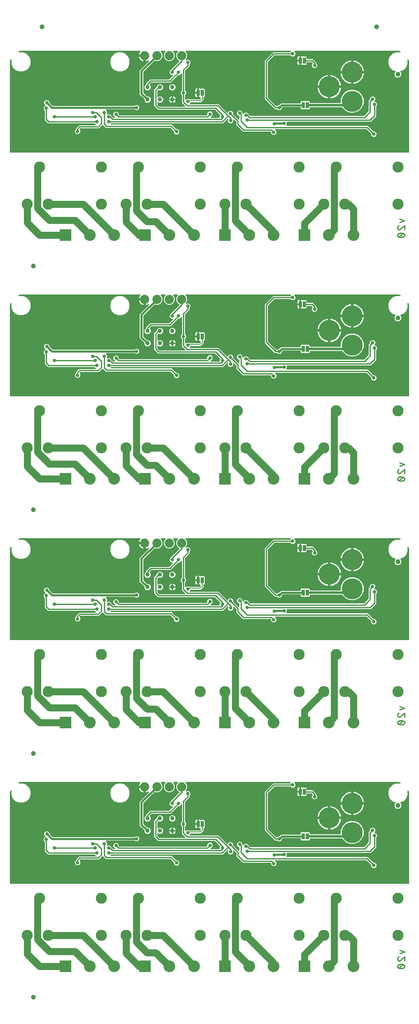
<source format=gbl>
G04 EAGLE Gerber RS-274X export*
G75*
%MOMM*%
%FSLAX34Y34*%
%LPD*%
%INBottom Copper*%
%IPPOS*%
%AMOC8*
5,1,8,0,0,1.08239X$1,22.5*%
G01*
%ADD10C,0.279400*%
%ADD11C,2.286000*%
%ADD12C,1.000000*%
%ADD13C,0.863600*%
%ADD14R,2.413000X2.413000*%
%ADD15C,2.413000*%
%ADD16C,1.879600*%
%ADD17C,4.318000*%
%ADD18R,0.635000X1.270000*%
%ADD19C,1.397000*%
%ADD20C,0.736600*%
%ADD21C,0.254000*%
%ADD22C,0.381000*%
%ADD23C,0.508000*%
%ADD24C,0.203200*%

G36*
X821554Y758206D02*
X821554Y758206D01*
X821673Y758213D01*
X821711Y758226D01*
X821752Y758231D01*
X821862Y758274D01*
X821975Y758311D01*
X822010Y758333D01*
X822047Y758348D01*
X822143Y758418D01*
X822244Y758481D01*
X822272Y758511D01*
X822305Y758534D01*
X822381Y758626D01*
X822462Y758713D01*
X822482Y758748D01*
X822507Y758779D01*
X822558Y758887D01*
X822616Y758991D01*
X822626Y759031D01*
X822643Y759067D01*
X822665Y759184D01*
X822695Y759299D01*
X822699Y759360D01*
X822703Y759380D01*
X822701Y759400D01*
X822705Y759460D01*
X822705Y944880D01*
X822703Y944902D01*
X822701Y944980D01*
X822439Y948317D01*
X822425Y948385D01*
X822420Y948454D01*
X822380Y948610D01*
X822135Y949365D01*
X822084Y949473D01*
X822040Y949584D01*
X822017Y949616D01*
X822000Y949653D01*
X821924Y949745D01*
X821854Y949841D01*
X821823Y949867D01*
X821797Y949898D01*
X821701Y949968D01*
X821609Y950044D01*
X821572Y950061D01*
X821540Y950085D01*
X821429Y950129D01*
X821321Y950180D01*
X821281Y950187D01*
X821244Y950202D01*
X821126Y950217D01*
X821008Y950240D01*
X820969Y950237D01*
X820929Y950242D01*
X820810Y950227D01*
X820691Y950220D01*
X820653Y950207D01*
X820613Y950202D01*
X820502Y950158D01*
X820389Y950122D01*
X820355Y950100D01*
X820317Y950086D01*
X820221Y950015D01*
X820120Y949952D01*
X820092Y949922D01*
X820060Y949899D01*
X819984Y949807D01*
X819902Y949720D01*
X819883Y949685D01*
X819857Y949654D01*
X819806Y949546D01*
X819748Y949441D01*
X819738Y949403D01*
X819721Y949366D01*
X819699Y949249D01*
X819669Y949134D01*
X819665Y949074D01*
X819661Y949054D01*
X819663Y949034D01*
X819659Y948973D01*
X819659Y940989D01*
X816681Y933801D01*
X811179Y928299D01*
X805643Y926006D01*
X805600Y925981D01*
X805553Y925964D01*
X805462Y925903D01*
X805367Y925848D01*
X805331Y925814D01*
X805290Y925786D01*
X805217Y925703D01*
X805138Y925627D01*
X805112Y925584D01*
X805079Y925547D01*
X805029Y925449D01*
X804972Y925356D01*
X804957Y925308D01*
X804935Y925264D01*
X804911Y925157D01*
X804878Y925052D01*
X804876Y925002D01*
X804865Y924954D01*
X804868Y924844D01*
X804863Y924734D01*
X804873Y924686D01*
X804875Y924636D01*
X804905Y924530D01*
X804927Y924423D01*
X804949Y924378D01*
X804963Y924330D01*
X805019Y924236D01*
X805067Y924137D01*
X805099Y924099D01*
X805125Y924056D01*
X805231Y923936D01*
X805847Y923320D01*
X806879Y920828D01*
X806879Y918132D01*
X805847Y915640D01*
X803940Y913733D01*
X801448Y912701D01*
X798752Y912701D01*
X796260Y913733D01*
X794353Y915640D01*
X793321Y918132D01*
X793321Y920828D01*
X794353Y923320D01*
X794969Y923936D01*
X794999Y923975D01*
X795036Y924008D01*
X795097Y924100D01*
X795164Y924187D01*
X795184Y924232D01*
X795211Y924274D01*
X795247Y924378D01*
X795290Y924479D01*
X795298Y924528D01*
X795314Y924575D01*
X795323Y924684D01*
X795340Y924793D01*
X795335Y924842D01*
X795339Y924892D01*
X795321Y925000D01*
X795310Y925109D01*
X795293Y925156D01*
X795285Y925205D01*
X795240Y925305D01*
X795203Y925409D01*
X795175Y925450D01*
X795154Y925495D01*
X795086Y925581D01*
X795024Y925672D01*
X794987Y925705D01*
X794956Y925743D01*
X794868Y925810D01*
X794786Y925882D01*
X794741Y925905D01*
X794702Y925935D01*
X794557Y926006D01*
X789021Y928299D01*
X783519Y933801D01*
X780541Y940989D01*
X780541Y948771D01*
X783519Y955959D01*
X789021Y961461D01*
X796209Y964439D01*
X804193Y964439D01*
X804311Y964454D01*
X804430Y964461D01*
X804469Y964474D01*
X804508Y964479D01*
X804619Y964522D01*
X804733Y964559D01*
X804767Y964581D01*
X804804Y964596D01*
X804901Y964666D01*
X805001Y964730D01*
X805029Y964759D01*
X805061Y964782D01*
X805138Y964875D01*
X805219Y964961D01*
X805239Y964997D01*
X805264Y965027D01*
X805315Y965135D01*
X805373Y965240D01*
X805383Y965279D01*
X805400Y965315D01*
X805422Y965432D01*
X805452Y965548D01*
X805452Y965588D01*
X805460Y965627D01*
X805452Y965747D01*
X805452Y965866D01*
X805442Y965905D01*
X805440Y965945D01*
X805403Y966058D01*
X805373Y966174D01*
X805354Y966209D01*
X805342Y966247D01*
X805278Y966348D01*
X805220Y966453D01*
X805193Y966482D01*
X805172Y966516D01*
X805085Y966598D01*
X805003Y966685D01*
X804969Y966707D01*
X804940Y966734D01*
X804836Y966792D01*
X804735Y966856D01*
X804679Y966878D01*
X804661Y966888D01*
X804642Y966893D01*
X804585Y966915D01*
X803831Y967160D01*
X803830Y967160D01*
X803762Y967173D01*
X803697Y967196D01*
X803537Y967219D01*
X800200Y967481D01*
X800178Y967480D01*
X800100Y967485D01*
X588385Y967485D01*
X588247Y967468D01*
X588109Y967455D01*
X588090Y967448D01*
X588069Y967445D01*
X587940Y967394D01*
X587809Y967347D01*
X587793Y967336D01*
X587774Y967328D01*
X587662Y967247D01*
X587546Y967169D01*
X587533Y967153D01*
X587516Y967142D01*
X587428Y967034D01*
X587336Y966930D01*
X587327Y966912D01*
X587314Y966897D01*
X587254Y966771D01*
X587191Y966647D01*
X587187Y966627D01*
X587178Y966609D01*
X587152Y966472D01*
X587122Y966337D01*
X587122Y966316D01*
X587118Y966297D01*
X587127Y966158D01*
X587131Y966019D01*
X587137Y965999D01*
X587138Y965979D01*
X587181Y965847D01*
X587220Y965713D01*
X587230Y965696D01*
X587236Y965677D01*
X587310Y965559D01*
X587381Y965439D01*
X587400Y965418D01*
X587406Y965408D01*
X587421Y965394D01*
X587488Y965319D01*
X588322Y964484D01*
X589154Y962476D01*
X589154Y960304D01*
X588322Y958296D01*
X586786Y956760D01*
X584778Y955928D01*
X582606Y955928D01*
X580598Y956760D01*
X579388Y957970D01*
X579310Y958030D01*
X579238Y958098D01*
X579185Y958127D01*
X579137Y958164D01*
X579046Y958204D01*
X578960Y958252D01*
X578901Y958267D01*
X578845Y958291D01*
X578747Y958306D01*
X578652Y958331D01*
X578552Y958337D01*
X578531Y958341D01*
X578519Y958339D01*
X578491Y958341D01*
X546619Y958341D01*
X546520Y958329D01*
X546421Y958326D01*
X546363Y958309D01*
X546303Y958301D01*
X546211Y958265D01*
X546116Y958237D01*
X546064Y958207D01*
X546007Y958184D01*
X545927Y958126D01*
X545842Y958076D01*
X545767Y958010D01*
X545750Y957998D01*
X545742Y957988D01*
X545721Y957970D01*
X533010Y945259D01*
X532950Y945181D01*
X532882Y945109D01*
X532853Y945056D01*
X532816Y945008D01*
X532776Y944917D01*
X532728Y944830D01*
X532713Y944771D01*
X532689Y944716D01*
X532674Y944618D01*
X532649Y944522D01*
X532643Y944422D01*
X532639Y944402D01*
X532641Y944389D01*
X532639Y944361D01*
X532639Y871739D01*
X532651Y871640D01*
X532654Y871541D01*
X532671Y871483D01*
X532679Y871423D01*
X532715Y871331D01*
X532743Y871236D01*
X532773Y871184D01*
X532796Y871127D01*
X532854Y871047D01*
X532904Y870962D01*
X532970Y870887D01*
X532982Y870870D01*
X532992Y870862D01*
X533010Y870841D01*
X549531Y854320D01*
X549609Y854260D01*
X549681Y854192D01*
X549734Y854163D01*
X549782Y854126D01*
X549873Y854086D01*
X549960Y854038D01*
X550019Y854023D01*
X550074Y853999D01*
X550172Y853984D01*
X550268Y853959D01*
X550368Y853953D01*
X550388Y853949D01*
X550401Y853951D01*
X550429Y853949D01*
X551059Y853949D01*
X551157Y853961D01*
X551256Y853964D01*
X551314Y853981D01*
X551374Y853989D01*
X551467Y854025D01*
X551562Y854053D01*
X551614Y854083D01*
X551670Y854106D01*
X551750Y854164D01*
X551836Y854214D01*
X551911Y854280D01*
X551927Y854292D01*
X551935Y854302D01*
X551956Y854320D01*
X553166Y855530D01*
X555174Y856362D01*
X555986Y856362D01*
X556085Y856374D01*
X556184Y856377D01*
X556242Y856394D01*
X556302Y856402D01*
X556394Y856438D01*
X556489Y856466D01*
X556541Y856496D01*
X556598Y856519D01*
X556678Y856577D01*
X556763Y856627D01*
X556838Y856693D01*
X556855Y856705D01*
X556863Y856715D01*
X556884Y856733D01*
X559814Y859664D01*
X599313Y859664D01*
X599431Y859679D01*
X599550Y859686D01*
X599588Y859699D01*
X599629Y859704D01*
X599739Y859747D01*
X599852Y859784D01*
X599887Y859806D01*
X599924Y859821D01*
X600020Y859890D01*
X600121Y859954D01*
X600149Y859984D01*
X600182Y860007D01*
X600258Y860099D01*
X600339Y860186D01*
X600359Y860221D01*
X600384Y860252D01*
X600435Y860360D01*
X600493Y860464D01*
X600503Y860504D01*
X600520Y860540D01*
X600542Y860657D01*
X600572Y860772D01*
X600576Y860832D01*
X600580Y860852D01*
X600578Y860873D01*
X600582Y860933D01*
X600582Y863067D01*
X601624Y864109D01*
X617576Y864109D01*
X618618Y863067D01*
X618618Y861568D01*
X618633Y861450D01*
X618640Y861331D01*
X618653Y861293D01*
X618658Y861252D01*
X618701Y861142D01*
X618738Y861029D01*
X618760Y860994D01*
X618775Y860957D01*
X618844Y860861D01*
X618908Y860760D01*
X618938Y860732D01*
X618961Y860699D01*
X619053Y860623D01*
X619140Y860542D01*
X619175Y860522D01*
X619206Y860497D01*
X619314Y860446D01*
X619418Y860388D01*
X619458Y860378D01*
X619494Y860361D01*
X619611Y860339D01*
X619726Y860309D01*
X619786Y860305D01*
X619806Y860301D01*
X619827Y860303D01*
X619887Y860299D01*
X681482Y860299D01*
X681600Y860314D01*
X681719Y860321D01*
X681757Y860334D01*
X681798Y860339D01*
X681908Y860382D01*
X682021Y860419D01*
X682056Y860441D01*
X682093Y860456D01*
X682189Y860525D01*
X682290Y860589D01*
X682318Y860619D01*
X682351Y860642D01*
X682427Y860734D01*
X682508Y860821D01*
X682528Y860856D01*
X682553Y860887D01*
X682604Y860995D01*
X682662Y861099D01*
X682672Y861139D01*
X682689Y861175D01*
X682711Y861292D01*
X682741Y861407D01*
X682745Y861467D01*
X682749Y861487D01*
X682747Y861508D01*
X682751Y861568D01*
X682751Y868408D01*
X686309Y876997D01*
X692883Y883571D01*
X701472Y887129D01*
X710768Y887129D01*
X719357Y883571D01*
X725931Y876997D01*
X729489Y868408D01*
X729489Y859112D01*
X725931Y850523D01*
X719357Y843949D01*
X710768Y840391D01*
X701472Y840391D01*
X692883Y843949D01*
X686309Y850523D01*
X686162Y850878D01*
X686147Y850903D01*
X686138Y850931D01*
X686069Y851041D01*
X686004Y851154D01*
X685984Y851175D01*
X685968Y851200D01*
X685874Y851289D01*
X685783Y851382D01*
X685758Y851398D01*
X685736Y851418D01*
X685623Y851481D01*
X685512Y851549D01*
X685484Y851557D01*
X685458Y851572D01*
X685332Y851604D01*
X685208Y851642D01*
X685179Y851644D01*
X685150Y851651D01*
X684989Y851661D01*
X619887Y851661D01*
X619769Y851646D01*
X619650Y851639D01*
X619612Y851626D01*
X619571Y851621D01*
X619461Y851578D01*
X619348Y851541D01*
X619313Y851519D01*
X619276Y851504D01*
X619180Y851435D01*
X619079Y851371D01*
X619051Y851341D01*
X619018Y851318D01*
X618942Y851226D01*
X618861Y851139D01*
X618841Y851104D01*
X618816Y851073D01*
X618765Y850965D01*
X618707Y850861D01*
X618697Y850821D01*
X618680Y850785D01*
X618658Y850668D01*
X618628Y850553D01*
X618624Y850493D01*
X618620Y850473D01*
X618622Y850452D01*
X618618Y850392D01*
X618618Y848893D01*
X617576Y847851D01*
X601624Y847851D01*
X600582Y848893D01*
X600582Y851027D01*
X600567Y851145D01*
X600560Y851264D01*
X600547Y851302D01*
X600542Y851343D01*
X600499Y851453D01*
X600462Y851566D01*
X600440Y851601D01*
X600425Y851638D01*
X600356Y851734D01*
X600292Y851835D01*
X600262Y851863D01*
X600239Y851896D01*
X600147Y851972D01*
X600060Y852053D01*
X600025Y852073D01*
X599994Y852098D01*
X599886Y852149D01*
X599782Y852207D01*
X599742Y852217D01*
X599706Y852234D01*
X599589Y852256D01*
X599474Y852286D01*
X599414Y852290D01*
X599394Y852294D01*
X599373Y852292D01*
X599313Y852296D01*
X563392Y852296D01*
X563293Y852284D01*
X563194Y852281D01*
X563136Y852264D01*
X563076Y852256D01*
X562984Y852220D01*
X562889Y852192D01*
X562837Y852162D01*
X562780Y852139D01*
X562700Y852081D01*
X562615Y852031D01*
X562540Y851965D01*
X562523Y851953D01*
X562515Y851943D01*
X562494Y851925D01*
X562093Y851524D01*
X562033Y851446D01*
X561965Y851374D01*
X561936Y851321D01*
X561899Y851273D01*
X561859Y851182D01*
X561811Y851095D01*
X561796Y851036D01*
X561772Y850981D01*
X561757Y850883D01*
X561732Y850787D01*
X561726Y850687D01*
X561722Y850667D01*
X561724Y850654D01*
X561722Y850626D01*
X561722Y849814D01*
X560890Y847806D01*
X559354Y846270D01*
X557346Y845438D01*
X555174Y845438D01*
X553166Y846270D01*
X551956Y847480D01*
X551878Y847540D01*
X551806Y847608D01*
X551753Y847637D01*
X551705Y847674D01*
X551614Y847714D01*
X551528Y847762D01*
X551469Y847777D01*
X551413Y847801D01*
X551315Y847816D01*
X551220Y847841D01*
X551120Y847847D01*
X551099Y847851D01*
X551087Y847849D01*
X551059Y847851D01*
X547377Y847851D01*
X526541Y868687D01*
X526541Y947413D01*
X543567Y964439D01*
X578491Y964439D01*
X578589Y964451D01*
X578688Y964454D01*
X578746Y964471D01*
X578806Y964479D01*
X578898Y964515D01*
X578994Y964543D01*
X579046Y964573D01*
X579102Y964596D01*
X579182Y964654D01*
X579268Y964704D01*
X579343Y964770D01*
X579359Y964782D01*
X579367Y964792D01*
X579388Y964810D01*
X579896Y965318D01*
X579982Y965428D01*
X580070Y965535D01*
X580079Y965554D01*
X580091Y965570D01*
X580147Y965698D01*
X580206Y965823D01*
X580210Y965843D01*
X580218Y965862D01*
X580240Y966000D01*
X580266Y966136D01*
X580264Y966156D01*
X580268Y966176D01*
X580255Y966315D01*
X580246Y966453D01*
X580240Y966472D01*
X580238Y966492D01*
X580191Y966623D01*
X580148Y966755D01*
X580137Y966773D01*
X580130Y966792D01*
X580052Y966906D01*
X579978Y967024D01*
X579963Y967038D01*
X579952Y967055D01*
X579848Y967147D01*
X579746Y967242D01*
X579728Y967252D01*
X579713Y967265D01*
X579590Y967328D01*
X579468Y967396D01*
X579448Y967401D01*
X579430Y967410D01*
X579294Y967440D01*
X579160Y967475D01*
X579132Y967477D01*
X579120Y967480D01*
X579099Y967479D01*
X578999Y967485D01*
X364565Y967485D01*
X364427Y967468D01*
X364289Y967455D01*
X364270Y967448D01*
X364250Y967445D01*
X364120Y967394D01*
X363990Y967347D01*
X363973Y967336D01*
X363954Y967328D01*
X363842Y967247D01*
X363726Y967169D01*
X363713Y967153D01*
X363697Y967142D01*
X363608Y967034D01*
X363516Y966930D01*
X363507Y966912D01*
X363494Y966897D01*
X363435Y966771D01*
X363371Y966647D01*
X363367Y966627D01*
X363358Y966609D01*
X363332Y966472D01*
X363302Y966337D01*
X363302Y966316D01*
X363299Y966297D01*
X363307Y966158D01*
X363311Y966019D01*
X363317Y965999D01*
X363318Y965979D01*
X363361Y965847D01*
X363400Y965713D01*
X363410Y965696D01*
X363416Y965677D01*
X363491Y965559D01*
X363561Y965439D01*
X363580Y965418D01*
X363586Y965408D01*
X363601Y965394D01*
X363668Y965319D01*
X365075Y963911D01*
X366777Y959803D01*
X366777Y955357D01*
X365075Y951249D01*
X364358Y950532D01*
X364316Y950477D01*
X364266Y950428D01*
X364218Y950352D01*
X364164Y950281D01*
X364136Y950217D01*
X364099Y950157D01*
X364073Y950072D01*
X364037Y949989D01*
X364026Y949920D01*
X364006Y949853D01*
X364001Y949764D01*
X363987Y949675D01*
X363994Y949605D01*
X363991Y949536D01*
X364009Y949448D01*
X364017Y949358D01*
X364041Y949293D01*
X364055Y949224D01*
X364094Y949143D01*
X364125Y949059D01*
X364164Y949001D01*
X364195Y948939D01*
X364253Y948870D01*
X364303Y948796D01*
X364356Y948750D01*
X364401Y948697D01*
X364474Y948645D01*
X364542Y948585D01*
X364604Y948554D01*
X364661Y948514D01*
X364745Y948482D01*
X364825Y948441D01*
X364893Y948426D01*
X364958Y948401D01*
X365048Y948391D01*
X365135Y948371D01*
X365205Y948373D01*
X365274Y948366D01*
X365363Y948378D01*
X365453Y948381D01*
X365520Y948400D01*
X365589Y948410D01*
X365742Y948462D01*
X367214Y949072D01*
X369386Y949072D01*
X371394Y948240D01*
X372930Y946704D01*
X373762Y944696D01*
X373762Y942524D01*
X372930Y940516D01*
X371720Y939306D01*
X371660Y939228D01*
X371592Y939156D01*
X371567Y939111D01*
X371562Y939105D01*
X371559Y939098D01*
X371526Y939055D01*
X371486Y938964D01*
X371438Y938878D01*
X371423Y938819D01*
X371399Y938763D01*
X371384Y938665D01*
X371359Y938570D01*
X371353Y938470D01*
X371349Y938449D01*
X371351Y938437D01*
X371349Y938409D01*
X371349Y935997D01*
X369191Y933840D01*
X362830Y927479D01*
X362770Y927401D01*
X362702Y927329D01*
X362673Y927276D01*
X362636Y927228D01*
X362596Y927137D01*
X362548Y927050D01*
X362533Y926991D01*
X362509Y926936D01*
X362494Y926838D01*
X362469Y926742D01*
X362463Y926642D01*
X362459Y926622D01*
X362461Y926609D01*
X362459Y926581D01*
X362459Y886581D01*
X362471Y886483D01*
X362474Y886384D01*
X362491Y886326D01*
X362499Y886266D01*
X362535Y886173D01*
X362563Y886078D01*
X362593Y886026D01*
X362616Y885970D01*
X362674Y885890D01*
X362724Y885804D01*
X362790Y885729D01*
X362802Y885713D01*
X362812Y885705D01*
X362830Y885684D01*
X364040Y884474D01*
X364872Y882466D01*
X364872Y880294D01*
X364040Y878286D01*
X362830Y877076D01*
X362770Y876998D01*
X362702Y876926D01*
X362673Y876873D01*
X362636Y876825D01*
X362596Y876734D01*
X362548Y876648D01*
X362533Y876589D01*
X362509Y876533D01*
X362494Y876435D01*
X362469Y876340D01*
X362463Y876240D01*
X362459Y876219D01*
X362460Y876207D01*
X362459Y876179D01*
X362459Y868547D01*
X362476Y868409D01*
X362489Y868271D01*
X362496Y868252D01*
X362499Y868231D01*
X362550Y868102D01*
X362597Y867971D01*
X362608Y867955D01*
X362616Y867936D01*
X362697Y867823D01*
X362775Y867708D01*
X362791Y867695D01*
X362802Y867678D01*
X362910Y867590D01*
X363014Y867498D01*
X363032Y867489D01*
X363047Y867476D01*
X363173Y867416D01*
X363297Y867353D01*
X363317Y867349D01*
X363335Y867340D01*
X363472Y867314D01*
X363607Y867283D01*
X363628Y867284D01*
X363647Y867280D01*
X363786Y867289D01*
X363925Y867293D01*
X363945Y867299D01*
X363965Y867300D01*
X364097Y867343D01*
X364231Y867382D01*
X364248Y867392D01*
X364267Y867398D01*
X364385Y867472D01*
X364505Y867543D01*
X364526Y867562D01*
X364536Y867568D01*
X364550Y867583D01*
X364625Y867650D01*
X365206Y868230D01*
X367214Y869062D01*
X369386Y869062D01*
X371394Y868230D01*
X371588Y868036D01*
X371666Y867976D01*
X371738Y867908D01*
X371791Y867879D01*
X371839Y867842D01*
X371930Y867802D01*
X372016Y867754D01*
X372075Y867739D01*
X372131Y867715D01*
X372229Y867700D01*
X372324Y867675D01*
X372424Y867669D01*
X372445Y867665D01*
X372457Y867667D01*
X372485Y867665D01*
X392017Y867665D01*
X392115Y867677D01*
X392214Y867680D01*
X392272Y867697D01*
X392332Y867705D01*
X392424Y867741D01*
X392519Y867769D01*
X392572Y867799D01*
X392628Y867822D01*
X392708Y867880D01*
X392793Y867930D01*
X392869Y867996D01*
X392885Y868008D01*
X392893Y868018D01*
X392914Y868036D01*
X394598Y869720D01*
X394658Y869798D01*
X394726Y869870D01*
X394755Y869923D01*
X394792Y869971D01*
X394832Y870062D01*
X394880Y870149D01*
X394895Y870207D01*
X394919Y870263D01*
X394934Y870361D01*
X394959Y870457D01*
X394965Y870557D01*
X394969Y870577D01*
X394967Y870589D01*
X394969Y870617D01*
X394969Y871324D01*
X394954Y871448D01*
X394944Y871574D01*
X394934Y871606D01*
X394929Y871639D01*
X394883Y871756D01*
X394843Y871875D01*
X394825Y871904D01*
X394812Y871935D01*
X394739Y872037D01*
X394670Y872142D01*
X394645Y872165D01*
X394626Y872192D01*
X394529Y872273D01*
X394436Y872358D01*
X394407Y872374D01*
X394381Y872395D01*
X394267Y872449D01*
X394156Y872508D01*
X394123Y872516D01*
X394093Y872531D01*
X393969Y872554D01*
X393847Y872584D01*
X393814Y872584D01*
X393781Y872591D01*
X393655Y872583D01*
X393529Y872582D01*
X393481Y872572D01*
X393463Y872571D01*
X393443Y872564D01*
X393371Y872550D01*
X393145Y872489D01*
X391223Y872489D01*
X391223Y881062D01*
X391208Y881181D01*
X391200Y881299D01*
X391188Y881338D01*
X391183Y881378D01*
X391177Y881392D01*
X391183Y881422D01*
X391213Y881537D01*
X391216Y881597D01*
X391220Y881617D01*
X391219Y881638D01*
X391223Y881698D01*
X391223Y890271D01*
X393145Y890271D01*
X393792Y890098D01*
X394504Y889687D01*
X394505Y889686D01*
X394507Y889685D01*
X394516Y889680D01*
X394598Y889645D01*
X394683Y889598D01*
X394741Y889583D01*
X394797Y889559D01*
X394805Y889558D01*
X394809Y889556D01*
X394895Y889543D01*
X394990Y889519D01*
X395090Y889513D01*
X395111Y889509D01*
X395120Y889510D01*
X395124Y889510D01*
X395128Y889510D01*
X395151Y889509D01*
X401676Y889509D01*
X402718Y888467D01*
X402718Y874293D01*
X401658Y873233D01*
X401591Y873229D01*
X401553Y873216D01*
X401512Y873211D01*
X401402Y873168D01*
X401289Y873131D01*
X401254Y873109D01*
X401217Y873094D01*
X401121Y873025D01*
X401020Y872961D01*
X400992Y872931D01*
X400959Y872908D01*
X400883Y872816D01*
X400802Y872729D01*
X400782Y872694D01*
X400757Y872663D01*
X400706Y872555D01*
X400648Y872451D01*
X400638Y872411D01*
X400621Y872375D01*
X400599Y872258D01*
X400569Y872143D01*
X400565Y872083D01*
X400561Y872063D01*
X400563Y872042D01*
X400559Y871982D01*
X400559Y867776D01*
X394858Y862075D01*
X374428Y862075D01*
X374399Y862072D01*
X374370Y862074D01*
X374241Y862052D01*
X374113Y862035D01*
X374085Y862025D01*
X374056Y862020D01*
X373938Y861966D01*
X373817Y861918D01*
X373793Y861901D01*
X373766Y861889D01*
X373665Y861808D01*
X373560Y861732D01*
X373541Y861709D01*
X373518Y861690D01*
X373440Y861587D01*
X373357Y861487D01*
X373344Y861460D01*
X373327Y861436D01*
X373256Y861292D01*
X372930Y860506D01*
X372350Y859925D01*
X372265Y859816D01*
X372176Y859709D01*
X372167Y859690D01*
X372155Y859674D01*
X372099Y859546D01*
X372040Y859421D01*
X372036Y859401D01*
X372028Y859382D01*
X372006Y859244D01*
X371980Y859108D01*
X371982Y859088D01*
X371978Y859068D01*
X371991Y858929D01*
X372000Y858791D01*
X372006Y858772D01*
X372008Y858752D01*
X372055Y858621D01*
X372098Y858489D01*
X372109Y858471D01*
X372116Y858452D01*
X372194Y858338D01*
X372268Y858220D01*
X372283Y858206D01*
X372294Y858189D01*
X372398Y858097D01*
X372500Y858002D01*
X372518Y857992D01*
X372533Y857979D01*
X372657Y857916D01*
X372778Y857848D01*
X372798Y857843D01*
X372816Y857834D01*
X372952Y857804D01*
X373086Y857769D01*
X373114Y857767D01*
X373126Y857764D01*
X373147Y857765D01*
X373247Y857759D01*
X431539Y857759D01*
X433696Y855601D01*
X448768Y840530D01*
X448807Y840499D01*
X448841Y840462D01*
X448932Y840402D01*
X449019Y840335D01*
X449065Y840315D01*
X449106Y840288D01*
X449210Y840252D01*
X449311Y840208D01*
X449360Y840200D01*
X449407Y840184D01*
X449517Y840176D01*
X449625Y840158D01*
X449675Y840163D01*
X449724Y840159D01*
X449832Y840178D01*
X449942Y840188D01*
X449989Y840205D01*
X450038Y840214D01*
X450138Y840259D01*
X450241Y840296D01*
X450282Y840324D01*
X450328Y840344D01*
X450413Y840413D01*
X450504Y840474D01*
X450537Y840512D01*
X450576Y840543D01*
X450642Y840631D01*
X450715Y840713D01*
X450737Y840757D01*
X450767Y840797D01*
X450838Y840941D01*
X451300Y842056D01*
X452836Y843592D01*
X454844Y844424D01*
X457016Y844424D01*
X459024Y843592D01*
X460560Y842056D01*
X461392Y840048D01*
X461392Y838338D01*
X461404Y838239D01*
X461407Y838140D01*
X461424Y838082D01*
X461432Y838022D01*
X461468Y837930D01*
X461496Y837835D01*
X461526Y837783D01*
X461549Y837726D01*
X461607Y837646D01*
X461657Y837561D01*
X461723Y837486D01*
X461735Y837469D01*
X461745Y837461D01*
X461763Y837440D01*
X472061Y827142D01*
X472304Y826899D01*
X472414Y826814D01*
X472521Y826725D01*
X472540Y826716D01*
X472556Y826704D01*
X472683Y826649D01*
X472809Y826590D01*
X472829Y826586D01*
X472848Y826578D01*
X472985Y826556D01*
X473122Y826530D01*
X473142Y826531D01*
X473162Y826528D01*
X473300Y826541D01*
X473439Y826550D01*
X473458Y826556D01*
X473478Y826558D01*
X473609Y826605D01*
X473741Y826648D01*
X473759Y826658D01*
X473778Y826665D01*
X473893Y826743D01*
X474010Y826818D01*
X474024Y826833D01*
X474041Y826844D01*
X474133Y826948D01*
X474228Y827049D01*
X474238Y827067D01*
X474251Y827082D01*
X474314Y827206D01*
X474382Y827328D01*
X474387Y827347D01*
X474396Y827365D01*
X474426Y827501D01*
X474461Y827636D01*
X474463Y827664D01*
X474466Y827676D01*
X474465Y827696D01*
X474471Y827797D01*
X474471Y832921D01*
X474468Y832950D01*
X474470Y832980D01*
X474448Y833108D01*
X474431Y833236D01*
X474421Y833264D01*
X474416Y833293D01*
X474362Y833412D01*
X474314Y833532D01*
X474297Y833556D01*
X474285Y833583D01*
X474204Y833685D01*
X474128Y833789D01*
X474105Y833808D01*
X474086Y833831D01*
X473983Y833909D01*
X473883Y833992D01*
X473856Y834005D01*
X473832Y834023D01*
X473688Y834094D01*
X471886Y834840D01*
X470350Y836376D01*
X469518Y838384D01*
X469518Y840556D01*
X470350Y842564D01*
X471886Y844100D01*
X473894Y844932D01*
X476066Y844932D01*
X478074Y844100D01*
X479610Y842564D01*
X480442Y840556D01*
X480442Y838846D01*
X480452Y838761D01*
X480451Y838704D01*
X480456Y838685D01*
X480457Y838648D01*
X480474Y838590D01*
X480482Y838530D01*
X480511Y838455D01*
X480526Y838395D01*
X480536Y838375D01*
X480546Y838343D01*
X480576Y838291D01*
X480599Y838234D01*
X480643Y838173D01*
X480674Y838114D01*
X480692Y838095D01*
X480707Y838069D01*
X480773Y837993D01*
X480785Y837977D01*
X480795Y837969D01*
X480813Y837948D01*
X480816Y837946D01*
X480855Y837915D01*
X480888Y837879D01*
X480965Y837828D01*
X481030Y837774D01*
X481047Y837766D01*
X481067Y837751D01*
X481112Y837731D01*
X481154Y837704D01*
X481248Y837672D01*
X481318Y837639D01*
X481333Y837636D01*
X481359Y837625D01*
X481408Y837617D01*
X481455Y837601D01*
X481559Y837592D01*
X481630Y837579D01*
X481643Y837580D01*
X481673Y837575D01*
X481722Y837580D01*
X481772Y837576D01*
X481880Y837594D01*
X481881Y837594D01*
X481948Y837599D01*
X481957Y837602D01*
X481989Y837605D01*
X482036Y837622D01*
X482085Y837630D01*
X482185Y837675D01*
X482199Y837680D01*
X482250Y837697D01*
X482257Y837701D01*
X482289Y837712D01*
X482330Y837740D01*
X482375Y837761D01*
X482461Y837829D01*
X482479Y837841D01*
X482519Y837867D01*
X482524Y837872D01*
X482552Y837891D01*
X482585Y837928D01*
X482624Y837959D01*
X482690Y838047D01*
X482705Y838065D01*
X482737Y838098D01*
X482740Y838104D01*
X482762Y838129D01*
X482785Y838174D01*
X482815Y838213D01*
X482886Y838358D01*
X483050Y838754D01*
X484586Y840290D01*
X486594Y841122D01*
X488766Y841122D01*
X490774Y840290D01*
X492310Y838754D01*
X492831Y837498D01*
X492835Y837490D01*
X492838Y837481D01*
X492914Y837351D01*
X492988Y837221D01*
X492995Y837215D01*
X492999Y837207D01*
X493106Y837086D01*
X493641Y836551D01*
X496191Y834000D01*
X496269Y833940D01*
X496341Y833872D01*
X496394Y833843D01*
X496442Y833806D01*
X496533Y833766D01*
X496620Y833718D01*
X496679Y833703D01*
X496734Y833679D01*
X496832Y833664D01*
X496928Y833639D01*
X497028Y833633D01*
X497048Y833629D01*
X497061Y833631D01*
X497089Y833629D01*
X729731Y833629D01*
X729830Y833641D01*
X729929Y833644D01*
X729987Y833661D01*
X730047Y833669D01*
X730139Y833705D01*
X730234Y833733D01*
X730286Y833763D01*
X730343Y833786D01*
X730423Y833844D01*
X730508Y833894D01*
X730583Y833960D01*
X730600Y833972D01*
X730608Y833982D01*
X730629Y834000D01*
X733179Y836551D01*
X733180Y836551D01*
X739530Y842901D01*
X739590Y842979D01*
X739658Y843051D01*
X739687Y843104D01*
X739724Y843152D01*
X739764Y843243D01*
X739812Y843330D01*
X739827Y843389D01*
X739851Y843444D01*
X739866Y843542D01*
X739891Y843638D01*
X739897Y843738D01*
X739901Y843758D01*
X739899Y843770D01*
X739901Y843799D01*
X739901Y864863D01*
X742197Y867158D01*
X742257Y867236D01*
X742325Y867308D01*
X742354Y867361D01*
X742391Y867409D01*
X742431Y867500D01*
X742479Y867587D01*
X742494Y867646D01*
X742518Y867701D01*
X742533Y867799D01*
X742558Y867895D01*
X742564Y867995D01*
X742568Y868015D01*
X742566Y868028D01*
X742568Y868056D01*
X742568Y869766D01*
X743400Y871774D01*
X744936Y873310D01*
X746944Y874142D01*
X749116Y874142D01*
X751124Y873310D01*
X752660Y871774D01*
X753492Y869766D01*
X753492Y867594D01*
X752660Y865586D01*
X751953Y864878D01*
X751868Y864769D01*
X751779Y864662D01*
X751770Y864643D01*
X751758Y864627D01*
X751702Y864499D01*
X751643Y864374D01*
X751639Y864354D01*
X751631Y864335D01*
X751609Y864197D01*
X751583Y864061D01*
X751585Y864041D01*
X751581Y864021D01*
X751594Y863882D01*
X751603Y863744D01*
X751609Y863725D01*
X751611Y863705D01*
X751658Y863574D01*
X751701Y863442D01*
X751712Y863424D01*
X751719Y863405D01*
X751797Y863291D01*
X751871Y863173D01*
X751886Y863159D01*
X751897Y863142D01*
X752001Y863050D01*
X752103Y862955D01*
X752121Y862945D01*
X752136Y862932D01*
X752260Y862869D01*
X752381Y862801D01*
X752401Y862796D01*
X752419Y862787D01*
X752555Y862757D01*
X752689Y862722D01*
X752717Y862720D01*
X752729Y862717D01*
X752750Y862718D01*
X752850Y862712D01*
X752926Y862712D01*
X754934Y861880D01*
X756470Y860344D01*
X757302Y858336D01*
X757302Y856164D01*
X756470Y854156D01*
X755260Y852946D01*
X755200Y852868D01*
X755132Y852796D01*
X755103Y852743D01*
X755066Y852695D01*
X755026Y852604D01*
X754978Y852518D01*
X754963Y852459D01*
X754939Y852403D01*
X754924Y852305D01*
X754899Y852210D01*
X754893Y852110D01*
X754889Y852089D01*
X754891Y852077D01*
X754889Y852049D01*
X754889Y833127D01*
X744213Y822451D01*
X572548Y822451D01*
X572499Y822445D01*
X572449Y822447D01*
X572342Y822425D01*
X572233Y822411D01*
X572186Y822393D01*
X572138Y822383D01*
X572039Y822335D01*
X571937Y822294D01*
X571897Y822265D01*
X571852Y822243D01*
X571769Y822172D01*
X571680Y822108D01*
X571648Y822069D01*
X571610Y822037D01*
X571547Y821947D01*
X571477Y821863D01*
X571456Y821818D01*
X571427Y821777D01*
X571388Y821674D01*
X571341Y821575D01*
X571332Y821526D01*
X571314Y821480D01*
X571302Y821370D01*
X571282Y821263D01*
X571285Y821213D01*
X571279Y821164D01*
X571294Y821055D01*
X571301Y820945D01*
X571317Y820898D01*
X571324Y820849D01*
X571376Y820696D01*
X571882Y819474D01*
X571882Y817302D01*
X570955Y815064D01*
X570942Y815016D01*
X570920Y814971D01*
X570900Y814863D01*
X570871Y814757D01*
X570870Y814707D01*
X570861Y814658D01*
X570868Y814549D01*
X570866Y814439D01*
X570877Y814391D01*
X570880Y814341D01*
X570914Y814237D01*
X570940Y814130D01*
X570963Y814086D01*
X570978Y814039D01*
X571037Y813946D01*
X571089Y813849D01*
X571122Y813812D01*
X571149Y813770D01*
X571229Y813695D01*
X571303Y813613D01*
X571344Y813586D01*
X571380Y813552D01*
X571476Y813499D01*
X571568Y813439D01*
X571615Y813422D01*
X571659Y813398D01*
X571765Y813371D01*
X571869Y813335D01*
X571919Y813331D01*
X571967Y813319D01*
X572127Y813309D01*
X738076Y813309D01*
X749007Y802377D01*
X749085Y802317D01*
X749157Y802249D01*
X749210Y802220D01*
X749258Y802183D01*
X749349Y802143D01*
X749436Y802095D01*
X749495Y802080D01*
X749550Y802056D01*
X749648Y802041D01*
X749744Y802016D01*
X749844Y802010D01*
X749864Y802006D01*
X749877Y802008D01*
X749905Y802006D01*
X751615Y802006D01*
X753623Y801174D01*
X755159Y799638D01*
X755991Y797630D01*
X755991Y795458D01*
X755159Y793450D01*
X753623Y791914D01*
X751615Y791082D01*
X749443Y791082D01*
X747435Y791914D01*
X745899Y793450D01*
X745067Y795458D01*
X745067Y797168D01*
X745055Y797267D01*
X745052Y797366D01*
X745035Y797424D01*
X745027Y797484D01*
X744991Y797576D01*
X744963Y797671D01*
X744933Y797723D01*
X744910Y797780D01*
X744852Y797860D01*
X744802Y797945D01*
X744736Y798020D01*
X744724Y798037D01*
X744714Y798045D01*
X744696Y798066D01*
X735922Y806840D01*
X735844Y806900D01*
X735772Y806968D01*
X735719Y806997D01*
X735671Y807034D01*
X735580Y807074D01*
X735493Y807122D01*
X735434Y807137D01*
X735379Y807161D01*
X735281Y807176D01*
X735185Y807201D01*
X735085Y807207D01*
X735065Y807211D01*
X735052Y807209D01*
X735024Y807211D01*
X548761Y807211D01*
X548624Y807194D01*
X548485Y807181D01*
X548466Y807174D01*
X548445Y807171D01*
X548317Y807120D01*
X548185Y807073D01*
X548169Y807062D01*
X548150Y807054D01*
X548037Y806973D01*
X547922Y806895D01*
X547909Y806879D01*
X547892Y806868D01*
X547804Y806760D01*
X547712Y806656D01*
X547703Y806638D01*
X547690Y806623D01*
X547630Y806497D01*
X547567Y806373D01*
X547563Y806353D01*
X547554Y806335D01*
X547528Y806198D01*
X547498Y806063D01*
X547498Y806042D01*
X547494Y806023D01*
X547503Y805884D01*
X547507Y805745D01*
X547513Y805725D01*
X547514Y805705D01*
X547557Y805573D01*
X547596Y805439D01*
X547606Y805422D01*
X547612Y805403D01*
X547687Y805285D01*
X547757Y805165D01*
X547776Y805144D01*
X547782Y805134D01*
X547797Y805120D01*
X547864Y805045D01*
X549460Y803448D01*
X550292Y801440D01*
X550292Y799268D01*
X549460Y797260D01*
X547924Y795724D01*
X545916Y794892D01*
X543744Y794892D01*
X541736Y795724D01*
X540200Y797260D01*
X539368Y799268D01*
X539368Y800862D01*
X539353Y800980D01*
X539346Y801099D01*
X539333Y801137D01*
X539328Y801178D01*
X539285Y801288D01*
X539248Y801401D01*
X539226Y801436D01*
X539211Y801473D01*
X539142Y801569D01*
X539078Y801670D01*
X539048Y801698D01*
X539025Y801731D01*
X538933Y801807D01*
X538846Y801888D01*
X538811Y801908D01*
X538780Y801933D01*
X538672Y801984D01*
X538568Y802042D01*
X538528Y802052D01*
X538492Y802069D01*
X538375Y802091D01*
X538260Y802121D01*
X538200Y802125D01*
X538180Y802129D01*
X538159Y802127D01*
X538099Y802131D01*
X481337Y802131D01*
X479180Y804289D01*
X470279Y813190D01*
X468121Y815347D01*
X468121Y821933D01*
X468109Y822032D01*
X468106Y822131D01*
X468089Y822189D01*
X468081Y822249D01*
X468045Y822341D01*
X468017Y822436D01*
X467987Y822488D01*
X467964Y822545D01*
X467906Y822625D01*
X467856Y822710D01*
X467790Y822786D01*
X467778Y822802D01*
X467768Y822810D01*
X467750Y822831D01*
X463599Y826981D01*
X463544Y827024D01*
X463495Y827074D01*
X463419Y827121D01*
X463348Y827176D01*
X463284Y827204D01*
X463224Y827240D01*
X463139Y827267D01*
X463056Y827303D01*
X462987Y827314D01*
X462920Y827334D01*
X462831Y827338D01*
X462742Y827352D01*
X462672Y827346D01*
X462603Y827349D01*
X462515Y827331D01*
X462425Y827323D01*
X462360Y827299D01*
X462291Y827285D01*
X462211Y827245D01*
X462126Y827215D01*
X462068Y827176D01*
X462006Y827145D01*
X461937Y827087D01*
X461863Y827036D01*
X461817Y826984D01*
X461764Y826939D01*
X461712Y826865D01*
X461652Y826798D01*
X461621Y826736D01*
X461581Y826679D01*
X461549Y826595D01*
X461508Y826515D01*
X461493Y826447D01*
X461468Y826381D01*
X461458Y826292D01*
X461438Y826204D01*
X461440Y826135D01*
X461433Y826065D01*
X461445Y825976D01*
X461448Y825887D01*
X461467Y825820D01*
X461477Y825750D01*
X461529Y825598D01*
X461646Y825316D01*
X461646Y823144D01*
X460814Y821136D01*
X459278Y819600D01*
X457270Y818768D01*
X455098Y818768D01*
X453090Y819600D01*
X451554Y821136D01*
X450722Y823144D01*
X450722Y825316D01*
X451019Y826032D01*
X451037Y826099D01*
X451065Y826163D01*
X451079Y826252D01*
X451102Y826338D01*
X451104Y826408D01*
X451115Y826477D01*
X451106Y826567D01*
X451108Y826656D01*
X451091Y826724D01*
X451085Y826794D01*
X451054Y826878D01*
X451033Y826966D01*
X451001Y827027D01*
X450977Y827093D01*
X450927Y827167D01*
X450885Y827247D01*
X450838Y827298D01*
X450799Y827356D01*
X450731Y827416D01*
X450671Y827482D01*
X450612Y827520D01*
X450560Y827567D01*
X450480Y827607D01*
X450405Y827657D01*
X450339Y827680D01*
X450277Y827711D01*
X450189Y827731D01*
X450104Y827760D01*
X450035Y827766D01*
X449967Y827781D01*
X449877Y827778D01*
X449787Y827785D01*
X449718Y827773D01*
X449649Y827771D01*
X449562Y827746D01*
X449474Y827731D01*
X449410Y827702D01*
X449343Y827683D01*
X449266Y827637D01*
X449184Y827600D01*
X449129Y827557D01*
X449069Y827521D01*
X448948Y827415D01*
X440175Y818641D01*
X210941Y818641D01*
X210843Y818629D01*
X210744Y818626D01*
X210686Y818609D01*
X210626Y818601D01*
X210533Y818565D01*
X210438Y818537D01*
X210386Y818507D01*
X210330Y818484D01*
X210250Y818426D01*
X210164Y818376D01*
X210089Y818310D01*
X210073Y818298D01*
X210065Y818288D01*
X210044Y818270D01*
X209790Y818016D01*
X209704Y817906D01*
X209616Y817799D01*
X209607Y817780D01*
X209595Y817764D01*
X209539Y817637D01*
X209480Y817511D01*
X209476Y817491D01*
X209468Y817472D01*
X209446Y817335D01*
X209420Y817198D01*
X209422Y817178D01*
X209418Y817158D01*
X209431Y817020D01*
X209440Y816881D01*
X209446Y816862D01*
X209448Y816842D01*
X209495Y816711D01*
X209538Y816579D01*
X209549Y816561D01*
X209556Y816542D01*
X209634Y816427D01*
X209708Y816310D01*
X209723Y816296D01*
X209734Y816279D01*
X209839Y816187D01*
X209940Y816092D01*
X209958Y816082D01*
X209973Y816069D01*
X210097Y816006D01*
X210218Y815938D01*
X210238Y815933D01*
X210256Y815924D01*
X210392Y815894D01*
X210526Y815859D01*
X210554Y815857D01*
X210566Y815854D01*
X210587Y815855D01*
X210687Y815849D01*
X335273Y815849D01*
X337430Y813691D01*
X343918Y807203D01*
X343996Y807143D01*
X344068Y807075D01*
X344121Y807046D01*
X344169Y807009D01*
X344260Y806969D01*
X344347Y806921D01*
X344405Y806906D01*
X344461Y806882D01*
X344559Y806867D01*
X344655Y806842D01*
X344755Y806836D01*
X344775Y806832D01*
X344788Y806834D01*
X344816Y806832D01*
X346526Y806832D01*
X348534Y806000D01*
X350070Y804464D01*
X350902Y802456D01*
X350902Y800284D01*
X350070Y798276D01*
X348534Y796740D01*
X346526Y795908D01*
X344354Y795908D01*
X342346Y796740D01*
X340810Y798276D01*
X339978Y800284D01*
X339978Y801994D01*
X339966Y802093D01*
X339963Y802192D01*
X339946Y802250D01*
X339938Y802310D01*
X339902Y802402D01*
X339874Y802497D01*
X339844Y802549D01*
X339821Y802606D01*
X339763Y802686D01*
X339713Y802771D01*
X339647Y802847D01*
X339635Y802863D01*
X339625Y802871D01*
X339607Y802892D01*
X333119Y809380D01*
X333041Y809440D01*
X332969Y809508D01*
X332916Y809537D01*
X332868Y809574D01*
X332777Y809614D01*
X332690Y809662D01*
X332632Y809677D01*
X332576Y809701D01*
X332478Y809716D01*
X332382Y809741D01*
X332282Y809747D01*
X332262Y809751D01*
X332249Y809749D01*
X332221Y809751D01*
X199397Y809751D01*
X193937Y815211D01*
X193843Y815284D01*
X193754Y815363D01*
X193718Y815381D01*
X193686Y815406D01*
X193577Y815453D01*
X193471Y815507D01*
X193432Y815516D01*
X193394Y815532D01*
X193277Y815551D01*
X193161Y815577D01*
X193120Y815576D01*
X193080Y815582D01*
X192962Y815571D01*
X192843Y815567D01*
X192804Y815556D01*
X192764Y815552D01*
X192651Y815512D01*
X192537Y815479D01*
X192502Y815458D01*
X192464Y815445D01*
X192366Y815378D01*
X192263Y815317D01*
X192218Y815278D01*
X192201Y815266D01*
X192188Y815251D01*
X192142Y815211D01*
X185413Y808481D01*
X147839Y808481D01*
X147740Y808469D01*
X147641Y808466D01*
X147583Y808449D01*
X147523Y808441D01*
X147431Y808405D01*
X147336Y808377D01*
X147284Y808347D01*
X147227Y808324D01*
X147147Y808266D01*
X147062Y808216D01*
X146987Y808150D01*
X146970Y808138D01*
X146962Y808128D01*
X146941Y808110D01*
X145980Y807149D01*
X145907Y807055D01*
X145829Y806965D01*
X145810Y806929D01*
X145785Y806897D01*
X145738Y806788D01*
X145684Y806682D01*
X145675Y806643D01*
X145659Y806606D01*
X145640Y806488D01*
X145614Y806372D01*
X145616Y806332D01*
X145609Y806292D01*
X145620Y806173D01*
X145624Y806054D01*
X145635Y806015D01*
X145639Y805975D01*
X145679Y805863D01*
X145712Y805749D01*
X145733Y805714D01*
X145747Y805676D01*
X145813Y805577D01*
X145874Y805475D01*
X145914Y805429D01*
X145925Y805413D01*
X145940Y805399D01*
X145980Y805354D01*
X146235Y805099D01*
X147067Y803091D01*
X147067Y800919D01*
X146235Y798911D01*
X144699Y797375D01*
X142691Y796543D01*
X140519Y796543D01*
X138511Y797375D01*
X136975Y798911D01*
X136143Y800919D01*
X136143Y803091D01*
X136975Y805099D01*
X138185Y806309D01*
X138245Y806387D01*
X138313Y806459D01*
X138342Y806512D01*
X138379Y806560D01*
X138419Y806651D01*
X138467Y806737D01*
X138482Y806796D01*
X138506Y806852D01*
X138521Y806950D01*
X138546Y807045D01*
X138552Y807145D01*
X138556Y807166D01*
X138554Y807178D01*
X138556Y807206D01*
X138556Y808348D01*
X144787Y814579D01*
X178125Y814579D01*
X178194Y814587D01*
X178264Y814586D01*
X178351Y814607D01*
X178441Y814619D01*
X178505Y814644D01*
X178573Y814661D01*
X178653Y814703D01*
X178736Y814736D01*
X178793Y814777D01*
X178854Y814809D01*
X178921Y814870D01*
X178994Y814922D01*
X179038Y814976D01*
X179090Y815023D01*
X179139Y815098D01*
X179196Y815167D01*
X179226Y815231D01*
X179264Y815289D01*
X179294Y815374D01*
X179332Y815455D01*
X179345Y815524D01*
X179368Y815590D01*
X179375Y815679D01*
X179392Y815767D01*
X179387Y815837D01*
X179393Y815907D01*
X179378Y815995D01*
X179372Y816085D01*
X179350Y816151D01*
X179338Y816220D01*
X179302Y816302D01*
X179274Y816387D01*
X179237Y816446D01*
X179208Y816510D01*
X179152Y816580D01*
X179104Y816656D01*
X179053Y816704D01*
X179009Y816758D01*
X178938Y816813D01*
X178872Y816874D01*
X178811Y816908D01*
X178755Y816950D01*
X178611Y817021D01*
X178516Y817060D01*
X177306Y818270D01*
X177228Y818330D01*
X177156Y818398D01*
X177103Y818427D01*
X177055Y818464D01*
X176964Y818504D01*
X176878Y818552D01*
X176819Y818567D01*
X176763Y818591D01*
X176665Y818606D01*
X176570Y818631D01*
X176470Y818637D01*
X176449Y818641D01*
X176437Y818639D01*
X176409Y818641D01*
X81287Y818641D01*
X74421Y825507D01*
X74421Y844429D01*
X74409Y844527D01*
X74406Y844626D01*
X74389Y844684D01*
X74381Y844744D01*
X74345Y844837D01*
X74317Y844932D01*
X74287Y844984D01*
X74264Y845040D01*
X74206Y845120D01*
X74156Y845206D01*
X74090Y845281D01*
X74078Y845297D01*
X74068Y845305D01*
X74050Y845326D01*
X72840Y846536D01*
X72008Y848544D01*
X72008Y850716D01*
X72840Y852724D01*
X74376Y854260D01*
X75053Y854541D01*
X75096Y854565D01*
X75143Y854582D01*
X75234Y854644D01*
X75330Y854698D01*
X75365Y854733D01*
X75406Y854761D01*
X75479Y854843D01*
X75558Y854920D01*
X75584Y854962D01*
X75617Y854999D01*
X75667Y855097D01*
X75724Y855191D01*
X75739Y855238D01*
X75761Y855282D01*
X75786Y855390D01*
X75818Y855495D01*
X75820Y855544D01*
X75831Y855593D01*
X75828Y855702D01*
X75833Y855812D01*
X75823Y855861D01*
X75821Y855911D01*
X75791Y856016D01*
X75769Y856124D01*
X75747Y856168D01*
X75733Y856216D01*
X75677Y856311D01*
X75629Y856409D01*
X75597Y856447D01*
X75571Y856490D01*
X75465Y856611D01*
X74110Y857966D01*
X73278Y859974D01*
X73278Y862146D01*
X74110Y864154D01*
X75646Y865690D01*
X77654Y866522D01*
X79826Y866522D01*
X81834Y865690D01*
X83370Y864154D01*
X84202Y862146D01*
X84202Y861334D01*
X84214Y861235D01*
X84217Y861136D01*
X84234Y861078D01*
X84242Y861018D01*
X84278Y860926D01*
X84306Y860831D01*
X84336Y860779D01*
X84359Y860722D01*
X84417Y860642D01*
X84467Y860557D01*
X84533Y860482D01*
X84545Y860465D01*
X84555Y860457D01*
X84573Y860436D01*
X90054Y854955D01*
X90132Y854895D01*
X90204Y854827D01*
X90257Y854798D01*
X90305Y854761D01*
X90396Y854721D01*
X90483Y854673D01*
X90542Y854658D01*
X90597Y854634D01*
X90695Y854619D01*
X90791Y854594D01*
X90891Y854588D01*
X90911Y854584D01*
X90924Y854586D01*
X90952Y854584D01*
X258324Y854584D01*
X258422Y854596D01*
X258521Y854599D01*
X258579Y854616D01*
X258639Y854624D01*
X258732Y854660D01*
X258827Y854688D01*
X258879Y854718D01*
X258935Y854741D01*
X259015Y854799D01*
X259101Y854849D01*
X259176Y854915D01*
X259192Y854927D01*
X259200Y854937D01*
X259221Y854955D01*
X259796Y855530D01*
X261804Y856362D01*
X263976Y856362D01*
X265984Y855530D01*
X267520Y853994D01*
X268352Y851986D01*
X268352Y849814D01*
X267520Y847806D01*
X265984Y846270D01*
X263976Y845438D01*
X261804Y845438D01*
X259796Y846270D01*
X259221Y846845D01*
X259143Y846905D01*
X259071Y846973D01*
X259018Y847002D01*
X258970Y847039D01*
X258879Y847079D01*
X258793Y847127D01*
X258734Y847142D01*
X258678Y847166D01*
X258580Y847181D01*
X258485Y847206D01*
X258385Y847212D01*
X258364Y847216D01*
X258352Y847214D01*
X258324Y847216D01*
X201162Y847216D01*
X201024Y847199D01*
X200886Y847186D01*
X200867Y847179D01*
X200846Y847176D01*
X200717Y847125D01*
X200586Y847078D01*
X200570Y847067D01*
X200551Y847059D01*
X200439Y846978D01*
X200323Y846900D01*
X200310Y846884D01*
X200293Y846873D01*
X200205Y846765D01*
X200113Y846661D01*
X200104Y846643D01*
X200091Y846628D01*
X200031Y846502D01*
X199968Y846378D01*
X199964Y846358D01*
X199955Y846340D01*
X199929Y846203D01*
X199899Y846068D01*
X199899Y846047D01*
X199895Y846028D01*
X199904Y845889D01*
X199908Y845750D01*
X199914Y845730D01*
X199915Y845710D01*
X199958Y845578D01*
X199997Y845444D01*
X200007Y845427D01*
X200013Y845408D01*
X200088Y845290D01*
X200158Y845170D01*
X200177Y845149D01*
X200183Y845139D01*
X200198Y845125D01*
X200265Y845050D01*
X201480Y843834D01*
X202312Y841826D01*
X202312Y839654D01*
X201828Y838487D01*
X201792Y838353D01*
X201751Y838220D01*
X201750Y838200D01*
X201744Y838180D01*
X201742Y838041D01*
X201736Y837902D01*
X201740Y837882D01*
X201739Y837862D01*
X201772Y837726D01*
X201800Y837591D01*
X201809Y837573D01*
X201814Y837553D01*
X201879Y837429D01*
X201940Y837305D01*
X201953Y837290D01*
X201962Y837272D01*
X202056Y837169D01*
X202146Y837063D01*
X202163Y837051D01*
X202176Y837036D01*
X202293Y836960D01*
X202406Y836880D01*
X202425Y836873D01*
X202442Y836862D01*
X202574Y836816D01*
X202703Y836767D01*
X202724Y836765D01*
X202743Y836758D01*
X202881Y836747D01*
X203020Y836732D01*
X203040Y836735D01*
X203060Y836733D01*
X203197Y836757D01*
X203334Y836776D01*
X203361Y836785D01*
X203373Y836788D01*
X203392Y836796D01*
X203487Y836828D01*
X204654Y837312D01*
X206826Y837312D01*
X208834Y836480D01*
X210370Y834944D01*
X210891Y833688D01*
X210895Y833680D01*
X210898Y833671D01*
X210974Y833542D01*
X211048Y833411D01*
X211055Y833405D01*
X211059Y833397D01*
X211166Y833276D01*
X214251Y830190D01*
X214329Y830130D01*
X214401Y830062D01*
X214454Y830033D01*
X214502Y829996D01*
X214593Y829956D01*
X214680Y829908D01*
X214739Y829893D01*
X214794Y829869D01*
X214892Y829854D01*
X214988Y829829D01*
X215088Y829823D01*
X215108Y829819D01*
X215121Y829821D01*
X215149Y829819D01*
X217495Y829819D01*
X217564Y829827D01*
X217634Y829826D01*
X217721Y829847D01*
X217811Y829859D01*
X217875Y829884D01*
X217943Y829901D01*
X218023Y829943D01*
X218106Y829976D01*
X218163Y830017D01*
X218224Y830049D01*
X218291Y830110D01*
X218364Y830162D01*
X218408Y830216D01*
X218460Y830263D01*
X218509Y830338D01*
X218566Y830407D01*
X218596Y830471D01*
X218634Y830529D01*
X218664Y830614D01*
X218702Y830695D01*
X218715Y830764D01*
X218738Y830830D01*
X218745Y830919D01*
X218762Y831007D01*
X218757Y831077D01*
X218763Y831147D01*
X218748Y831235D01*
X218742Y831325D01*
X218720Y831391D01*
X218708Y831460D01*
X218672Y831542D01*
X218644Y831627D01*
X218607Y831686D01*
X218578Y831750D01*
X218522Y831820D01*
X218474Y831896D01*
X218423Y831944D01*
X218379Y831998D01*
X218308Y832053D01*
X218242Y832114D01*
X218181Y832148D01*
X218125Y832190D01*
X217981Y832261D01*
X217886Y832300D01*
X216350Y833836D01*
X215518Y835844D01*
X215518Y838016D01*
X216350Y840024D01*
X217886Y841560D01*
X219894Y842392D01*
X222066Y842392D01*
X224074Y841560D01*
X225610Y840024D01*
X226442Y838016D01*
X226442Y836306D01*
X226454Y836207D01*
X226457Y836108D01*
X226474Y836050D01*
X226482Y835990D01*
X226518Y835898D01*
X226546Y835803D01*
X226576Y835751D01*
X226599Y835694D01*
X226657Y835614D01*
X226707Y835529D01*
X226773Y835454D01*
X226785Y835437D01*
X226795Y835429D01*
X226813Y835408D01*
X226951Y835270D01*
X227029Y835210D01*
X227101Y835142D01*
X227154Y835113D01*
X227202Y835076D01*
X227293Y835036D01*
X227380Y834988D01*
X227439Y834973D01*
X227494Y834949D01*
X227592Y834934D01*
X227688Y834909D01*
X227788Y834903D01*
X227808Y834899D01*
X227821Y834901D01*
X227849Y834899D01*
X406643Y834899D01*
X406742Y834911D01*
X406841Y834914D01*
X406899Y834931D01*
X406959Y834939D01*
X407051Y834975D01*
X407146Y835003D01*
X407198Y835033D01*
X407255Y835056D01*
X407335Y835114D01*
X407420Y835164D01*
X407495Y835230D01*
X407512Y835242D01*
X407520Y835252D01*
X407541Y835270D01*
X408187Y835916D01*
X408247Y835994D01*
X408315Y836066D01*
X408344Y836119D01*
X408381Y836167D01*
X408421Y836258D01*
X408469Y836345D01*
X408484Y836404D01*
X408508Y836459D01*
X408523Y836557D01*
X408548Y836653D01*
X408554Y836753D01*
X408558Y836773D01*
X408556Y836786D01*
X408558Y836814D01*
X408558Y838524D01*
X409390Y840532D01*
X410926Y842068D01*
X412934Y842900D01*
X415106Y842900D01*
X417114Y842068D01*
X418650Y840532D01*
X419482Y838524D01*
X419482Y836352D01*
X418650Y834344D01*
X417114Y832808D01*
X415793Y832261D01*
X415732Y832226D01*
X415667Y832200D01*
X415595Y832148D01*
X415517Y832103D01*
X415467Y832055D01*
X415410Y832014D01*
X415353Y831944D01*
X415288Y831882D01*
X415252Y831822D01*
X415207Y831769D01*
X415169Y831687D01*
X415122Y831611D01*
X415101Y831544D01*
X415072Y831481D01*
X415055Y831393D01*
X415028Y831307D01*
X415025Y831237D01*
X415012Y831168D01*
X415017Y831079D01*
X415013Y830989D01*
X415027Y830921D01*
X415032Y830851D01*
X415059Y830766D01*
X415078Y830678D01*
X415108Y830615D01*
X415130Y830549D01*
X415178Y830473D01*
X415217Y830392D01*
X415263Y830339D01*
X415300Y830280D01*
X415365Y830218D01*
X415424Y830150D01*
X415481Y830110D01*
X415531Y830062D01*
X415610Y830019D01*
X415684Y829967D01*
X415749Y829942D01*
X415810Y829908D01*
X415897Y829886D01*
X415981Y829854D01*
X416050Y829846D01*
X416118Y829829D01*
X416279Y829819D01*
X432689Y829819D01*
X432807Y829834D01*
X432926Y829841D01*
X432964Y829854D01*
X433005Y829859D01*
X433115Y829902D01*
X433228Y829939D01*
X433263Y829961D01*
X433300Y829976D01*
X433396Y830045D01*
X433497Y830109D01*
X433525Y830139D01*
X433558Y830162D01*
X433634Y830254D01*
X433715Y830341D01*
X433735Y830376D01*
X433760Y830407D01*
X433811Y830515D01*
X433869Y830619D01*
X433879Y830659D01*
X433896Y830695D01*
X433918Y830812D01*
X433948Y830927D01*
X433952Y830987D01*
X433956Y831007D01*
X433954Y831028D01*
X433958Y831088D01*
X433958Y832936D01*
X434768Y834892D01*
X434776Y834920D01*
X434790Y834947D01*
X434818Y835074D01*
X434852Y835199D01*
X434853Y835228D01*
X434859Y835257D01*
X434855Y835387D01*
X434857Y835517D01*
X434850Y835545D01*
X434850Y835575D01*
X434813Y835700D01*
X434783Y835826D01*
X434769Y835852D01*
X434761Y835880D01*
X434695Y835992D01*
X434634Y836107D01*
X434615Y836129D01*
X434600Y836154D01*
X434493Y836275D01*
X424559Y846210D01*
X424481Y846270D01*
X424409Y846338D01*
X424356Y846367D01*
X424308Y846404D01*
X424217Y846444D01*
X424130Y846492D01*
X424072Y846507D01*
X424016Y846531D01*
X423918Y846546D01*
X423822Y846571D01*
X423722Y846577D01*
X423702Y846581D01*
X423689Y846579D01*
X423661Y846581D01*
X307347Y846581D01*
X299211Y854717D01*
X299211Y887723D01*
X304682Y893193D01*
X304742Y893271D01*
X304810Y893343D01*
X304839Y893396D01*
X304876Y893444D01*
X304916Y893535D01*
X304964Y893622D01*
X304979Y893681D01*
X305003Y893736D01*
X305018Y893834D01*
X305043Y893930D01*
X305048Y894010D01*
X305981Y896264D01*
X307696Y897979D01*
X309937Y898907D01*
X312363Y898907D01*
X314604Y897979D01*
X316319Y896264D01*
X317247Y894023D01*
X317247Y891597D01*
X316319Y889356D01*
X314604Y887641D01*
X312363Y886713D01*
X309937Y886713D01*
X308520Y887300D01*
X308491Y887308D01*
X308465Y887322D01*
X308338Y887350D01*
X308213Y887384D01*
X308184Y887385D01*
X308155Y887391D01*
X308025Y887387D01*
X307895Y887389D01*
X307867Y887382D01*
X307837Y887382D01*
X307712Y887345D01*
X307586Y887315D01*
X307560Y887301D01*
X307531Y887293D01*
X307420Y887227D01*
X307305Y887166D01*
X307283Y887147D01*
X307258Y887132D01*
X307137Y887025D01*
X305680Y885569D01*
X305620Y885491D01*
X305552Y885419D01*
X305523Y885366D01*
X305486Y885318D01*
X305446Y885227D01*
X305398Y885140D01*
X305383Y885081D01*
X305359Y885026D01*
X305344Y884928D01*
X305319Y884832D01*
X305313Y884732D01*
X305309Y884712D01*
X305311Y884699D01*
X305309Y884671D01*
X305309Y873255D01*
X305326Y873117D01*
X305339Y872979D01*
X305346Y872960D01*
X305349Y872940D01*
X305400Y872810D01*
X305447Y872679D01*
X305458Y872663D01*
X305466Y872644D01*
X305547Y872532D01*
X305625Y872416D01*
X305641Y872403D01*
X305652Y872386D01*
X305759Y872298D01*
X305864Y872206D01*
X305882Y872197D01*
X305897Y872184D01*
X306023Y872125D01*
X306147Y872061D01*
X306167Y872057D01*
X306185Y872048D01*
X306321Y872022D01*
X306457Y871992D01*
X306478Y871992D01*
X306497Y871988D01*
X306636Y871997D01*
X306775Y872001D01*
X306795Y872007D01*
X306815Y872008D01*
X306947Y872051D01*
X307081Y872090D01*
X307098Y872100D01*
X307117Y872106D01*
X307235Y872180D01*
X307355Y872251D01*
X307376Y872270D01*
X307386Y872276D01*
X307400Y872291D01*
X307476Y872358D01*
X307697Y872579D01*
X309937Y873507D01*
X312363Y873507D01*
X314604Y872579D01*
X316319Y870864D01*
X317247Y868623D01*
X317247Y866197D01*
X316319Y863956D01*
X314604Y862241D01*
X312363Y861313D01*
X309937Y861313D01*
X307697Y862241D01*
X307476Y862462D01*
X307366Y862548D01*
X307259Y862636D01*
X307240Y862645D01*
X307224Y862657D01*
X307097Y862713D01*
X306971Y862772D01*
X306951Y862776D01*
X306932Y862784D01*
X306795Y862806D01*
X306658Y862832D01*
X306638Y862830D01*
X306618Y862834D01*
X306479Y862820D01*
X306341Y862812D01*
X306322Y862806D01*
X306302Y862804D01*
X306170Y862757D01*
X306039Y862714D01*
X306022Y862703D01*
X306002Y862696D01*
X305887Y862618D01*
X305770Y862544D01*
X305756Y862529D01*
X305739Y862518D01*
X305647Y862413D01*
X305552Y862312D01*
X305542Y862294D01*
X305529Y862279D01*
X305465Y862155D01*
X305398Y862034D01*
X305393Y862014D01*
X305384Y861996D01*
X305354Y861860D01*
X305319Y861726D01*
X305317Y861698D01*
X305314Y861686D01*
X305315Y861665D01*
X305309Y861565D01*
X305309Y857769D01*
X305321Y857670D01*
X305324Y857571D01*
X305341Y857513D01*
X305349Y857453D01*
X305385Y857361D01*
X305413Y857266D01*
X305443Y857214D01*
X305466Y857157D01*
X305524Y857077D01*
X305574Y856992D01*
X305640Y856917D01*
X305652Y856900D01*
X305662Y856892D01*
X305680Y856871D01*
X309501Y853050D01*
X309579Y852990D01*
X309651Y852922D01*
X309704Y852893D01*
X309752Y852856D01*
X309843Y852816D01*
X309930Y852768D01*
X309989Y852753D01*
X310044Y852729D01*
X310142Y852714D01*
X310238Y852689D01*
X310338Y852683D01*
X310358Y852679D01*
X310371Y852681D01*
X310399Y852679D01*
X361685Y852679D01*
X361823Y852696D01*
X361962Y852709D01*
X361981Y852716D01*
X362001Y852719D01*
X362130Y852770D01*
X362261Y852817D01*
X362278Y852828D01*
X362297Y852836D01*
X362409Y852917D01*
X362524Y852995D01*
X362538Y853011D01*
X362554Y853022D01*
X362643Y853130D01*
X362735Y853234D01*
X362744Y853252D01*
X362757Y853267D01*
X362816Y853393D01*
X362879Y853517D01*
X362884Y853537D01*
X362892Y853555D01*
X362918Y853691D01*
X362949Y853827D01*
X362948Y853848D01*
X362952Y853867D01*
X362944Y854006D01*
X362939Y854145D01*
X362934Y854165D01*
X362932Y854185D01*
X362890Y854317D01*
X362851Y854451D01*
X362841Y854468D01*
X362834Y854487D01*
X362760Y854605D01*
X362689Y854725D01*
X362671Y854746D01*
X362664Y854756D01*
X362649Y854770D01*
X362583Y854845D01*
X356361Y861067D01*
X356361Y876179D01*
X356349Y876277D01*
X356346Y876376D01*
X356329Y876434D01*
X356321Y876494D01*
X356285Y876587D01*
X356257Y876682D01*
X356227Y876734D01*
X356204Y876790D01*
X356146Y876870D01*
X356096Y876956D01*
X356030Y877031D01*
X356018Y877048D01*
X356008Y877055D01*
X355989Y877076D01*
X354780Y878286D01*
X353948Y880294D01*
X353948Y882466D01*
X354780Y884474D01*
X355990Y885684D01*
X356050Y885762D01*
X356118Y885834D01*
X356147Y885887D01*
X356184Y885935D01*
X356224Y886026D01*
X356272Y886112D01*
X356287Y886171D01*
X356311Y886227D01*
X356326Y886325D01*
X356351Y886420D01*
X356357Y886520D01*
X356361Y886541D01*
X356359Y886553D01*
X356361Y886581D01*
X356361Y919805D01*
X356353Y919874D01*
X356354Y919944D01*
X356333Y920031D01*
X356321Y920121D01*
X356296Y920186D01*
X356279Y920253D01*
X356237Y920333D01*
X356204Y920416D01*
X356163Y920473D01*
X356131Y920534D01*
X356070Y920601D01*
X356018Y920674D01*
X355964Y920718D01*
X355917Y920770D01*
X355842Y920819D01*
X355773Y920876D01*
X355709Y920906D01*
X355651Y920945D01*
X355566Y920974D01*
X355485Y921012D01*
X355416Y921025D01*
X355350Y921048D01*
X355261Y921055D01*
X355173Y921072D01*
X355103Y921067D01*
X355033Y921073D01*
X354945Y921058D01*
X354855Y921052D01*
X354789Y921030D01*
X354720Y921018D01*
X354638Y920982D01*
X354553Y920954D01*
X354494Y920917D01*
X354430Y920888D01*
X354360Y920832D01*
X354284Y920784D01*
X354236Y920733D01*
X354181Y920689D01*
X354127Y920618D01*
X354066Y920552D01*
X354032Y920491D01*
X353990Y920435D01*
X353919Y920291D01*
X353880Y920196D01*
X352344Y918660D01*
X350336Y917828D01*
X348626Y917828D01*
X348527Y917816D01*
X348428Y917813D01*
X348370Y917796D01*
X348310Y917788D01*
X348218Y917752D01*
X348123Y917724D01*
X348071Y917694D01*
X348014Y917671D01*
X347934Y917613D01*
X347849Y917563D01*
X347774Y917497D01*
X347757Y917485D01*
X347749Y917475D01*
X347728Y917457D01*
X332987Y902715D01*
X294143Y902715D01*
X294044Y902703D01*
X293945Y902700D01*
X293887Y902683D01*
X293827Y902675D01*
X293735Y902639D01*
X293640Y902611D01*
X293588Y902581D01*
X293531Y902558D01*
X293451Y902500D01*
X293366Y902450D01*
X293291Y902384D01*
X293274Y902372D01*
X293266Y902362D01*
X293245Y902344D01*
X289939Y899038D01*
X289866Y898944D01*
X289788Y898854D01*
X289769Y898818D01*
X289744Y898786D01*
X289697Y898677D01*
X289643Y898571D01*
X289634Y898532D01*
X289618Y898495D01*
X289599Y898377D01*
X289573Y898261D01*
X289575Y898221D01*
X289568Y898181D01*
X289579Y898062D01*
X289583Y897943D01*
X289594Y897904D01*
X289598Y897864D01*
X289638Y897752D01*
X289671Y897638D01*
X289692Y897603D01*
X289706Y897565D01*
X289773Y897466D01*
X289833Y897364D01*
X289873Y897318D01*
X289884Y897302D01*
X289900Y897288D01*
X289939Y897243D01*
X290919Y896264D01*
X291847Y894023D01*
X291847Y891597D01*
X290919Y889356D01*
X289204Y887641D01*
X286963Y886713D01*
X284537Y886713D01*
X282296Y887641D01*
X280581Y889356D01*
X279653Y891597D01*
X279653Y894023D01*
X280581Y896264D01*
X282330Y898012D01*
X282390Y898090D01*
X282458Y898162D01*
X282487Y898215D01*
X282524Y898263D01*
X282564Y898354D01*
X282612Y898440D01*
X282627Y898499D01*
X282651Y898555D01*
X282666Y898653D01*
X282691Y898748D01*
X282697Y898848D01*
X282701Y898869D01*
X282699Y898881D01*
X282701Y898909D01*
X282701Y900423D01*
X291091Y908813D01*
X329935Y908813D01*
X330034Y908825D01*
X330133Y908828D01*
X330191Y908845D01*
X330251Y908853D01*
X330343Y908889D01*
X330438Y908917D01*
X330490Y908947D01*
X330547Y908970D01*
X330627Y909028D01*
X330712Y909078D01*
X330787Y909144D01*
X330804Y909156D01*
X330812Y909166D01*
X330833Y909184D01*
X337310Y915662D01*
X337395Y915771D01*
X337484Y915878D01*
X337492Y915897D01*
X337505Y915913D01*
X337560Y916041D01*
X337619Y916166D01*
X337623Y916186D01*
X337631Y916205D01*
X337653Y916343D01*
X337679Y916479D01*
X337678Y916499D01*
X337681Y916519D01*
X337668Y916658D01*
X337659Y916796D01*
X337653Y916815D01*
X337651Y916835D01*
X337604Y916967D01*
X337561Y917098D01*
X337551Y917116D01*
X337544Y917135D01*
X337466Y917250D01*
X337391Y917367D01*
X337376Y917381D01*
X337365Y917398D01*
X337261Y917490D01*
X337160Y917585D01*
X337142Y917595D01*
X337127Y917608D01*
X337003Y917672D01*
X336881Y917739D01*
X336862Y917744D01*
X336843Y917753D01*
X336708Y917783D01*
X336573Y917818D01*
X336545Y917820D01*
X336533Y917823D01*
X336513Y917822D01*
X336412Y917828D01*
X335464Y917828D01*
X333456Y918660D01*
X331920Y920196D01*
X331088Y922204D01*
X331088Y924376D01*
X331920Y926384D01*
X333130Y927594D01*
X333190Y927672D01*
X333258Y927744D01*
X333287Y927797D01*
X333324Y927845D01*
X333364Y927936D01*
X333412Y928022D01*
X333427Y928081D01*
X333451Y928137D01*
X333466Y928235D01*
X333491Y928330D01*
X333493Y928354D01*
X335659Y930520D01*
X350736Y945598D01*
X350766Y945637D01*
X350803Y945670D01*
X350864Y945762D01*
X350931Y945849D01*
X350951Y945894D01*
X350978Y945936D01*
X351014Y946040D01*
X351057Y946141D01*
X351065Y946190D01*
X351081Y946237D01*
X351090Y946346D01*
X351107Y946455D01*
X351102Y946504D01*
X351106Y946554D01*
X351088Y946662D01*
X351077Y946771D01*
X351061Y946818D01*
X351052Y946867D01*
X351007Y946967D01*
X350970Y947071D01*
X350942Y947112D01*
X350921Y947157D01*
X350853Y947243D01*
X350791Y947334D01*
X350754Y947367D01*
X350723Y947406D01*
X350635Y947472D01*
X350553Y947544D01*
X350508Y947567D01*
X350469Y947597D01*
X350324Y947668D01*
X349269Y948105D01*
X346125Y951249D01*
X344423Y955357D01*
X344423Y959803D01*
X346125Y963911D01*
X347532Y965319D01*
X347618Y965428D01*
X347706Y965535D01*
X347715Y965554D01*
X347727Y965570D01*
X347783Y965698D01*
X347842Y965823D01*
X347845Y965843D01*
X347854Y965862D01*
X347875Y966000D01*
X347901Y966136D01*
X347900Y966156D01*
X347903Y966176D01*
X347890Y966315D01*
X347882Y966453D01*
X347875Y966472D01*
X347874Y966492D01*
X347826Y966624D01*
X347784Y966755D01*
X347773Y966773D01*
X347766Y966792D01*
X347688Y966907D01*
X347614Y967024D01*
X347599Y967038D01*
X347587Y967055D01*
X347483Y967147D01*
X347382Y967242D01*
X347364Y967252D01*
X347349Y967265D01*
X347225Y967329D01*
X347103Y967396D01*
X347084Y967401D01*
X347066Y967410D01*
X346930Y967440D01*
X346795Y967475D01*
X346767Y967477D01*
X346755Y967480D01*
X346735Y967479D01*
X346635Y967485D01*
X339165Y967485D01*
X339027Y967468D01*
X338889Y967455D01*
X338870Y967448D01*
X338850Y967445D01*
X338720Y967394D01*
X338590Y967347D01*
X338573Y967336D01*
X338554Y967328D01*
X338442Y967247D01*
X338326Y967169D01*
X338313Y967153D01*
X338297Y967142D01*
X338208Y967034D01*
X338116Y966930D01*
X338107Y966912D01*
X338094Y966897D01*
X338035Y966771D01*
X337971Y966647D01*
X337967Y966627D01*
X337958Y966609D01*
X337932Y966472D01*
X337902Y966337D01*
X337902Y966316D01*
X337899Y966297D01*
X337907Y966158D01*
X337911Y966019D01*
X337917Y965999D01*
X337918Y965979D01*
X337961Y965847D01*
X338000Y965713D01*
X338010Y965696D01*
X338016Y965677D01*
X338091Y965559D01*
X338161Y965439D01*
X338180Y965418D01*
X338186Y965408D01*
X338201Y965394D01*
X338268Y965319D01*
X339675Y963911D01*
X341377Y959803D01*
X341377Y955357D01*
X339675Y951249D01*
X336531Y948105D01*
X332423Y946403D01*
X327977Y946403D01*
X323869Y948105D01*
X320725Y951249D01*
X319023Y955357D01*
X319023Y959803D01*
X320725Y963911D01*
X322132Y965319D01*
X322218Y965428D01*
X322306Y965535D01*
X322315Y965554D01*
X322327Y965570D01*
X322383Y965698D01*
X322442Y965823D01*
X322445Y965843D01*
X322454Y965862D01*
X322475Y966000D01*
X322501Y966136D01*
X322500Y966156D01*
X322503Y966176D01*
X322490Y966315D01*
X322482Y966453D01*
X322475Y966472D01*
X322474Y966492D01*
X322426Y966624D01*
X322384Y966755D01*
X322373Y966773D01*
X322366Y966792D01*
X322288Y966907D01*
X322214Y967024D01*
X322199Y967038D01*
X322187Y967055D01*
X322083Y967147D01*
X321982Y967242D01*
X321964Y967252D01*
X321949Y967265D01*
X321825Y967329D01*
X321703Y967396D01*
X321684Y967401D01*
X321666Y967410D01*
X321530Y967440D01*
X321395Y967475D01*
X321367Y967477D01*
X321355Y967480D01*
X321335Y967479D01*
X321235Y967485D01*
X313765Y967485D01*
X313627Y967468D01*
X313489Y967455D01*
X313470Y967448D01*
X313450Y967445D01*
X313320Y967394D01*
X313190Y967347D01*
X313173Y967336D01*
X313154Y967328D01*
X313042Y967247D01*
X312926Y967169D01*
X312913Y967153D01*
X312897Y967142D01*
X312808Y967034D01*
X312716Y966930D01*
X312707Y966912D01*
X312694Y966897D01*
X312635Y966771D01*
X312571Y966647D01*
X312567Y966627D01*
X312558Y966609D01*
X312532Y966472D01*
X312502Y966337D01*
X312502Y966316D01*
X312499Y966297D01*
X312507Y966158D01*
X312511Y966019D01*
X312517Y965999D01*
X312518Y965979D01*
X312561Y965847D01*
X312600Y965713D01*
X312610Y965696D01*
X312616Y965677D01*
X312691Y965559D01*
X312761Y965439D01*
X312780Y965418D01*
X312786Y965408D01*
X312801Y965394D01*
X312868Y965319D01*
X314275Y963911D01*
X315977Y959803D01*
X315977Y955357D01*
X314275Y951249D01*
X311131Y948105D01*
X307023Y946403D01*
X302577Y946403D01*
X300713Y947175D01*
X300684Y947183D01*
X300658Y947197D01*
X300531Y947225D01*
X300406Y947259D01*
X300377Y947260D01*
X300348Y947266D01*
X300218Y947262D01*
X300088Y947264D01*
X300060Y947257D01*
X300030Y947257D01*
X299905Y947220D01*
X299779Y947190D01*
X299753Y947176D01*
X299725Y947168D01*
X299613Y947102D01*
X299498Y947041D01*
X299476Y947022D01*
X299451Y947007D01*
X299330Y946900D01*
X277105Y924676D01*
X277045Y924598D01*
X276977Y924526D01*
X276948Y924473D01*
X276911Y924425D01*
X276871Y924334D01*
X276823Y924247D01*
X276808Y924188D01*
X276784Y924133D01*
X276769Y924035D01*
X276744Y923939D01*
X276738Y923839D01*
X276734Y923819D01*
X276736Y923806D01*
X276734Y923778D01*
X276734Y881908D01*
X276746Y881809D01*
X276749Y881710D01*
X276766Y881652D01*
X276774Y881592D01*
X276810Y881500D01*
X276838Y881405D01*
X276868Y881353D01*
X276891Y881296D01*
X276949Y881216D01*
X276999Y881131D01*
X277065Y881056D01*
X277077Y881039D01*
X277087Y881031D01*
X277105Y881010D01*
X284237Y873878D01*
X284315Y873818D01*
X284387Y873750D01*
X284440Y873721D01*
X284488Y873684D01*
X284579Y873644D01*
X284666Y873596D01*
X284725Y873581D01*
X284780Y873557D01*
X284878Y873542D01*
X284974Y873517D01*
X285074Y873511D01*
X285094Y873507D01*
X285107Y873509D01*
X285135Y873507D01*
X286963Y873507D01*
X289204Y872579D01*
X290919Y870864D01*
X291847Y868623D01*
X291847Y866197D01*
X290919Y863956D01*
X289204Y862241D01*
X286963Y861313D01*
X284537Y861313D01*
X282296Y862241D01*
X280581Y863956D01*
X279653Y866197D01*
X279653Y867517D01*
X279641Y867616D01*
X279638Y867715D01*
X279621Y867773D01*
X279613Y867833D01*
X279577Y867925D01*
X279549Y868020D01*
X279519Y868072D01*
X279496Y868129D01*
X279438Y868209D01*
X279388Y868294D01*
X279322Y868369D01*
X279310Y868386D01*
X279300Y868394D01*
X279282Y868415D01*
X271896Y875801D01*
X269366Y878330D01*
X269366Y927356D01*
X287865Y945855D01*
X287902Y945902D01*
X287946Y945943D01*
X287999Y946027D01*
X288060Y946106D01*
X288084Y946161D01*
X288116Y946212D01*
X288147Y946306D01*
X288187Y946398D01*
X288196Y946457D01*
X288214Y946514D01*
X288221Y946613D01*
X288236Y946712D01*
X288231Y946772D01*
X288235Y946832D01*
X288216Y946929D01*
X288207Y947029D01*
X288186Y947085D01*
X288175Y947144D01*
X288133Y947234D01*
X288099Y947328D01*
X288065Y947378D01*
X288040Y947432D01*
X287976Y947509D01*
X287920Y947591D01*
X287876Y947631D01*
X287837Y947677D01*
X287757Y947736D01*
X287682Y947802D01*
X287629Y947829D01*
X287580Y947864D01*
X287488Y947901D01*
X287399Y947946D01*
X287340Y947959D01*
X287285Y947981D01*
X287186Y947994D01*
X287088Y948016D01*
X287029Y948014D01*
X286969Y948022D01*
X286870Y948009D01*
X286771Y948006D01*
X286713Y947990D01*
X286654Y947982D01*
X286561Y947945D01*
X286465Y947918D01*
X286414Y947887D01*
X286358Y947865D01*
X286222Y947779D01*
X285657Y947369D01*
X283983Y946516D01*
X282196Y945935D01*
X281939Y945895D01*
X281939Y956310D01*
X281924Y956428D01*
X281917Y956547D01*
X281904Y956585D01*
X281899Y956625D01*
X281856Y956736D01*
X281819Y956849D01*
X281797Y956883D01*
X281782Y956921D01*
X281712Y957017D01*
X281649Y957118D01*
X281619Y957146D01*
X281595Y957178D01*
X281504Y957254D01*
X281417Y957336D01*
X281382Y957355D01*
X281351Y957381D01*
X281243Y957432D01*
X281139Y957489D01*
X281099Y957500D01*
X281063Y957517D01*
X280946Y957539D01*
X280831Y957569D01*
X280770Y957573D01*
X280750Y957577D01*
X280730Y957575D01*
X280670Y957579D01*
X279399Y957579D01*
X279399Y958850D01*
X279384Y958968D01*
X279377Y959087D01*
X279364Y959125D01*
X279359Y959165D01*
X279315Y959276D01*
X279279Y959389D01*
X279257Y959424D01*
X279242Y959461D01*
X279172Y959557D01*
X279109Y959658D01*
X279079Y959686D01*
X279055Y959719D01*
X278964Y959794D01*
X278877Y959876D01*
X278842Y959896D01*
X278810Y959921D01*
X278703Y959972D01*
X278598Y960030D01*
X278559Y960040D01*
X278523Y960057D01*
X278406Y960079D01*
X278291Y960109D01*
X278230Y960113D01*
X278210Y960117D01*
X278190Y960115D01*
X278130Y960119D01*
X267715Y960119D01*
X267755Y960376D01*
X268336Y962163D01*
X269189Y963837D01*
X270352Y965438D01*
X270361Y965454D01*
X270429Y965535D01*
X270437Y965554D01*
X270449Y965569D01*
X270505Y965697D01*
X270564Y965823D01*
X270568Y965843D01*
X270576Y965861D01*
X270598Y965999D01*
X270624Y966136D01*
X270623Y966155D01*
X270626Y966175D01*
X270613Y966314D01*
X270604Y966453D01*
X270598Y966472D01*
X270596Y966492D01*
X270549Y966623D01*
X270506Y966755D01*
X270495Y966772D01*
X270489Y966791D01*
X270411Y966906D01*
X270336Y967024D01*
X270321Y967038D01*
X270310Y967054D01*
X270206Y967146D01*
X270104Y967242D01*
X270087Y967252D01*
X270072Y967265D01*
X269948Y967328D01*
X269826Y967396D01*
X269806Y967401D01*
X269789Y967410D01*
X269653Y967440D01*
X269518Y967475D01*
X269490Y967477D01*
X269478Y967479D01*
X269458Y967479D01*
X269357Y967485D01*
X25400Y967485D01*
X25378Y967483D01*
X25300Y967481D01*
X21963Y967219D01*
X21895Y967205D01*
X21826Y967200D01*
X21670Y967160D01*
X20915Y966915D01*
X20807Y966864D01*
X20696Y966820D01*
X20663Y966797D01*
X20627Y966780D01*
X20535Y966704D01*
X20439Y966634D01*
X20413Y966603D01*
X20382Y966577D01*
X20312Y966481D01*
X20236Y966389D01*
X20219Y966352D01*
X20195Y966320D01*
X20151Y966209D01*
X20100Y966101D01*
X20093Y966062D01*
X20078Y966024D01*
X20063Y965906D01*
X20040Y965788D01*
X20043Y965749D01*
X20038Y965709D01*
X20053Y965590D01*
X20060Y965471D01*
X20073Y965433D01*
X20078Y965393D01*
X20121Y965282D01*
X20158Y965169D01*
X20180Y965135D01*
X20194Y965097D01*
X20264Y965001D01*
X20328Y964900D01*
X20358Y964872D01*
X20381Y964840D01*
X20473Y964764D01*
X20560Y964682D01*
X20595Y964663D01*
X20626Y964637D01*
X20734Y964586D01*
X20839Y964528D01*
X20877Y964518D01*
X20914Y964501D01*
X21031Y964479D01*
X21146Y964449D01*
X21206Y964445D01*
X21226Y964441D01*
X21246Y964443D01*
X21307Y964439D01*
X29291Y964439D01*
X36479Y961461D01*
X41981Y955959D01*
X44959Y948771D01*
X44959Y940989D01*
X41981Y933801D01*
X36479Y928299D01*
X29291Y925321D01*
X21510Y925321D01*
X14321Y928299D01*
X8819Y933801D01*
X5841Y940989D01*
X5841Y948973D01*
X5826Y949091D01*
X5819Y949210D01*
X5806Y949249D01*
X5801Y949288D01*
X5758Y949399D01*
X5721Y949513D01*
X5699Y949547D01*
X5684Y949584D01*
X5614Y949680D01*
X5550Y949781D01*
X5521Y949809D01*
X5498Y949841D01*
X5406Y949918D01*
X5319Y949999D01*
X5283Y950019D01*
X5253Y950044D01*
X5145Y950095D01*
X5040Y950153D01*
X5001Y950163D01*
X4965Y950180D01*
X4848Y950202D01*
X4732Y950232D01*
X4692Y950232D01*
X4653Y950240D01*
X4533Y950232D01*
X4414Y950232D01*
X4375Y950222D01*
X4335Y950220D01*
X4222Y950183D01*
X4106Y950153D01*
X4071Y950134D01*
X4033Y950122D01*
X3932Y950058D01*
X3827Y950000D01*
X3798Y949973D01*
X3764Y949952D01*
X3682Y949865D01*
X3595Y949783D01*
X3573Y949749D01*
X3546Y949720D01*
X3488Y949616D01*
X3424Y949515D01*
X3402Y949459D01*
X3392Y949441D01*
X3387Y949422D01*
X3365Y949365D01*
X3120Y948610D01*
X3107Y948542D01*
X3084Y948477D01*
X3061Y948317D01*
X2799Y944980D01*
X2800Y944958D01*
X2795Y944880D01*
X2795Y759460D01*
X2810Y759342D01*
X2817Y759223D01*
X2830Y759185D01*
X2835Y759144D01*
X2878Y759034D01*
X2915Y758921D01*
X2937Y758886D01*
X2952Y758849D01*
X3021Y758753D01*
X3085Y758652D01*
X3115Y758624D01*
X3138Y758591D01*
X3230Y758516D01*
X3317Y758434D01*
X3352Y758414D01*
X3383Y758389D01*
X3491Y758338D01*
X3595Y758280D01*
X3635Y758270D01*
X3671Y758253D01*
X3788Y758231D01*
X3903Y758201D01*
X3963Y758197D01*
X3983Y758193D01*
X4004Y758195D01*
X4064Y758191D01*
X821436Y758191D01*
X821554Y758206D01*
G37*
G36*
X821554Y1758966D02*
X821554Y1758966D01*
X821673Y1758973D01*
X821711Y1758986D01*
X821752Y1758991D01*
X821862Y1759034D01*
X821975Y1759071D01*
X822010Y1759093D01*
X822047Y1759108D01*
X822143Y1759178D01*
X822244Y1759241D01*
X822272Y1759271D01*
X822305Y1759294D01*
X822381Y1759386D01*
X822462Y1759473D01*
X822482Y1759508D01*
X822507Y1759539D01*
X822558Y1759647D01*
X822616Y1759751D01*
X822626Y1759791D01*
X822643Y1759827D01*
X822665Y1759944D01*
X822695Y1760059D01*
X822699Y1760120D01*
X822703Y1760140D01*
X822701Y1760160D01*
X822705Y1760220D01*
X822705Y1945640D01*
X822703Y1945662D01*
X822701Y1945740D01*
X822439Y1949077D01*
X822425Y1949145D01*
X822420Y1949214D01*
X822380Y1949370D01*
X822135Y1950125D01*
X822084Y1950233D01*
X822040Y1950344D01*
X822017Y1950377D01*
X822000Y1950413D01*
X821924Y1950505D01*
X821854Y1950601D01*
X821823Y1950627D01*
X821797Y1950658D01*
X821701Y1950728D01*
X821609Y1950804D01*
X821572Y1950821D01*
X821540Y1950845D01*
X821429Y1950889D01*
X821321Y1950940D01*
X821282Y1950947D01*
X821244Y1950962D01*
X821126Y1950977D01*
X821008Y1951000D01*
X820969Y1950997D01*
X820929Y1951002D01*
X820810Y1950987D01*
X820691Y1950980D01*
X820653Y1950967D01*
X820613Y1950962D01*
X820502Y1950919D01*
X820389Y1950882D01*
X820355Y1950860D01*
X820317Y1950846D01*
X820221Y1950776D01*
X820120Y1950712D01*
X820092Y1950682D01*
X820060Y1950659D01*
X819984Y1950567D01*
X819902Y1950480D01*
X819883Y1950445D01*
X819857Y1950414D01*
X819806Y1950306D01*
X819748Y1950201D01*
X819738Y1950163D01*
X819721Y1950126D01*
X819699Y1950009D01*
X819669Y1949894D01*
X819665Y1949834D01*
X819661Y1949814D01*
X819663Y1949794D01*
X819659Y1949733D01*
X819659Y1941749D01*
X816681Y1934561D01*
X811179Y1929059D01*
X805643Y1926766D01*
X805600Y1926741D01*
X805553Y1926724D01*
X805462Y1926663D01*
X805367Y1926608D01*
X805331Y1926574D01*
X805290Y1926546D01*
X805217Y1926463D01*
X805138Y1926387D01*
X805112Y1926344D01*
X805079Y1926307D01*
X805029Y1926209D01*
X804972Y1926116D01*
X804957Y1926068D01*
X804935Y1926024D01*
X804911Y1925917D01*
X804878Y1925812D01*
X804876Y1925762D01*
X804865Y1925714D01*
X804868Y1925604D01*
X804863Y1925494D01*
X804873Y1925446D01*
X804875Y1925396D01*
X804905Y1925290D01*
X804927Y1925183D01*
X804949Y1925138D01*
X804963Y1925090D01*
X805019Y1924996D01*
X805067Y1924897D01*
X805099Y1924859D01*
X805125Y1924816D01*
X805231Y1924696D01*
X805847Y1924080D01*
X806879Y1921588D01*
X806879Y1918892D01*
X805847Y1916400D01*
X803940Y1914493D01*
X801448Y1913461D01*
X798752Y1913461D01*
X796260Y1914493D01*
X794353Y1916400D01*
X793321Y1918892D01*
X793321Y1921588D01*
X794353Y1924080D01*
X794969Y1924696D01*
X794999Y1924735D01*
X795036Y1924768D01*
X795097Y1924860D01*
X795164Y1924947D01*
X795184Y1924992D01*
X795211Y1925034D01*
X795247Y1925138D01*
X795290Y1925239D01*
X795298Y1925288D01*
X795314Y1925335D01*
X795323Y1925444D01*
X795340Y1925553D01*
X795335Y1925602D01*
X795339Y1925652D01*
X795321Y1925760D01*
X795310Y1925869D01*
X795293Y1925916D01*
X795285Y1925965D01*
X795240Y1926065D01*
X795203Y1926169D01*
X795175Y1926210D01*
X795154Y1926255D01*
X795086Y1926341D01*
X795024Y1926432D01*
X794987Y1926465D01*
X794956Y1926503D01*
X794868Y1926570D01*
X794786Y1926642D01*
X794741Y1926665D01*
X794702Y1926695D01*
X794557Y1926766D01*
X789021Y1929059D01*
X783519Y1934561D01*
X780541Y1941749D01*
X780541Y1949531D01*
X783519Y1956719D01*
X789021Y1962221D01*
X796209Y1965199D01*
X804193Y1965199D01*
X804311Y1965214D01*
X804430Y1965221D01*
X804469Y1965234D01*
X804508Y1965239D01*
X804619Y1965282D01*
X804733Y1965319D01*
X804767Y1965341D01*
X804804Y1965356D01*
X804901Y1965426D01*
X805002Y1965490D01*
X805029Y1965519D01*
X805061Y1965542D01*
X805138Y1965635D01*
X805219Y1965721D01*
X805239Y1965757D01*
X805264Y1965787D01*
X805315Y1965895D01*
X805373Y1966000D01*
X805383Y1966039D01*
X805400Y1966075D01*
X805422Y1966192D01*
X805452Y1966308D01*
X805452Y1966348D01*
X805460Y1966387D01*
X805452Y1966507D01*
X805452Y1966626D01*
X805442Y1966665D01*
X805440Y1966705D01*
X805403Y1966818D01*
X805373Y1966934D01*
X805354Y1966969D01*
X805342Y1967007D01*
X805278Y1967108D01*
X805220Y1967213D01*
X805193Y1967242D01*
X805172Y1967276D01*
X805085Y1967358D01*
X805003Y1967445D01*
X804969Y1967467D01*
X804940Y1967494D01*
X804836Y1967552D01*
X804735Y1967616D01*
X804679Y1967638D01*
X804661Y1967648D01*
X804642Y1967653D01*
X804585Y1967675D01*
X803830Y1967920D01*
X803762Y1967933D01*
X803697Y1967956D01*
X803537Y1967979D01*
X800200Y1968241D01*
X800178Y1968240D01*
X800100Y1968245D01*
X588385Y1968245D01*
X588247Y1968228D01*
X588109Y1968215D01*
X588090Y1968208D01*
X588069Y1968205D01*
X587940Y1968154D01*
X587809Y1968107D01*
X587793Y1968096D01*
X587774Y1968088D01*
X587662Y1968007D01*
X587546Y1967929D01*
X587533Y1967913D01*
X587516Y1967902D01*
X587428Y1967794D01*
X587336Y1967690D01*
X587327Y1967672D01*
X587314Y1967657D01*
X587254Y1967531D01*
X587191Y1967407D01*
X587187Y1967387D01*
X587178Y1967369D01*
X587152Y1967232D01*
X587122Y1967097D01*
X587122Y1967076D01*
X587118Y1967057D01*
X587127Y1966918D01*
X587131Y1966779D01*
X587137Y1966759D01*
X587138Y1966739D01*
X587181Y1966607D01*
X587220Y1966473D01*
X587230Y1966456D01*
X587236Y1966437D01*
X587310Y1966319D01*
X587381Y1966199D01*
X587400Y1966178D01*
X587406Y1966168D01*
X587421Y1966154D01*
X587488Y1966079D01*
X588322Y1965244D01*
X589154Y1963236D01*
X589154Y1961064D01*
X588322Y1959056D01*
X586786Y1957520D01*
X584778Y1956688D01*
X582606Y1956688D01*
X580598Y1957520D01*
X579388Y1958730D01*
X579310Y1958790D01*
X579238Y1958858D01*
X579185Y1958887D01*
X579137Y1958924D01*
X579046Y1958964D01*
X578960Y1959012D01*
X578901Y1959027D01*
X578845Y1959051D01*
X578747Y1959066D01*
X578652Y1959091D01*
X578552Y1959097D01*
X578531Y1959101D01*
X578519Y1959099D01*
X578491Y1959101D01*
X546619Y1959101D01*
X546520Y1959089D01*
X546421Y1959086D01*
X546363Y1959069D01*
X546303Y1959061D01*
X546211Y1959025D01*
X546116Y1958997D01*
X546064Y1958967D01*
X546007Y1958944D01*
X545927Y1958886D01*
X545842Y1958836D01*
X545767Y1958770D01*
X545750Y1958758D01*
X545742Y1958748D01*
X545721Y1958730D01*
X533010Y1946019D01*
X532950Y1945941D01*
X532882Y1945869D01*
X532853Y1945816D01*
X532816Y1945768D01*
X532776Y1945677D01*
X532728Y1945590D01*
X532713Y1945531D01*
X532689Y1945476D01*
X532674Y1945378D01*
X532649Y1945282D01*
X532643Y1945182D01*
X532639Y1945162D01*
X532641Y1945149D01*
X532639Y1945121D01*
X532639Y1872499D01*
X532651Y1872400D01*
X532654Y1872301D01*
X532671Y1872243D01*
X532679Y1872183D01*
X532715Y1872091D01*
X532743Y1871996D01*
X532773Y1871944D01*
X532796Y1871887D01*
X532854Y1871807D01*
X532904Y1871722D01*
X532970Y1871647D01*
X532982Y1871630D01*
X532992Y1871622D01*
X533010Y1871601D01*
X549531Y1855080D01*
X549609Y1855020D01*
X549681Y1854952D01*
X549734Y1854923D01*
X549782Y1854886D01*
X549873Y1854846D01*
X549960Y1854798D01*
X550019Y1854783D01*
X550074Y1854759D01*
X550172Y1854744D01*
X550268Y1854719D01*
X550368Y1854713D01*
X550388Y1854709D01*
X550401Y1854711D01*
X550429Y1854709D01*
X551059Y1854709D01*
X551157Y1854721D01*
X551256Y1854724D01*
X551314Y1854741D01*
X551374Y1854749D01*
X551467Y1854785D01*
X551562Y1854813D01*
X551614Y1854843D01*
X551670Y1854866D01*
X551750Y1854924D01*
X551836Y1854974D01*
X551911Y1855040D01*
X551927Y1855052D01*
X551935Y1855062D01*
X551956Y1855080D01*
X553166Y1856290D01*
X555174Y1857122D01*
X555986Y1857122D01*
X556085Y1857134D01*
X556184Y1857137D01*
X556242Y1857154D01*
X556302Y1857162D01*
X556394Y1857198D01*
X556489Y1857226D01*
X556541Y1857256D01*
X556598Y1857279D01*
X556678Y1857337D01*
X556763Y1857387D01*
X556838Y1857453D01*
X556855Y1857465D01*
X556863Y1857475D01*
X556884Y1857493D01*
X559814Y1860424D01*
X599313Y1860424D01*
X599431Y1860439D01*
X599550Y1860446D01*
X599588Y1860459D01*
X599629Y1860464D01*
X599739Y1860507D01*
X599852Y1860544D01*
X599887Y1860566D01*
X599924Y1860581D01*
X600020Y1860650D01*
X600121Y1860714D01*
X600149Y1860744D01*
X600182Y1860767D01*
X600258Y1860859D01*
X600339Y1860946D01*
X600359Y1860981D01*
X600384Y1861012D01*
X600435Y1861120D01*
X600493Y1861224D01*
X600503Y1861264D01*
X600520Y1861300D01*
X600542Y1861417D01*
X600572Y1861532D01*
X600576Y1861592D01*
X600580Y1861612D01*
X600578Y1861633D01*
X600582Y1861693D01*
X600582Y1863827D01*
X601624Y1864869D01*
X617576Y1864869D01*
X618618Y1863827D01*
X618618Y1862328D01*
X618633Y1862210D01*
X618640Y1862091D01*
X618653Y1862053D01*
X618658Y1862012D01*
X618701Y1861902D01*
X618738Y1861789D01*
X618760Y1861754D01*
X618775Y1861717D01*
X618844Y1861621D01*
X618908Y1861520D01*
X618938Y1861492D01*
X618961Y1861459D01*
X619053Y1861383D01*
X619140Y1861302D01*
X619175Y1861282D01*
X619206Y1861257D01*
X619314Y1861206D01*
X619418Y1861148D01*
X619458Y1861138D01*
X619494Y1861121D01*
X619611Y1861099D01*
X619726Y1861069D01*
X619786Y1861065D01*
X619806Y1861061D01*
X619827Y1861063D01*
X619887Y1861059D01*
X681482Y1861059D01*
X681600Y1861074D01*
X681719Y1861081D01*
X681757Y1861094D01*
X681798Y1861099D01*
X681908Y1861142D01*
X682021Y1861179D01*
X682056Y1861201D01*
X682093Y1861216D01*
X682189Y1861285D01*
X682290Y1861349D01*
X682318Y1861379D01*
X682351Y1861402D01*
X682427Y1861494D01*
X682508Y1861581D01*
X682528Y1861616D01*
X682553Y1861647D01*
X682604Y1861755D01*
X682662Y1861859D01*
X682672Y1861899D01*
X682689Y1861935D01*
X682711Y1862052D01*
X682741Y1862167D01*
X682745Y1862227D01*
X682749Y1862247D01*
X682747Y1862268D01*
X682751Y1862328D01*
X682751Y1869168D01*
X686309Y1877757D01*
X692883Y1884331D01*
X701472Y1887889D01*
X710768Y1887889D01*
X719357Y1884331D01*
X725931Y1877757D01*
X729489Y1869168D01*
X729489Y1859872D01*
X725931Y1851283D01*
X719357Y1844709D01*
X710768Y1841151D01*
X701472Y1841151D01*
X692883Y1844709D01*
X686309Y1851283D01*
X686162Y1851638D01*
X686147Y1851663D01*
X686138Y1851691D01*
X686069Y1851801D01*
X686004Y1851914D01*
X685984Y1851935D01*
X685968Y1851960D01*
X685874Y1852049D01*
X685783Y1852142D01*
X685758Y1852158D01*
X685736Y1852178D01*
X685623Y1852241D01*
X685512Y1852309D01*
X685484Y1852317D01*
X685458Y1852332D01*
X685332Y1852364D01*
X685208Y1852402D01*
X685179Y1852404D01*
X685150Y1852411D01*
X684989Y1852421D01*
X619887Y1852421D01*
X619769Y1852406D01*
X619650Y1852399D01*
X619612Y1852386D01*
X619571Y1852381D01*
X619461Y1852338D01*
X619348Y1852301D01*
X619313Y1852279D01*
X619276Y1852264D01*
X619180Y1852195D01*
X619079Y1852131D01*
X619051Y1852101D01*
X619018Y1852078D01*
X618942Y1851986D01*
X618861Y1851899D01*
X618841Y1851864D01*
X618816Y1851833D01*
X618765Y1851725D01*
X618707Y1851621D01*
X618697Y1851581D01*
X618680Y1851545D01*
X618658Y1851428D01*
X618628Y1851313D01*
X618624Y1851253D01*
X618620Y1851233D01*
X618622Y1851212D01*
X618618Y1851152D01*
X618618Y1849653D01*
X617576Y1848611D01*
X601624Y1848611D01*
X600582Y1849653D01*
X600582Y1851787D01*
X600567Y1851905D01*
X600560Y1852024D01*
X600547Y1852062D01*
X600542Y1852103D01*
X600499Y1852213D01*
X600462Y1852326D01*
X600440Y1852361D01*
X600425Y1852398D01*
X600356Y1852494D01*
X600292Y1852595D01*
X600262Y1852623D01*
X600239Y1852656D01*
X600147Y1852732D01*
X600060Y1852813D01*
X600025Y1852833D01*
X599994Y1852858D01*
X599886Y1852909D01*
X599782Y1852967D01*
X599742Y1852977D01*
X599706Y1852994D01*
X599589Y1853016D01*
X599474Y1853046D01*
X599414Y1853050D01*
X599394Y1853054D01*
X599373Y1853052D01*
X599313Y1853056D01*
X563392Y1853056D01*
X563293Y1853044D01*
X563194Y1853041D01*
X563136Y1853024D01*
X563076Y1853016D01*
X562984Y1852980D01*
X562889Y1852952D01*
X562837Y1852922D01*
X562780Y1852899D01*
X562700Y1852841D01*
X562615Y1852791D01*
X562540Y1852725D01*
X562523Y1852713D01*
X562515Y1852703D01*
X562494Y1852685D01*
X562093Y1852284D01*
X562033Y1852206D01*
X561965Y1852134D01*
X561936Y1852081D01*
X561899Y1852033D01*
X561859Y1851942D01*
X561811Y1851855D01*
X561796Y1851796D01*
X561772Y1851741D01*
X561757Y1851643D01*
X561732Y1851547D01*
X561726Y1851447D01*
X561722Y1851427D01*
X561724Y1851414D01*
X561722Y1851386D01*
X561722Y1850574D01*
X560890Y1848566D01*
X559354Y1847030D01*
X557346Y1846198D01*
X555174Y1846198D01*
X553166Y1847030D01*
X551956Y1848240D01*
X551878Y1848300D01*
X551806Y1848368D01*
X551753Y1848397D01*
X551705Y1848434D01*
X551614Y1848474D01*
X551528Y1848522D01*
X551469Y1848537D01*
X551413Y1848561D01*
X551315Y1848576D01*
X551220Y1848601D01*
X551120Y1848607D01*
X551099Y1848611D01*
X551087Y1848609D01*
X551059Y1848611D01*
X547377Y1848611D01*
X526541Y1869447D01*
X526541Y1948173D01*
X543567Y1965199D01*
X578491Y1965199D01*
X578589Y1965211D01*
X578688Y1965214D01*
X578746Y1965231D01*
X578806Y1965239D01*
X578898Y1965275D01*
X578994Y1965303D01*
X579046Y1965333D01*
X579102Y1965356D01*
X579182Y1965414D01*
X579268Y1965464D01*
X579343Y1965530D01*
X579359Y1965542D01*
X579367Y1965552D01*
X579388Y1965570D01*
X579896Y1966078D01*
X579982Y1966188D01*
X580070Y1966295D01*
X580079Y1966314D01*
X580091Y1966330D01*
X580147Y1966458D01*
X580206Y1966583D01*
X580210Y1966603D01*
X580218Y1966622D01*
X580240Y1966760D01*
X580266Y1966896D01*
X580264Y1966916D01*
X580268Y1966936D01*
X580255Y1967075D01*
X580246Y1967213D01*
X580240Y1967232D01*
X580238Y1967252D01*
X580191Y1967383D01*
X580148Y1967515D01*
X580137Y1967533D01*
X580130Y1967552D01*
X580052Y1967666D01*
X579978Y1967784D01*
X579963Y1967798D01*
X579952Y1967815D01*
X579848Y1967907D01*
X579746Y1968002D01*
X579728Y1968012D01*
X579713Y1968025D01*
X579590Y1968088D01*
X579468Y1968156D01*
X579448Y1968161D01*
X579430Y1968170D01*
X579294Y1968200D01*
X579160Y1968235D01*
X579132Y1968237D01*
X579120Y1968240D01*
X579099Y1968239D01*
X578999Y1968245D01*
X364565Y1968245D01*
X364427Y1968228D01*
X364289Y1968215D01*
X364270Y1968208D01*
X364250Y1968205D01*
X364120Y1968154D01*
X363990Y1968107D01*
X363973Y1968096D01*
X363954Y1968088D01*
X363842Y1968007D01*
X363726Y1967929D01*
X363713Y1967913D01*
X363697Y1967902D01*
X363608Y1967794D01*
X363516Y1967690D01*
X363507Y1967672D01*
X363494Y1967657D01*
X363435Y1967531D01*
X363371Y1967407D01*
X363367Y1967387D01*
X363358Y1967369D01*
X363332Y1967232D01*
X363302Y1967097D01*
X363302Y1967076D01*
X363299Y1967057D01*
X363307Y1966918D01*
X363311Y1966779D01*
X363317Y1966759D01*
X363318Y1966739D01*
X363361Y1966607D01*
X363400Y1966473D01*
X363410Y1966456D01*
X363416Y1966437D01*
X363491Y1966319D01*
X363561Y1966199D01*
X363580Y1966178D01*
X363586Y1966168D01*
X363601Y1966154D01*
X363668Y1966079D01*
X365075Y1964671D01*
X366777Y1960563D01*
X366777Y1956117D01*
X365075Y1952009D01*
X364358Y1951292D01*
X364316Y1951237D01*
X364266Y1951188D01*
X364218Y1951112D01*
X364164Y1951041D01*
X364136Y1950977D01*
X364099Y1950917D01*
X364073Y1950832D01*
X364037Y1950749D01*
X364026Y1950680D01*
X364006Y1950613D01*
X364001Y1950524D01*
X363987Y1950435D01*
X363994Y1950365D01*
X363991Y1950296D01*
X364009Y1950208D01*
X364017Y1950118D01*
X364041Y1950053D01*
X364055Y1949984D01*
X364094Y1949903D01*
X364125Y1949819D01*
X364164Y1949761D01*
X364195Y1949699D01*
X364253Y1949630D01*
X364303Y1949556D01*
X364356Y1949510D01*
X364401Y1949457D01*
X364474Y1949405D01*
X364542Y1949345D01*
X364604Y1949314D01*
X364661Y1949274D01*
X364745Y1949242D01*
X364825Y1949201D01*
X364893Y1949186D01*
X364958Y1949161D01*
X365048Y1949151D01*
X365135Y1949131D01*
X365205Y1949133D01*
X365274Y1949126D01*
X365363Y1949138D01*
X365453Y1949141D01*
X365520Y1949160D01*
X365589Y1949170D01*
X365742Y1949222D01*
X367214Y1949832D01*
X369386Y1949832D01*
X371394Y1949000D01*
X372930Y1947464D01*
X373762Y1945456D01*
X373762Y1943284D01*
X372930Y1941276D01*
X371720Y1940066D01*
X371660Y1939988D01*
X371592Y1939916D01*
X371567Y1939871D01*
X371562Y1939865D01*
X371559Y1939858D01*
X371526Y1939815D01*
X371486Y1939724D01*
X371438Y1939638D01*
X371423Y1939579D01*
X371399Y1939523D01*
X371384Y1939425D01*
X371359Y1939330D01*
X371353Y1939230D01*
X371349Y1939209D01*
X371351Y1939197D01*
X371349Y1939169D01*
X371349Y1936757D01*
X362830Y1928239D01*
X362770Y1928161D01*
X362702Y1928089D01*
X362673Y1928036D01*
X362636Y1927988D01*
X362596Y1927897D01*
X362548Y1927810D01*
X362533Y1927751D01*
X362509Y1927696D01*
X362494Y1927598D01*
X362469Y1927502D01*
X362463Y1927402D01*
X362459Y1927382D01*
X362461Y1927369D01*
X362459Y1927341D01*
X362459Y1887341D01*
X362471Y1887243D01*
X362474Y1887144D01*
X362491Y1887086D01*
X362499Y1887026D01*
X362535Y1886933D01*
X362563Y1886838D01*
X362593Y1886786D01*
X362616Y1886730D01*
X362674Y1886650D01*
X362724Y1886564D01*
X362790Y1886489D01*
X362802Y1886473D01*
X362812Y1886465D01*
X362830Y1886444D01*
X364040Y1885234D01*
X364872Y1883226D01*
X364872Y1881054D01*
X364040Y1879046D01*
X362830Y1877836D01*
X362770Y1877758D01*
X362702Y1877686D01*
X362673Y1877633D01*
X362636Y1877585D01*
X362596Y1877494D01*
X362548Y1877408D01*
X362533Y1877349D01*
X362509Y1877293D01*
X362494Y1877195D01*
X362469Y1877100D01*
X362463Y1877000D01*
X362459Y1876979D01*
X362460Y1876967D01*
X362459Y1876939D01*
X362459Y1869307D01*
X362476Y1869169D01*
X362489Y1869031D01*
X362496Y1869012D01*
X362499Y1868991D01*
X362550Y1868862D01*
X362597Y1868731D01*
X362608Y1868715D01*
X362616Y1868696D01*
X362697Y1868583D01*
X362775Y1868468D01*
X362791Y1868455D01*
X362802Y1868438D01*
X362910Y1868350D01*
X363014Y1868258D01*
X363032Y1868249D01*
X363047Y1868236D01*
X363173Y1868176D01*
X363297Y1868113D01*
X363317Y1868109D01*
X363335Y1868100D01*
X363472Y1868074D01*
X363607Y1868043D01*
X363628Y1868044D01*
X363647Y1868040D01*
X363786Y1868049D01*
X363925Y1868053D01*
X363945Y1868059D01*
X363965Y1868060D01*
X364097Y1868103D01*
X364231Y1868142D01*
X364248Y1868152D01*
X364267Y1868158D01*
X364385Y1868232D01*
X364505Y1868303D01*
X364526Y1868322D01*
X364536Y1868328D01*
X364550Y1868343D01*
X364625Y1868410D01*
X365206Y1868990D01*
X367214Y1869822D01*
X369386Y1869822D01*
X371394Y1868990D01*
X371588Y1868796D01*
X371666Y1868736D01*
X371738Y1868668D01*
X371791Y1868639D01*
X371839Y1868602D01*
X371930Y1868562D01*
X372016Y1868514D01*
X372075Y1868499D01*
X372131Y1868475D01*
X372229Y1868460D01*
X372324Y1868435D01*
X372424Y1868429D01*
X372445Y1868425D01*
X372457Y1868427D01*
X372485Y1868425D01*
X392017Y1868425D01*
X392115Y1868437D01*
X392214Y1868440D01*
X392272Y1868457D01*
X392332Y1868465D01*
X392424Y1868501D01*
X392519Y1868529D01*
X392572Y1868559D01*
X392628Y1868582D01*
X392708Y1868640D01*
X392793Y1868690D01*
X392869Y1868756D01*
X392885Y1868768D01*
X392893Y1868778D01*
X392914Y1868796D01*
X394598Y1870480D01*
X394658Y1870558D01*
X394726Y1870630D01*
X394755Y1870683D01*
X394792Y1870731D01*
X394832Y1870822D01*
X394880Y1870909D01*
X394895Y1870967D01*
X394919Y1871023D01*
X394934Y1871121D01*
X394959Y1871217D01*
X394965Y1871317D01*
X394969Y1871337D01*
X394967Y1871349D01*
X394969Y1871377D01*
X394969Y1872084D01*
X394953Y1872209D01*
X394944Y1872334D01*
X394934Y1872366D01*
X394929Y1872399D01*
X394883Y1872516D01*
X394843Y1872636D01*
X394825Y1872664D01*
X394812Y1872695D01*
X394739Y1872797D01*
X394670Y1872902D01*
X394645Y1872925D01*
X394626Y1872952D01*
X394529Y1873033D01*
X394436Y1873118D01*
X394407Y1873134D01*
X394381Y1873155D01*
X394267Y1873209D01*
X394156Y1873268D01*
X394123Y1873276D01*
X394093Y1873291D01*
X393970Y1873314D01*
X393847Y1873345D01*
X393814Y1873344D01*
X393781Y1873351D01*
X393655Y1873343D01*
X393529Y1873342D01*
X393481Y1873332D01*
X393463Y1873331D01*
X393443Y1873324D01*
X393371Y1873310D01*
X393145Y1873249D01*
X391223Y1873249D01*
X391223Y1881822D01*
X391208Y1881941D01*
X391200Y1882059D01*
X391188Y1882098D01*
X391183Y1882138D01*
X391177Y1882152D01*
X391183Y1882182D01*
X391213Y1882297D01*
X391216Y1882357D01*
X391220Y1882377D01*
X391219Y1882398D01*
X391223Y1882458D01*
X391223Y1891031D01*
X393145Y1891031D01*
X393792Y1890858D01*
X394516Y1890440D01*
X394598Y1890405D01*
X394682Y1890358D01*
X394728Y1890347D01*
X394771Y1890327D01*
X394793Y1890323D01*
X394809Y1890316D01*
X394895Y1890303D01*
X394990Y1890279D01*
X395063Y1890274D01*
X395084Y1890271D01*
X395102Y1890272D01*
X395115Y1890271D01*
X395124Y1890270D01*
X395128Y1890270D01*
X395151Y1890269D01*
X401676Y1890269D01*
X402718Y1889227D01*
X402718Y1875053D01*
X401658Y1873993D01*
X401591Y1873989D01*
X401553Y1873976D01*
X401512Y1873971D01*
X401402Y1873928D01*
X401289Y1873891D01*
X401254Y1873869D01*
X401217Y1873854D01*
X401121Y1873785D01*
X401020Y1873721D01*
X400992Y1873691D01*
X400959Y1873668D01*
X400883Y1873576D01*
X400802Y1873489D01*
X400782Y1873454D01*
X400757Y1873423D01*
X400706Y1873315D01*
X400648Y1873211D01*
X400638Y1873171D01*
X400621Y1873135D01*
X400599Y1873018D01*
X400569Y1872903D01*
X400565Y1872843D01*
X400561Y1872823D01*
X400563Y1872802D01*
X400559Y1872742D01*
X400559Y1868536D01*
X394858Y1862835D01*
X374428Y1862835D01*
X374399Y1862832D01*
X374370Y1862834D01*
X374241Y1862812D01*
X374113Y1862795D01*
X374085Y1862785D01*
X374056Y1862780D01*
X373938Y1862726D01*
X373817Y1862678D01*
X373793Y1862661D01*
X373766Y1862649D01*
X373665Y1862568D01*
X373560Y1862492D01*
X373541Y1862469D01*
X373518Y1862450D01*
X373440Y1862347D01*
X373357Y1862247D01*
X373344Y1862220D01*
X373327Y1862196D01*
X373256Y1862052D01*
X372930Y1861266D01*
X372350Y1860685D01*
X372265Y1860576D01*
X372176Y1860469D01*
X372167Y1860450D01*
X372155Y1860434D01*
X372099Y1860306D01*
X372040Y1860181D01*
X372036Y1860161D01*
X372028Y1860142D01*
X372006Y1860004D01*
X371980Y1859868D01*
X371982Y1859848D01*
X371978Y1859828D01*
X371991Y1859689D01*
X372000Y1859551D01*
X372006Y1859532D01*
X372008Y1859512D01*
X372055Y1859381D01*
X372098Y1859249D01*
X372109Y1859231D01*
X372116Y1859212D01*
X372194Y1859098D01*
X372268Y1858980D01*
X372283Y1858966D01*
X372294Y1858949D01*
X372398Y1858857D01*
X372500Y1858762D01*
X372518Y1858752D01*
X372533Y1858739D01*
X372657Y1858676D01*
X372778Y1858608D01*
X372798Y1858603D01*
X372816Y1858594D01*
X372952Y1858564D01*
X373086Y1858529D01*
X373114Y1858527D01*
X373126Y1858524D01*
X373147Y1858525D01*
X373247Y1858519D01*
X431539Y1858519D01*
X433696Y1856361D01*
X448768Y1841290D01*
X448807Y1841259D01*
X448841Y1841222D01*
X448932Y1841162D01*
X449019Y1841095D01*
X449065Y1841075D01*
X449106Y1841048D01*
X449210Y1841012D01*
X449311Y1840968D01*
X449360Y1840960D01*
X449407Y1840944D01*
X449517Y1840936D01*
X449625Y1840918D01*
X449675Y1840923D01*
X449724Y1840919D01*
X449832Y1840938D01*
X449942Y1840948D01*
X449989Y1840965D01*
X450038Y1840974D01*
X450138Y1841019D01*
X450241Y1841056D01*
X450282Y1841084D01*
X450328Y1841104D01*
X450413Y1841173D01*
X450504Y1841234D01*
X450537Y1841272D01*
X450576Y1841303D01*
X450642Y1841391D01*
X450715Y1841473D01*
X450737Y1841517D01*
X450767Y1841557D01*
X450838Y1841701D01*
X451300Y1842816D01*
X452836Y1844352D01*
X454844Y1845184D01*
X457016Y1845184D01*
X459024Y1844352D01*
X460560Y1842816D01*
X461392Y1840808D01*
X461392Y1839098D01*
X461404Y1838999D01*
X461407Y1838900D01*
X461424Y1838842D01*
X461432Y1838782D01*
X461468Y1838690D01*
X461496Y1838595D01*
X461526Y1838543D01*
X461549Y1838486D01*
X461607Y1838406D01*
X461657Y1838321D01*
X461723Y1838246D01*
X461735Y1838229D01*
X461745Y1838221D01*
X461763Y1838200D01*
X472061Y1827902D01*
X472304Y1827659D01*
X472414Y1827574D01*
X472521Y1827485D01*
X472540Y1827476D01*
X472556Y1827464D01*
X472683Y1827409D01*
X472809Y1827350D01*
X472829Y1827346D01*
X472848Y1827338D01*
X472985Y1827316D01*
X473122Y1827290D01*
X473142Y1827291D01*
X473162Y1827288D01*
X473300Y1827301D01*
X473439Y1827310D01*
X473458Y1827316D01*
X473478Y1827318D01*
X473609Y1827365D01*
X473741Y1827408D01*
X473759Y1827418D01*
X473778Y1827425D01*
X473893Y1827503D01*
X474010Y1827578D01*
X474024Y1827593D01*
X474041Y1827604D01*
X474133Y1827708D01*
X474228Y1827809D01*
X474238Y1827827D01*
X474251Y1827842D01*
X474314Y1827966D01*
X474382Y1828088D01*
X474387Y1828107D01*
X474396Y1828125D01*
X474426Y1828261D01*
X474461Y1828396D01*
X474463Y1828424D01*
X474466Y1828436D01*
X474465Y1828456D01*
X474471Y1828557D01*
X474471Y1833681D01*
X474468Y1833710D01*
X474470Y1833740D01*
X474448Y1833868D01*
X474431Y1833996D01*
X474421Y1834024D01*
X474416Y1834053D01*
X474362Y1834171D01*
X474314Y1834292D01*
X474297Y1834316D01*
X474285Y1834343D01*
X474204Y1834444D01*
X474128Y1834549D01*
X474105Y1834568D01*
X474086Y1834591D01*
X473983Y1834669D01*
X473883Y1834752D01*
X473856Y1834765D01*
X473832Y1834783D01*
X473688Y1834854D01*
X471886Y1835600D01*
X470350Y1837136D01*
X469518Y1839144D01*
X469518Y1841316D01*
X470350Y1843324D01*
X471886Y1844860D01*
X473894Y1845692D01*
X476066Y1845692D01*
X478074Y1844860D01*
X479610Y1843324D01*
X480442Y1841316D01*
X480442Y1839606D01*
X480452Y1839521D01*
X480451Y1839464D01*
X480456Y1839445D01*
X480457Y1839408D01*
X480474Y1839350D01*
X480482Y1839290D01*
X480511Y1839215D01*
X480526Y1839155D01*
X480536Y1839135D01*
X480546Y1839103D01*
X480576Y1839051D01*
X480599Y1838994D01*
X480643Y1838933D01*
X480674Y1838874D01*
X480692Y1838855D01*
X480707Y1838829D01*
X480773Y1838753D01*
X480785Y1838737D01*
X480795Y1838729D01*
X480813Y1838708D01*
X480816Y1838706D01*
X480855Y1838675D01*
X480888Y1838639D01*
X480965Y1838588D01*
X481030Y1838534D01*
X481047Y1838526D01*
X481067Y1838511D01*
X481112Y1838491D01*
X481154Y1838464D01*
X481248Y1838432D01*
X481318Y1838399D01*
X481333Y1838396D01*
X481359Y1838385D01*
X481408Y1838377D01*
X481455Y1838361D01*
X481559Y1838352D01*
X481630Y1838339D01*
X481643Y1838340D01*
X481673Y1838335D01*
X481722Y1838340D01*
X481772Y1838336D01*
X481880Y1838354D01*
X481881Y1838354D01*
X481948Y1838359D01*
X481957Y1838362D01*
X481989Y1838365D01*
X482036Y1838382D01*
X482085Y1838390D01*
X482185Y1838435D01*
X482199Y1838440D01*
X482250Y1838457D01*
X482257Y1838461D01*
X482289Y1838472D01*
X482330Y1838500D01*
X482375Y1838521D01*
X482461Y1838589D01*
X482479Y1838601D01*
X482519Y1838627D01*
X482524Y1838632D01*
X482552Y1838651D01*
X482585Y1838688D01*
X482624Y1838719D01*
X482690Y1838807D01*
X482705Y1838825D01*
X482737Y1838858D01*
X482740Y1838864D01*
X482762Y1838889D01*
X482785Y1838934D01*
X482815Y1838973D01*
X482886Y1839118D01*
X483050Y1839514D01*
X484586Y1841050D01*
X486594Y1841882D01*
X488766Y1841882D01*
X490774Y1841050D01*
X492310Y1839514D01*
X492831Y1838258D01*
X492835Y1838250D01*
X492838Y1838241D01*
X492914Y1838112D01*
X492988Y1837981D01*
X492995Y1837975D01*
X492999Y1837967D01*
X493106Y1837846D01*
X493641Y1837311D01*
X496191Y1834760D01*
X496269Y1834700D01*
X496341Y1834632D01*
X496394Y1834603D01*
X496442Y1834566D01*
X496533Y1834526D01*
X496620Y1834478D01*
X496679Y1834463D01*
X496734Y1834439D01*
X496832Y1834424D01*
X496928Y1834399D01*
X497028Y1834393D01*
X497048Y1834389D01*
X497061Y1834391D01*
X497089Y1834389D01*
X729731Y1834389D01*
X729830Y1834401D01*
X729929Y1834404D01*
X729987Y1834421D01*
X730047Y1834429D01*
X730139Y1834465D01*
X730234Y1834493D01*
X730286Y1834523D01*
X730343Y1834546D01*
X730423Y1834604D01*
X730508Y1834654D01*
X730583Y1834720D01*
X730600Y1834732D01*
X730608Y1834742D01*
X730629Y1834760D01*
X735709Y1839840D01*
X739530Y1843661D01*
X739590Y1843739D01*
X739658Y1843811D01*
X739687Y1843864D01*
X739724Y1843912D01*
X739764Y1844003D01*
X739812Y1844090D01*
X739827Y1844149D01*
X739851Y1844204D01*
X739866Y1844302D01*
X739891Y1844398D01*
X739897Y1844498D01*
X739901Y1844518D01*
X739899Y1844530D01*
X739901Y1844559D01*
X739901Y1865623D01*
X742197Y1867918D01*
X742257Y1867996D01*
X742325Y1868068D01*
X742354Y1868121D01*
X742391Y1868169D01*
X742431Y1868260D01*
X742479Y1868347D01*
X742494Y1868406D01*
X742518Y1868461D01*
X742533Y1868559D01*
X742558Y1868655D01*
X742564Y1868755D01*
X742568Y1868775D01*
X742566Y1868788D01*
X742568Y1868816D01*
X742568Y1870526D01*
X743400Y1872534D01*
X744936Y1874070D01*
X746944Y1874902D01*
X749116Y1874902D01*
X751124Y1874070D01*
X752660Y1872534D01*
X753492Y1870526D01*
X753492Y1868354D01*
X752660Y1866346D01*
X751953Y1865638D01*
X751868Y1865529D01*
X751779Y1865422D01*
X751770Y1865403D01*
X751758Y1865387D01*
X751702Y1865259D01*
X751643Y1865134D01*
X751639Y1865114D01*
X751631Y1865095D01*
X751609Y1864957D01*
X751583Y1864821D01*
X751585Y1864801D01*
X751581Y1864781D01*
X751594Y1864642D01*
X751603Y1864504D01*
X751609Y1864485D01*
X751611Y1864465D01*
X751658Y1864334D01*
X751701Y1864202D01*
X751712Y1864184D01*
X751719Y1864165D01*
X751797Y1864051D01*
X751871Y1863933D01*
X751886Y1863919D01*
X751897Y1863902D01*
X752001Y1863810D01*
X752103Y1863715D01*
X752121Y1863705D01*
X752136Y1863692D01*
X752260Y1863629D01*
X752381Y1863561D01*
X752401Y1863556D01*
X752419Y1863547D01*
X752555Y1863517D01*
X752689Y1863482D01*
X752717Y1863480D01*
X752729Y1863477D01*
X752750Y1863478D01*
X752850Y1863472D01*
X752926Y1863472D01*
X754934Y1862640D01*
X756470Y1861104D01*
X757302Y1859096D01*
X757302Y1856924D01*
X756470Y1854916D01*
X755260Y1853706D01*
X755200Y1853628D01*
X755132Y1853556D01*
X755103Y1853503D01*
X755066Y1853455D01*
X755026Y1853364D01*
X754978Y1853278D01*
X754963Y1853219D01*
X754939Y1853163D01*
X754924Y1853065D01*
X754899Y1852970D01*
X754893Y1852870D01*
X754889Y1852849D01*
X754891Y1852837D01*
X754889Y1852809D01*
X754889Y1833887D01*
X744213Y1823211D01*
X572548Y1823211D01*
X572499Y1823205D01*
X572449Y1823207D01*
X572342Y1823185D01*
X572233Y1823171D01*
X572186Y1823153D01*
X572138Y1823143D01*
X572039Y1823095D01*
X571937Y1823054D01*
X571897Y1823025D01*
X571852Y1823003D01*
X571769Y1822932D01*
X571680Y1822868D01*
X571648Y1822829D01*
X571610Y1822797D01*
X571547Y1822707D01*
X571477Y1822623D01*
X571456Y1822578D01*
X571427Y1822537D01*
X571388Y1822434D01*
X571341Y1822335D01*
X571332Y1822286D01*
X571314Y1822240D01*
X571302Y1822130D01*
X571282Y1822023D01*
X571285Y1821973D01*
X571279Y1821924D01*
X571294Y1821815D01*
X571301Y1821705D01*
X571317Y1821658D01*
X571324Y1821609D01*
X571376Y1821456D01*
X571882Y1820234D01*
X571882Y1818062D01*
X570955Y1815824D01*
X570942Y1815776D01*
X570920Y1815731D01*
X570900Y1815623D01*
X570871Y1815517D01*
X570870Y1815467D01*
X570861Y1815418D01*
X570868Y1815309D01*
X570866Y1815199D01*
X570877Y1815151D01*
X570880Y1815101D01*
X570914Y1814997D01*
X570940Y1814890D01*
X570963Y1814846D01*
X570978Y1814799D01*
X571037Y1814706D01*
X571089Y1814609D01*
X571122Y1814572D01*
X571149Y1814530D01*
X571229Y1814455D01*
X571303Y1814373D01*
X571344Y1814346D01*
X571380Y1814312D01*
X571476Y1814259D01*
X571568Y1814199D01*
X571615Y1814182D01*
X571659Y1814158D01*
X571765Y1814131D01*
X571869Y1814095D01*
X571919Y1814091D01*
X571967Y1814079D01*
X572127Y1814069D01*
X738076Y1814069D01*
X749007Y1803137D01*
X749085Y1803077D01*
X749157Y1803009D01*
X749210Y1802980D01*
X749258Y1802943D01*
X749349Y1802903D01*
X749436Y1802855D01*
X749494Y1802840D01*
X749550Y1802816D01*
X749648Y1802801D01*
X749744Y1802776D01*
X749844Y1802770D01*
X749864Y1802766D01*
X749877Y1802768D01*
X749905Y1802766D01*
X751615Y1802766D01*
X753623Y1801934D01*
X755159Y1800398D01*
X755991Y1798390D01*
X755991Y1796218D01*
X755159Y1794210D01*
X753623Y1792674D01*
X751615Y1791842D01*
X749443Y1791842D01*
X747435Y1792674D01*
X745899Y1794210D01*
X745067Y1796218D01*
X745067Y1797928D01*
X745055Y1798027D01*
X745052Y1798126D01*
X745035Y1798184D01*
X745027Y1798244D01*
X744991Y1798336D01*
X744963Y1798431D01*
X744933Y1798483D01*
X744910Y1798540D01*
X744852Y1798620D01*
X744802Y1798705D01*
X744736Y1798780D01*
X744724Y1798797D01*
X744714Y1798805D01*
X744696Y1798826D01*
X735922Y1807600D01*
X735844Y1807660D01*
X735772Y1807728D01*
X735719Y1807757D01*
X735671Y1807794D01*
X735580Y1807834D01*
X735493Y1807882D01*
X735434Y1807897D01*
X735379Y1807921D01*
X735281Y1807936D01*
X735185Y1807961D01*
X735085Y1807967D01*
X735065Y1807971D01*
X735052Y1807969D01*
X735024Y1807971D01*
X548761Y1807971D01*
X548624Y1807954D01*
X548485Y1807941D01*
X548466Y1807934D01*
X548445Y1807931D01*
X548317Y1807880D01*
X548185Y1807833D01*
X548169Y1807822D01*
X548150Y1807814D01*
X548037Y1807733D01*
X547922Y1807655D01*
X547909Y1807639D01*
X547892Y1807628D01*
X547804Y1807520D01*
X547712Y1807416D01*
X547703Y1807398D01*
X547690Y1807383D01*
X547630Y1807257D01*
X547567Y1807133D01*
X547563Y1807113D01*
X547554Y1807095D01*
X547528Y1806958D01*
X547498Y1806823D01*
X547498Y1806802D01*
X547494Y1806783D01*
X547503Y1806644D01*
X547507Y1806505D01*
X547513Y1806485D01*
X547514Y1806465D01*
X547557Y1806333D01*
X547596Y1806199D01*
X547606Y1806182D01*
X547612Y1806163D01*
X547687Y1806045D01*
X547757Y1805925D01*
X547776Y1805904D01*
X547782Y1805894D01*
X547797Y1805880D01*
X547864Y1805805D01*
X549460Y1804208D01*
X550292Y1802200D01*
X550292Y1800028D01*
X549460Y1798020D01*
X547924Y1796484D01*
X545916Y1795652D01*
X543744Y1795652D01*
X541736Y1796484D01*
X540200Y1798020D01*
X539368Y1800028D01*
X539368Y1801622D01*
X539353Y1801740D01*
X539346Y1801859D01*
X539333Y1801897D01*
X539328Y1801938D01*
X539285Y1802048D01*
X539248Y1802161D01*
X539226Y1802196D01*
X539211Y1802233D01*
X539142Y1802329D01*
X539078Y1802430D01*
X539048Y1802458D01*
X539025Y1802491D01*
X538933Y1802567D01*
X538846Y1802648D01*
X538811Y1802668D01*
X538780Y1802693D01*
X538672Y1802744D01*
X538568Y1802802D01*
X538528Y1802812D01*
X538492Y1802829D01*
X538375Y1802851D01*
X538260Y1802881D01*
X538200Y1802885D01*
X538180Y1802889D01*
X538159Y1802887D01*
X538099Y1802891D01*
X481337Y1802891D01*
X468121Y1816107D01*
X468121Y1822693D01*
X468109Y1822792D01*
X468106Y1822891D01*
X468089Y1822949D01*
X468081Y1823009D01*
X468045Y1823101D01*
X468017Y1823196D01*
X467987Y1823248D01*
X467964Y1823305D01*
X467906Y1823385D01*
X467856Y1823470D01*
X467790Y1823545D01*
X467778Y1823562D01*
X467768Y1823570D01*
X467750Y1823591D01*
X463599Y1827741D01*
X463544Y1827784D01*
X463495Y1827834D01*
X463419Y1827881D01*
X463348Y1827936D01*
X463284Y1827964D01*
X463224Y1828000D01*
X463139Y1828027D01*
X463056Y1828063D01*
X462987Y1828073D01*
X462920Y1828094D01*
X462831Y1828098D01*
X462742Y1828112D01*
X462672Y1828106D01*
X462603Y1828109D01*
X462515Y1828091D01*
X462425Y1828083D01*
X462360Y1828059D01*
X462291Y1828045D01*
X462211Y1828005D01*
X462126Y1827975D01*
X462068Y1827936D01*
X462006Y1827905D01*
X461937Y1827847D01*
X461863Y1827796D01*
X461817Y1827744D01*
X461764Y1827699D01*
X461712Y1827625D01*
X461652Y1827558D01*
X461621Y1827496D01*
X461581Y1827439D01*
X461549Y1827355D01*
X461508Y1827275D01*
X461493Y1827207D01*
X461468Y1827141D01*
X461458Y1827052D01*
X461438Y1826964D01*
X461440Y1826895D01*
X461433Y1826825D01*
X461445Y1826736D01*
X461448Y1826647D01*
X461467Y1826579D01*
X461477Y1826510D01*
X461529Y1826358D01*
X461646Y1826076D01*
X461646Y1823904D01*
X460814Y1821896D01*
X459278Y1820360D01*
X457270Y1819528D01*
X455098Y1819528D01*
X453090Y1820360D01*
X451554Y1821896D01*
X450722Y1823904D01*
X450722Y1826076D01*
X451019Y1826792D01*
X451037Y1826859D01*
X451065Y1826923D01*
X451079Y1827012D01*
X451102Y1827098D01*
X451104Y1827168D01*
X451115Y1827237D01*
X451106Y1827327D01*
X451108Y1827416D01*
X451091Y1827484D01*
X451085Y1827554D01*
X451054Y1827638D01*
X451033Y1827726D01*
X451001Y1827787D01*
X450977Y1827853D01*
X450927Y1827927D01*
X450885Y1828007D01*
X450838Y1828058D01*
X450799Y1828116D01*
X450731Y1828176D01*
X450671Y1828242D01*
X450612Y1828280D01*
X450560Y1828327D01*
X450480Y1828367D01*
X450405Y1828417D01*
X450339Y1828439D01*
X450277Y1828471D01*
X450189Y1828491D01*
X450104Y1828520D01*
X450035Y1828526D01*
X449967Y1828541D01*
X449877Y1828538D01*
X449787Y1828545D01*
X449718Y1828533D01*
X449649Y1828531D01*
X449562Y1828506D01*
X449474Y1828491D01*
X449410Y1828462D01*
X449343Y1828443D01*
X449266Y1828397D01*
X449184Y1828360D01*
X449129Y1828317D01*
X449069Y1828281D01*
X448948Y1828175D01*
X442332Y1821559D01*
X440175Y1819401D01*
X210941Y1819401D01*
X210843Y1819389D01*
X210744Y1819386D01*
X210686Y1819369D01*
X210626Y1819361D01*
X210533Y1819325D01*
X210438Y1819297D01*
X210386Y1819267D01*
X210330Y1819244D01*
X210250Y1819186D01*
X210164Y1819136D01*
X210089Y1819070D01*
X210072Y1819058D01*
X210065Y1819048D01*
X210044Y1819030D01*
X209790Y1818775D01*
X209704Y1818666D01*
X209616Y1818559D01*
X209607Y1818540D01*
X209595Y1818524D01*
X209539Y1818396D01*
X209480Y1818271D01*
X209476Y1818251D01*
X209468Y1818232D01*
X209446Y1818094D01*
X209420Y1817958D01*
X209422Y1817938D01*
X209418Y1817918D01*
X209431Y1817779D01*
X209440Y1817641D01*
X209446Y1817622D01*
X209448Y1817602D01*
X209495Y1817470D01*
X209538Y1817339D01*
X209549Y1817321D01*
X209556Y1817302D01*
X209634Y1817187D01*
X209708Y1817070D01*
X209723Y1817056D01*
X209734Y1817039D01*
X209838Y1816947D01*
X209940Y1816852D01*
X209958Y1816842D01*
X209973Y1816829D01*
X210097Y1816765D01*
X210218Y1816698D01*
X210238Y1816693D01*
X210256Y1816684D01*
X210392Y1816654D01*
X210526Y1816619D01*
X210554Y1816617D01*
X210566Y1816614D01*
X210587Y1816615D01*
X210687Y1816609D01*
X335273Y1816609D01*
X343918Y1807963D01*
X343996Y1807903D01*
X344068Y1807835D01*
X344121Y1807806D01*
X344169Y1807769D01*
X344260Y1807729D01*
X344347Y1807681D01*
X344406Y1807666D01*
X344461Y1807642D01*
X344559Y1807627D01*
X344655Y1807602D01*
X344755Y1807596D01*
X344775Y1807592D01*
X344788Y1807594D01*
X344816Y1807592D01*
X346526Y1807592D01*
X348534Y1806760D01*
X350070Y1805224D01*
X350902Y1803216D01*
X350902Y1801044D01*
X350070Y1799036D01*
X348534Y1797500D01*
X346526Y1796668D01*
X344354Y1796668D01*
X342346Y1797500D01*
X340810Y1799036D01*
X339978Y1801044D01*
X339978Y1802754D01*
X339966Y1802853D01*
X339963Y1802952D01*
X339946Y1803010D01*
X339938Y1803070D01*
X339902Y1803162D01*
X339874Y1803257D01*
X339844Y1803309D01*
X339821Y1803366D01*
X339763Y1803446D01*
X339713Y1803531D01*
X339647Y1803606D01*
X339635Y1803623D01*
X339625Y1803631D01*
X339607Y1803652D01*
X333119Y1810140D01*
X333041Y1810200D01*
X332969Y1810268D01*
X332916Y1810297D01*
X332868Y1810334D01*
X332777Y1810374D01*
X332690Y1810422D01*
X332631Y1810437D01*
X332576Y1810461D01*
X332478Y1810476D01*
X332382Y1810501D01*
X332282Y1810507D01*
X332262Y1810511D01*
X332249Y1810509D01*
X332221Y1810511D01*
X199397Y1810511D01*
X193937Y1815971D01*
X193843Y1816044D01*
X193754Y1816123D01*
X193718Y1816141D01*
X193686Y1816166D01*
X193577Y1816213D01*
X193471Y1816267D01*
X193432Y1816276D01*
X193394Y1816292D01*
X193277Y1816311D01*
X193161Y1816337D01*
X193120Y1816336D01*
X193080Y1816342D01*
X192962Y1816331D01*
X192843Y1816327D01*
X192804Y1816316D01*
X192764Y1816312D01*
X192651Y1816272D01*
X192537Y1816239D01*
X192502Y1816218D01*
X192464Y1816205D01*
X192366Y1816138D01*
X192263Y1816077D01*
X192218Y1816038D01*
X192201Y1816026D01*
X192188Y1816011D01*
X192142Y1815971D01*
X185413Y1809241D01*
X147839Y1809241D01*
X147740Y1809229D01*
X147641Y1809226D01*
X147583Y1809209D01*
X147523Y1809201D01*
X147431Y1809165D01*
X147336Y1809137D01*
X147284Y1809107D01*
X147227Y1809084D01*
X147147Y1809026D01*
X147062Y1808976D01*
X146987Y1808910D01*
X146970Y1808898D01*
X146962Y1808888D01*
X146941Y1808870D01*
X145980Y1807909D01*
X145907Y1807815D01*
X145829Y1807725D01*
X145810Y1807689D01*
X145785Y1807657D01*
X145738Y1807548D01*
X145684Y1807442D01*
X145675Y1807403D01*
X145659Y1807366D01*
X145640Y1807248D01*
X145614Y1807132D01*
X145616Y1807092D01*
X145609Y1807052D01*
X145620Y1806933D01*
X145624Y1806814D01*
X145635Y1806775D01*
X145639Y1806735D01*
X145679Y1806623D01*
X145712Y1806509D01*
X145733Y1806474D01*
X145747Y1806436D01*
X145813Y1806337D01*
X145874Y1806235D01*
X145914Y1806189D01*
X145925Y1806173D01*
X145940Y1806159D01*
X145980Y1806114D01*
X146235Y1805859D01*
X147067Y1803851D01*
X147067Y1801679D01*
X146235Y1799671D01*
X144699Y1798135D01*
X142691Y1797303D01*
X140519Y1797303D01*
X138511Y1798135D01*
X136975Y1799671D01*
X136143Y1801679D01*
X136143Y1803851D01*
X136975Y1805859D01*
X138185Y1807069D01*
X138245Y1807147D01*
X138313Y1807219D01*
X138342Y1807272D01*
X138379Y1807320D01*
X138419Y1807411D01*
X138467Y1807497D01*
X138482Y1807556D01*
X138506Y1807612D01*
X138521Y1807710D01*
X138546Y1807805D01*
X138552Y1807905D01*
X138556Y1807926D01*
X138554Y1807938D01*
X138556Y1807966D01*
X138556Y1809108D01*
X144787Y1815339D01*
X178125Y1815339D01*
X178194Y1815347D01*
X178264Y1815346D01*
X178351Y1815367D01*
X178441Y1815379D01*
X178505Y1815404D01*
X178573Y1815421D01*
X178653Y1815463D01*
X178736Y1815496D01*
X178793Y1815537D01*
X178854Y1815569D01*
X178921Y1815630D01*
X178994Y1815682D01*
X179038Y1815736D01*
X179090Y1815783D01*
X179139Y1815858D01*
X179196Y1815927D01*
X179226Y1815991D01*
X179264Y1816049D01*
X179294Y1816134D01*
X179332Y1816215D01*
X179345Y1816284D01*
X179368Y1816350D01*
X179375Y1816439D01*
X179392Y1816527D01*
X179387Y1816597D01*
X179393Y1816667D01*
X179378Y1816755D01*
X179372Y1816845D01*
X179350Y1816911D01*
X179338Y1816980D01*
X179302Y1817062D01*
X179274Y1817147D01*
X179237Y1817206D01*
X179208Y1817270D01*
X179152Y1817340D01*
X179104Y1817416D01*
X179053Y1817464D01*
X179009Y1817518D01*
X178938Y1817573D01*
X178872Y1817634D01*
X178811Y1817668D01*
X178755Y1817710D01*
X178611Y1817781D01*
X178516Y1817820D01*
X177306Y1819030D01*
X177228Y1819090D01*
X177156Y1819158D01*
X177103Y1819187D01*
X177055Y1819224D01*
X176964Y1819264D01*
X176878Y1819312D01*
X176819Y1819327D01*
X176763Y1819351D01*
X176665Y1819366D01*
X176570Y1819391D01*
X176470Y1819397D01*
X176449Y1819401D01*
X176437Y1819399D01*
X176409Y1819401D01*
X81287Y1819401D01*
X74421Y1826267D01*
X74421Y1845189D01*
X74409Y1845287D01*
X74406Y1845386D01*
X74389Y1845444D01*
X74381Y1845504D01*
X74345Y1845597D01*
X74317Y1845692D01*
X74287Y1845744D01*
X74264Y1845800D01*
X74206Y1845880D01*
X74156Y1845966D01*
X74090Y1846041D01*
X74078Y1846057D01*
X74068Y1846065D01*
X74050Y1846086D01*
X72840Y1847296D01*
X72008Y1849304D01*
X72008Y1851476D01*
X72840Y1853484D01*
X74376Y1855020D01*
X75053Y1855301D01*
X75096Y1855325D01*
X75143Y1855342D01*
X75234Y1855404D01*
X75330Y1855458D01*
X75365Y1855493D01*
X75406Y1855521D01*
X75479Y1855603D01*
X75558Y1855680D01*
X75584Y1855722D01*
X75617Y1855759D01*
X75667Y1855857D01*
X75724Y1855951D01*
X75739Y1855998D01*
X75761Y1856042D01*
X75786Y1856150D01*
X75818Y1856255D01*
X75820Y1856304D01*
X75831Y1856353D01*
X75828Y1856462D01*
X75833Y1856572D01*
X75823Y1856621D01*
X75821Y1856671D01*
X75791Y1856776D01*
X75769Y1856884D01*
X75747Y1856928D01*
X75733Y1856976D01*
X75677Y1857071D01*
X75629Y1857169D01*
X75597Y1857207D01*
X75571Y1857250D01*
X75465Y1857371D01*
X74110Y1858726D01*
X73278Y1860734D01*
X73278Y1862906D01*
X74110Y1864914D01*
X75646Y1866450D01*
X77654Y1867282D01*
X79826Y1867282D01*
X81834Y1866450D01*
X83370Y1864914D01*
X84202Y1862906D01*
X84202Y1862094D01*
X84214Y1861995D01*
X84217Y1861896D01*
X84234Y1861838D01*
X84242Y1861778D01*
X84278Y1861686D01*
X84306Y1861591D01*
X84336Y1861539D01*
X84359Y1861482D01*
X84417Y1861402D01*
X84467Y1861317D01*
X84533Y1861242D01*
X84545Y1861225D01*
X84555Y1861217D01*
X84573Y1861196D01*
X90054Y1855715D01*
X90132Y1855655D01*
X90204Y1855587D01*
X90257Y1855558D01*
X90305Y1855521D01*
X90396Y1855481D01*
X90483Y1855433D01*
X90542Y1855418D01*
X90597Y1855394D01*
X90695Y1855379D01*
X90791Y1855354D01*
X90891Y1855348D01*
X90911Y1855344D01*
X90924Y1855346D01*
X90952Y1855344D01*
X258324Y1855344D01*
X258422Y1855356D01*
X258521Y1855359D01*
X258579Y1855376D01*
X258639Y1855384D01*
X258732Y1855420D01*
X258827Y1855448D01*
X258879Y1855478D01*
X258935Y1855501D01*
X259015Y1855559D01*
X259101Y1855609D01*
X259176Y1855675D01*
X259192Y1855687D01*
X259200Y1855697D01*
X259221Y1855715D01*
X259796Y1856290D01*
X261804Y1857122D01*
X263976Y1857122D01*
X265984Y1856290D01*
X267520Y1854754D01*
X268352Y1852746D01*
X268352Y1850574D01*
X267520Y1848566D01*
X265984Y1847030D01*
X263976Y1846198D01*
X261804Y1846198D01*
X259796Y1847030D01*
X259221Y1847605D01*
X259143Y1847665D01*
X259071Y1847733D01*
X259018Y1847762D01*
X258970Y1847799D01*
X258879Y1847839D01*
X258793Y1847887D01*
X258734Y1847902D01*
X258678Y1847926D01*
X258580Y1847941D01*
X258485Y1847966D01*
X258385Y1847972D01*
X258364Y1847976D01*
X258352Y1847974D01*
X258324Y1847976D01*
X201162Y1847976D01*
X201024Y1847959D01*
X200886Y1847946D01*
X200867Y1847939D01*
X200846Y1847936D01*
X200717Y1847885D01*
X200586Y1847838D01*
X200570Y1847827D01*
X200551Y1847819D01*
X200439Y1847738D01*
X200323Y1847660D01*
X200310Y1847644D01*
X200293Y1847633D01*
X200205Y1847525D01*
X200113Y1847421D01*
X200104Y1847403D01*
X200091Y1847388D01*
X200031Y1847262D01*
X199968Y1847138D01*
X199964Y1847118D01*
X199955Y1847100D01*
X199929Y1846963D01*
X199899Y1846828D01*
X199899Y1846807D01*
X199895Y1846788D01*
X199904Y1846649D01*
X199908Y1846510D01*
X199914Y1846490D01*
X199915Y1846470D01*
X199958Y1846338D01*
X199997Y1846204D01*
X200007Y1846187D01*
X200013Y1846168D01*
X200088Y1846050D01*
X200158Y1845930D01*
X200177Y1845909D01*
X200183Y1845899D01*
X200198Y1845885D01*
X200265Y1845810D01*
X201480Y1844594D01*
X202312Y1842586D01*
X202312Y1840414D01*
X201828Y1839247D01*
X201792Y1839113D01*
X201751Y1838980D01*
X201750Y1838960D01*
X201744Y1838940D01*
X201742Y1838801D01*
X201736Y1838662D01*
X201740Y1838642D01*
X201739Y1838622D01*
X201772Y1838486D01*
X201800Y1838351D01*
X201809Y1838333D01*
X201814Y1838313D01*
X201879Y1838189D01*
X201940Y1838065D01*
X201953Y1838050D01*
X201962Y1838032D01*
X202056Y1837929D01*
X202146Y1837823D01*
X202163Y1837811D01*
X202176Y1837796D01*
X202293Y1837720D01*
X202406Y1837640D01*
X202425Y1837633D01*
X202442Y1837622D01*
X202574Y1837576D01*
X202703Y1837527D01*
X202724Y1837525D01*
X202743Y1837518D01*
X202881Y1837507D01*
X203020Y1837492D01*
X203040Y1837495D01*
X203060Y1837493D01*
X203197Y1837517D01*
X203334Y1837536D01*
X203361Y1837545D01*
X203373Y1837548D01*
X203392Y1837556D01*
X203487Y1837588D01*
X204654Y1838072D01*
X206826Y1838072D01*
X208834Y1837240D01*
X210370Y1835704D01*
X210891Y1834448D01*
X210895Y1834440D01*
X210898Y1834431D01*
X210974Y1834302D01*
X211048Y1834171D01*
X211055Y1834165D01*
X211059Y1834157D01*
X211166Y1834036D01*
X214251Y1830950D01*
X214329Y1830890D01*
X214401Y1830822D01*
X214454Y1830793D01*
X214502Y1830756D01*
X214593Y1830716D01*
X214680Y1830668D01*
X214739Y1830653D01*
X214794Y1830629D01*
X214892Y1830614D01*
X214988Y1830589D01*
X215088Y1830583D01*
X215108Y1830579D01*
X215121Y1830581D01*
X215149Y1830579D01*
X217495Y1830579D01*
X217564Y1830587D01*
X217634Y1830586D01*
X217721Y1830607D01*
X217811Y1830619D01*
X217875Y1830644D01*
X217943Y1830661D01*
X218023Y1830703D01*
X218106Y1830736D01*
X218163Y1830777D01*
X218224Y1830809D01*
X218291Y1830870D01*
X218364Y1830922D01*
X218408Y1830976D01*
X218460Y1831023D01*
X218509Y1831098D01*
X218566Y1831167D01*
X218596Y1831231D01*
X218634Y1831289D01*
X218664Y1831374D01*
X218702Y1831455D01*
X218715Y1831524D01*
X218738Y1831590D01*
X218745Y1831679D01*
X218762Y1831767D01*
X218757Y1831837D01*
X218763Y1831907D01*
X218748Y1831995D01*
X218742Y1832085D01*
X218720Y1832151D01*
X218708Y1832220D01*
X218672Y1832302D01*
X218644Y1832387D01*
X218607Y1832446D01*
X218578Y1832510D01*
X218522Y1832580D01*
X218474Y1832656D01*
X218423Y1832704D01*
X218379Y1832758D01*
X218308Y1832813D01*
X218242Y1832874D01*
X218181Y1832908D01*
X218125Y1832950D01*
X217981Y1833021D01*
X217886Y1833060D01*
X216350Y1834596D01*
X215518Y1836604D01*
X215518Y1838776D01*
X216350Y1840784D01*
X217886Y1842320D01*
X219894Y1843152D01*
X222066Y1843152D01*
X224074Y1842320D01*
X225610Y1840784D01*
X226442Y1838776D01*
X226442Y1837066D01*
X226454Y1836967D01*
X226457Y1836868D01*
X226474Y1836810D01*
X226482Y1836750D01*
X226518Y1836658D01*
X226546Y1836563D01*
X226576Y1836511D01*
X226599Y1836454D01*
X226657Y1836374D01*
X226707Y1836289D01*
X226773Y1836214D01*
X226785Y1836197D01*
X226795Y1836189D01*
X226813Y1836168D01*
X226951Y1836030D01*
X227029Y1835970D01*
X227101Y1835902D01*
X227154Y1835873D01*
X227202Y1835836D01*
X227293Y1835796D01*
X227380Y1835748D01*
X227439Y1835733D01*
X227494Y1835709D01*
X227592Y1835694D01*
X227688Y1835669D01*
X227788Y1835663D01*
X227808Y1835659D01*
X227821Y1835661D01*
X227849Y1835659D01*
X406643Y1835659D01*
X406742Y1835671D01*
X406841Y1835674D01*
X406899Y1835691D01*
X406959Y1835699D01*
X407051Y1835735D01*
X407146Y1835763D01*
X407198Y1835793D01*
X407255Y1835816D01*
X407335Y1835874D01*
X407420Y1835924D01*
X407495Y1835990D01*
X407512Y1836002D01*
X407520Y1836012D01*
X407541Y1836030D01*
X408187Y1836676D01*
X408247Y1836754D01*
X408315Y1836826D01*
X408344Y1836879D01*
X408381Y1836927D01*
X408421Y1837018D01*
X408469Y1837105D01*
X408484Y1837164D01*
X408508Y1837219D01*
X408523Y1837317D01*
X408548Y1837413D01*
X408554Y1837513D01*
X408558Y1837533D01*
X408556Y1837546D01*
X408558Y1837574D01*
X408558Y1839284D01*
X409390Y1841292D01*
X410926Y1842828D01*
X412934Y1843660D01*
X415106Y1843660D01*
X417114Y1842828D01*
X418650Y1841292D01*
X419482Y1839284D01*
X419482Y1837112D01*
X418650Y1835104D01*
X417114Y1833568D01*
X415793Y1833021D01*
X415732Y1832986D01*
X415667Y1832960D01*
X415595Y1832908D01*
X415517Y1832863D01*
X415466Y1832815D01*
X415410Y1832774D01*
X415353Y1832704D01*
X415288Y1832642D01*
X415252Y1832582D01*
X415207Y1832529D01*
X415169Y1832447D01*
X415122Y1832371D01*
X415101Y1832304D01*
X415072Y1832241D01*
X415055Y1832153D01*
X415028Y1832067D01*
X415025Y1831997D01*
X415012Y1831928D01*
X415017Y1831839D01*
X415013Y1831749D01*
X415027Y1831681D01*
X415032Y1831611D01*
X415059Y1831526D01*
X415077Y1831438D01*
X415108Y1831375D01*
X415130Y1831309D01*
X415178Y1831233D01*
X415217Y1831152D01*
X415262Y1831099D01*
X415300Y1831040D01*
X415365Y1830978D01*
X415424Y1830910D01*
X415481Y1830870D01*
X415531Y1830822D01*
X415610Y1830779D01*
X415684Y1830727D01*
X415749Y1830702D01*
X415810Y1830668D01*
X415897Y1830646D01*
X415981Y1830614D01*
X416050Y1830606D01*
X416118Y1830589D01*
X416279Y1830579D01*
X432689Y1830579D01*
X432807Y1830594D01*
X432926Y1830601D01*
X432964Y1830614D01*
X433005Y1830619D01*
X433115Y1830662D01*
X433228Y1830699D01*
X433263Y1830721D01*
X433300Y1830736D01*
X433396Y1830805D01*
X433497Y1830869D01*
X433525Y1830899D01*
X433558Y1830922D01*
X433634Y1831014D01*
X433715Y1831101D01*
X433735Y1831136D01*
X433760Y1831167D01*
X433811Y1831275D01*
X433869Y1831379D01*
X433879Y1831419D01*
X433896Y1831455D01*
X433918Y1831572D01*
X433948Y1831687D01*
X433952Y1831747D01*
X433956Y1831767D01*
X433954Y1831788D01*
X433958Y1831848D01*
X433958Y1833696D01*
X434768Y1835652D01*
X434776Y1835681D01*
X434790Y1835707D01*
X434818Y1835833D01*
X434852Y1835959D01*
X434853Y1835988D01*
X434859Y1836017D01*
X434855Y1836147D01*
X434857Y1836277D01*
X434850Y1836305D01*
X434850Y1836335D01*
X434813Y1836460D01*
X434783Y1836586D01*
X434769Y1836612D01*
X434761Y1836640D01*
X434695Y1836752D01*
X434634Y1836867D01*
X434615Y1836889D01*
X434600Y1836914D01*
X434493Y1837035D01*
X424559Y1846970D01*
X424481Y1847030D01*
X424409Y1847098D01*
X424356Y1847127D01*
X424308Y1847164D01*
X424217Y1847204D01*
X424130Y1847252D01*
X424071Y1847267D01*
X424016Y1847291D01*
X423918Y1847306D01*
X423822Y1847331D01*
X423722Y1847337D01*
X423702Y1847341D01*
X423689Y1847339D01*
X423661Y1847341D01*
X307347Y1847341D01*
X299211Y1855477D01*
X299211Y1888483D01*
X304682Y1893953D01*
X304742Y1894031D01*
X304810Y1894103D01*
X304839Y1894156D01*
X304876Y1894204D01*
X304916Y1894295D01*
X304964Y1894382D01*
X304979Y1894441D01*
X305003Y1894496D01*
X305018Y1894594D01*
X305043Y1894690D01*
X305048Y1894770D01*
X305981Y1897024D01*
X307696Y1898739D01*
X309937Y1899667D01*
X312363Y1899667D01*
X314604Y1898739D01*
X316319Y1897024D01*
X317247Y1894783D01*
X317247Y1892357D01*
X316319Y1890116D01*
X314604Y1888401D01*
X312363Y1887473D01*
X309937Y1887473D01*
X308520Y1888060D01*
X308492Y1888068D01*
X308465Y1888082D01*
X308338Y1888110D01*
X308213Y1888144D01*
X308184Y1888145D01*
X308155Y1888151D01*
X308025Y1888147D01*
X307895Y1888149D01*
X307867Y1888142D01*
X307837Y1888142D01*
X307712Y1888105D01*
X307586Y1888075D01*
X307560Y1888061D01*
X307532Y1888053D01*
X307420Y1887987D01*
X307305Y1887926D01*
X307283Y1887907D01*
X307258Y1887892D01*
X307137Y1887785D01*
X305680Y1886329D01*
X305620Y1886251D01*
X305552Y1886179D01*
X305523Y1886126D01*
X305486Y1886078D01*
X305446Y1885987D01*
X305398Y1885900D01*
X305383Y1885841D01*
X305359Y1885786D01*
X305344Y1885688D01*
X305319Y1885592D01*
X305313Y1885492D01*
X305309Y1885472D01*
X305311Y1885459D01*
X305309Y1885431D01*
X305309Y1874015D01*
X305326Y1873877D01*
X305339Y1873739D01*
X305346Y1873720D01*
X305349Y1873700D01*
X305400Y1873570D01*
X305447Y1873439D01*
X305458Y1873423D01*
X305466Y1873404D01*
X305547Y1873292D01*
X305625Y1873176D01*
X305641Y1873163D01*
X305652Y1873146D01*
X305759Y1873058D01*
X305864Y1872966D01*
X305882Y1872957D01*
X305897Y1872944D01*
X306023Y1872885D01*
X306147Y1872821D01*
X306167Y1872817D01*
X306185Y1872808D01*
X306321Y1872782D01*
X306457Y1872752D01*
X306478Y1872752D01*
X306497Y1872748D01*
X306636Y1872757D01*
X306775Y1872761D01*
X306795Y1872767D01*
X306815Y1872768D01*
X306947Y1872811D01*
X307081Y1872850D01*
X307098Y1872860D01*
X307117Y1872866D01*
X307235Y1872940D01*
X307355Y1873011D01*
X307376Y1873030D01*
X307386Y1873036D01*
X307400Y1873051D01*
X307476Y1873118D01*
X307697Y1873339D01*
X309937Y1874267D01*
X312363Y1874267D01*
X314604Y1873339D01*
X316319Y1871624D01*
X317247Y1869383D01*
X317247Y1866957D01*
X316319Y1864716D01*
X314604Y1863001D01*
X312363Y1862073D01*
X309937Y1862073D01*
X307697Y1863001D01*
X307476Y1863222D01*
X307366Y1863308D01*
X307259Y1863396D01*
X307240Y1863405D01*
X307224Y1863417D01*
X307097Y1863473D01*
X306971Y1863532D01*
X306951Y1863536D01*
X306932Y1863544D01*
X306795Y1863566D01*
X306658Y1863592D01*
X306638Y1863590D01*
X306618Y1863594D01*
X306479Y1863580D01*
X306341Y1863572D01*
X306322Y1863566D01*
X306302Y1863564D01*
X306170Y1863517D01*
X306039Y1863474D01*
X306022Y1863463D01*
X306002Y1863456D01*
X305887Y1863378D01*
X305770Y1863304D01*
X305756Y1863289D01*
X305739Y1863278D01*
X305647Y1863173D01*
X305552Y1863072D01*
X305542Y1863054D01*
X305529Y1863039D01*
X305465Y1862915D01*
X305398Y1862794D01*
X305393Y1862774D01*
X305384Y1862756D01*
X305354Y1862620D01*
X305319Y1862486D01*
X305317Y1862458D01*
X305314Y1862446D01*
X305315Y1862425D01*
X305309Y1862325D01*
X305309Y1858529D01*
X305321Y1858430D01*
X305324Y1858331D01*
X305341Y1858273D01*
X305349Y1858213D01*
X305385Y1858121D01*
X305413Y1858026D01*
X305443Y1857974D01*
X305466Y1857917D01*
X305524Y1857837D01*
X305574Y1857752D01*
X305640Y1857677D01*
X305652Y1857660D01*
X305662Y1857652D01*
X305680Y1857631D01*
X309501Y1853810D01*
X309579Y1853750D01*
X309651Y1853682D01*
X309704Y1853653D01*
X309752Y1853616D01*
X309843Y1853576D01*
X309930Y1853528D01*
X309989Y1853513D01*
X310044Y1853489D01*
X310142Y1853474D01*
X310238Y1853449D01*
X310338Y1853443D01*
X310358Y1853439D01*
X310371Y1853441D01*
X310399Y1853439D01*
X361685Y1853439D01*
X361823Y1853456D01*
X361962Y1853469D01*
X361981Y1853476D01*
X362001Y1853479D01*
X362130Y1853530D01*
X362261Y1853577D01*
X362278Y1853588D01*
X362297Y1853596D01*
X362409Y1853677D01*
X362524Y1853755D01*
X362538Y1853771D01*
X362554Y1853782D01*
X362643Y1853890D01*
X362735Y1853994D01*
X362744Y1854012D01*
X362757Y1854027D01*
X362816Y1854153D01*
X362879Y1854277D01*
X362884Y1854297D01*
X362892Y1854315D01*
X362918Y1854451D01*
X362949Y1854587D01*
X362948Y1854608D01*
X362952Y1854627D01*
X362944Y1854766D01*
X362939Y1854905D01*
X362934Y1854925D01*
X362932Y1854945D01*
X362890Y1855077D01*
X362851Y1855211D01*
X362841Y1855228D01*
X362834Y1855247D01*
X362760Y1855365D01*
X362689Y1855485D01*
X362671Y1855506D01*
X362664Y1855516D01*
X362649Y1855530D01*
X362583Y1855605D01*
X358519Y1859670D01*
X356361Y1861827D01*
X356361Y1876939D01*
X356349Y1877037D01*
X356346Y1877136D01*
X356329Y1877194D01*
X356321Y1877254D01*
X356285Y1877347D01*
X356257Y1877442D01*
X356227Y1877494D01*
X356204Y1877550D01*
X356146Y1877630D01*
X356096Y1877716D01*
X356030Y1877791D01*
X356018Y1877808D01*
X356008Y1877815D01*
X355989Y1877836D01*
X354780Y1879046D01*
X353948Y1881054D01*
X353948Y1883226D01*
X354780Y1885234D01*
X355990Y1886444D01*
X356050Y1886522D01*
X356118Y1886594D01*
X356147Y1886647D01*
X356184Y1886695D01*
X356224Y1886786D01*
X356272Y1886872D01*
X356287Y1886931D01*
X356311Y1886987D01*
X356326Y1887085D01*
X356351Y1887180D01*
X356357Y1887280D01*
X356361Y1887301D01*
X356359Y1887313D01*
X356361Y1887341D01*
X356361Y1920565D01*
X356353Y1920634D01*
X356354Y1920704D01*
X356333Y1920791D01*
X356321Y1920881D01*
X356296Y1920945D01*
X356279Y1921013D01*
X356237Y1921093D01*
X356204Y1921176D01*
X356163Y1921233D01*
X356131Y1921294D01*
X356070Y1921361D01*
X356018Y1921434D01*
X355964Y1921478D01*
X355917Y1921530D01*
X355842Y1921579D01*
X355773Y1921636D01*
X355709Y1921666D01*
X355651Y1921704D01*
X355566Y1921734D01*
X355485Y1921772D01*
X355416Y1921785D01*
X355350Y1921808D01*
X355261Y1921815D01*
X355173Y1921832D01*
X355103Y1921827D01*
X355033Y1921833D01*
X354945Y1921818D01*
X354855Y1921812D01*
X354789Y1921790D01*
X354720Y1921778D01*
X354638Y1921742D01*
X354553Y1921714D01*
X354494Y1921677D01*
X354430Y1921648D01*
X354360Y1921592D01*
X354284Y1921544D01*
X354236Y1921493D01*
X354182Y1921449D01*
X354127Y1921378D01*
X354066Y1921312D01*
X354032Y1921251D01*
X353990Y1921195D01*
X353919Y1921051D01*
X353880Y1920956D01*
X352344Y1919420D01*
X350336Y1918588D01*
X348626Y1918588D01*
X348527Y1918576D01*
X348428Y1918573D01*
X348370Y1918556D01*
X348310Y1918548D01*
X348218Y1918512D01*
X348123Y1918484D01*
X348071Y1918454D01*
X348014Y1918431D01*
X347934Y1918373D01*
X347849Y1918323D01*
X347774Y1918257D01*
X347757Y1918245D01*
X347749Y1918235D01*
X347728Y1918217D01*
X332987Y1903475D01*
X294143Y1903475D01*
X294044Y1903463D01*
X293945Y1903460D01*
X293887Y1903443D01*
X293827Y1903435D01*
X293735Y1903399D01*
X293640Y1903371D01*
X293588Y1903341D01*
X293531Y1903318D01*
X293451Y1903260D01*
X293366Y1903210D01*
X293291Y1903144D01*
X293274Y1903132D01*
X293266Y1903122D01*
X293245Y1903104D01*
X289939Y1899798D01*
X289866Y1899704D01*
X289788Y1899614D01*
X289769Y1899578D01*
X289744Y1899546D01*
X289697Y1899437D01*
X289643Y1899331D01*
X289634Y1899292D01*
X289618Y1899255D01*
X289599Y1899137D01*
X289573Y1899021D01*
X289575Y1898981D01*
X289568Y1898941D01*
X289579Y1898822D01*
X289583Y1898703D01*
X289594Y1898664D01*
X289598Y1898624D01*
X289638Y1898512D01*
X289671Y1898398D01*
X289692Y1898363D01*
X289706Y1898325D01*
X289773Y1898226D01*
X289833Y1898124D01*
X289873Y1898078D01*
X289884Y1898062D01*
X289900Y1898048D01*
X289939Y1898003D01*
X290919Y1897024D01*
X291847Y1894783D01*
X291847Y1892357D01*
X290919Y1890116D01*
X289204Y1888401D01*
X286963Y1887473D01*
X284537Y1887473D01*
X282296Y1888401D01*
X280581Y1890116D01*
X279653Y1892357D01*
X279653Y1894783D01*
X280581Y1897024D01*
X282330Y1898772D01*
X282390Y1898850D01*
X282458Y1898922D01*
X282487Y1898975D01*
X282524Y1899023D01*
X282564Y1899114D01*
X282612Y1899200D01*
X282627Y1899259D01*
X282651Y1899315D01*
X282666Y1899413D01*
X282691Y1899508D01*
X282697Y1899608D01*
X282701Y1899629D01*
X282699Y1899641D01*
X282701Y1899669D01*
X282701Y1901183D01*
X291091Y1909573D01*
X329935Y1909573D01*
X330034Y1909585D01*
X330133Y1909588D01*
X330191Y1909605D01*
X330251Y1909613D01*
X330343Y1909649D01*
X330438Y1909677D01*
X330490Y1909707D01*
X330547Y1909730D01*
X330627Y1909788D01*
X330712Y1909838D01*
X330787Y1909904D01*
X330804Y1909916D01*
X330812Y1909926D01*
X330833Y1909944D01*
X337310Y1916422D01*
X337395Y1916531D01*
X337484Y1916638D01*
X337492Y1916657D01*
X337505Y1916673D01*
X337560Y1916801D01*
X337619Y1916926D01*
X337623Y1916946D01*
X337631Y1916965D01*
X337653Y1917103D01*
X337679Y1917239D01*
X337678Y1917259D01*
X337681Y1917279D01*
X337668Y1917418D01*
X337659Y1917556D01*
X337653Y1917575D01*
X337651Y1917595D01*
X337604Y1917727D01*
X337561Y1917858D01*
X337551Y1917876D01*
X337544Y1917895D01*
X337466Y1918010D01*
X337391Y1918127D01*
X337376Y1918141D01*
X337365Y1918158D01*
X337261Y1918250D01*
X337160Y1918345D01*
X337142Y1918355D01*
X337127Y1918368D01*
X337003Y1918432D01*
X336881Y1918499D01*
X336862Y1918504D01*
X336843Y1918513D01*
X336708Y1918543D01*
X336573Y1918578D01*
X336545Y1918580D01*
X336533Y1918583D01*
X336513Y1918582D01*
X336412Y1918588D01*
X335464Y1918588D01*
X333456Y1919420D01*
X331920Y1920956D01*
X331088Y1922964D01*
X331088Y1925136D01*
X331920Y1927144D01*
X333130Y1928354D01*
X333190Y1928432D01*
X333258Y1928504D01*
X333287Y1928557D01*
X333324Y1928605D01*
X333364Y1928696D01*
X333412Y1928782D01*
X333427Y1928841D01*
X333451Y1928897D01*
X333466Y1928995D01*
X333491Y1929090D01*
X333493Y1929114D01*
X335659Y1931280D01*
X350736Y1946358D01*
X350766Y1946397D01*
X350803Y1946430D01*
X350864Y1946522D01*
X350931Y1946609D01*
X350951Y1946654D01*
X350978Y1946696D01*
X351014Y1946800D01*
X351057Y1946901D01*
X351065Y1946950D01*
X351081Y1946997D01*
X351090Y1947106D01*
X351107Y1947215D01*
X351102Y1947264D01*
X351106Y1947314D01*
X351088Y1947422D01*
X351077Y1947531D01*
X351061Y1947578D01*
X351052Y1947627D01*
X351007Y1947727D01*
X350970Y1947831D01*
X350942Y1947872D01*
X350921Y1947917D01*
X350853Y1948003D01*
X350791Y1948094D01*
X350754Y1948127D01*
X350723Y1948166D01*
X350635Y1948232D01*
X350553Y1948304D01*
X350508Y1948327D01*
X350469Y1948357D01*
X350324Y1948428D01*
X349269Y1948865D01*
X346125Y1952009D01*
X344423Y1956117D01*
X344423Y1960563D01*
X346125Y1964671D01*
X347532Y1966079D01*
X347618Y1966188D01*
X347706Y1966295D01*
X347715Y1966314D01*
X347727Y1966330D01*
X347783Y1966458D01*
X347842Y1966583D01*
X347845Y1966603D01*
X347854Y1966622D01*
X347875Y1966760D01*
X347901Y1966896D01*
X347900Y1966916D01*
X347903Y1966936D01*
X347890Y1967075D01*
X347882Y1967213D01*
X347875Y1967232D01*
X347874Y1967252D01*
X347826Y1967384D01*
X347784Y1967515D01*
X347773Y1967533D01*
X347766Y1967552D01*
X347688Y1967667D01*
X347614Y1967784D01*
X347599Y1967798D01*
X347587Y1967815D01*
X347483Y1967907D01*
X347382Y1968002D01*
X347364Y1968012D01*
X347349Y1968025D01*
X347225Y1968089D01*
X347103Y1968156D01*
X347084Y1968161D01*
X347066Y1968170D01*
X346930Y1968200D01*
X346795Y1968235D01*
X346767Y1968237D01*
X346755Y1968240D01*
X346735Y1968239D01*
X346635Y1968245D01*
X339165Y1968245D01*
X339027Y1968228D01*
X338889Y1968215D01*
X338870Y1968208D01*
X338850Y1968205D01*
X338720Y1968154D01*
X338590Y1968107D01*
X338573Y1968096D01*
X338554Y1968088D01*
X338442Y1968007D01*
X338326Y1967929D01*
X338313Y1967913D01*
X338297Y1967902D01*
X338208Y1967794D01*
X338116Y1967690D01*
X338107Y1967672D01*
X338094Y1967657D01*
X338035Y1967531D01*
X337971Y1967407D01*
X337967Y1967387D01*
X337958Y1967369D01*
X337932Y1967232D01*
X337902Y1967097D01*
X337902Y1967076D01*
X337899Y1967057D01*
X337907Y1966918D01*
X337911Y1966779D01*
X337917Y1966759D01*
X337918Y1966739D01*
X337961Y1966607D01*
X338000Y1966473D01*
X338010Y1966456D01*
X338016Y1966437D01*
X338091Y1966319D01*
X338161Y1966199D01*
X338180Y1966178D01*
X338186Y1966168D01*
X338201Y1966154D01*
X338268Y1966079D01*
X339675Y1964671D01*
X341377Y1960563D01*
X341377Y1956117D01*
X339675Y1952009D01*
X336531Y1948865D01*
X332423Y1947163D01*
X327977Y1947163D01*
X323869Y1948865D01*
X320725Y1952009D01*
X319023Y1956117D01*
X319023Y1960563D01*
X320725Y1964671D01*
X322132Y1966079D01*
X322218Y1966188D01*
X322306Y1966295D01*
X322315Y1966314D01*
X322327Y1966330D01*
X322383Y1966458D01*
X322442Y1966583D01*
X322445Y1966603D01*
X322454Y1966622D01*
X322475Y1966760D01*
X322501Y1966896D01*
X322500Y1966916D01*
X322503Y1966936D01*
X322490Y1967075D01*
X322482Y1967213D01*
X322475Y1967232D01*
X322474Y1967252D01*
X322426Y1967384D01*
X322384Y1967515D01*
X322373Y1967533D01*
X322366Y1967552D01*
X322288Y1967667D01*
X322214Y1967784D01*
X322199Y1967798D01*
X322187Y1967815D01*
X322083Y1967907D01*
X321982Y1968002D01*
X321964Y1968012D01*
X321949Y1968025D01*
X321825Y1968089D01*
X321703Y1968156D01*
X321684Y1968161D01*
X321666Y1968170D01*
X321530Y1968200D01*
X321395Y1968235D01*
X321367Y1968237D01*
X321355Y1968240D01*
X321335Y1968239D01*
X321235Y1968245D01*
X313765Y1968245D01*
X313627Y1968228D01*
X313489Y1968215D01*
X313470Y1968208D01*
X313450Y1968205D01*
X313320Y1968154D01*
X313190Y1968107D01*
X313173Y1968096D01*
X313154Y1968088D01*
X313042Y1968007D01*
X312926Y1967929D01*
X312913Y1967913D01*
X312897Y1967902D01*
X312808Y1967794D01*
X312716Y1967690D01*
X312707Y1967672D01*
X312694Y1967657D01*
X312635Y1967531D01*
X312571Y1967407D01*
X312567Y1967387D01*
X312558Y1967369D01*
X312532Y1967232D01*
X312502Y1967097D01*
X312502Y1967076D01*
X312499Y1967057D01*
X312507Y1966918D01*
X312511Y1966779D01*
X312517Y1966759D01*
X312518Y1966739D01*
X312561Y1966607D01*
X312600Y1966473D01*
X312610Y1966456D01*
X312616Y1966437D01*
X312691Y1966319D01*
X312761Y1966199D01*
X312780Y1966178D01*
X312786Y1966168D01*
X312801Y1966154D01*
X312868Y1966079D01*
X314275Y1964671D01*
X315977Y1960563D01*
X315977Y1956117D01*
X314275Y1952009D01*
X311131Y1948865D01*
X307023Y1947163D01*
X302577Y1947163D01*
X300713Y1947935D01*
X300684Y1947943D01*
X300658Y1947957D01*
X300531Y1947985D01*
X300406Y1948019D01*
X300377Y1948020D01*
X300348Y1948026D01*
X300218Y1948022D01*
X300088Y1948024D01*
X300060Y1948017D01*
X300030Y1948017D01*
X299905Y1947980D01*
X299779Y1947950D01*
X299753Y1947936D01*
X299725Y1947928D01*
X299613Y1947862D01*
X299498Y1947801D01*
X299476Y1947782D01*
X299451Y1947767D01*
X299330Y1947660D01*
X277105Y1925436D01*
X277045Y1925358D01*
X276977Y1925286D01*
X276948Y1925233D01*
X276911Y1925185D01*
X276871Y1925094D01*
X276823Y1925007D01*
X276808Y1924948D01*
X276784Y1924893D01*
X276769Y1924795D01*
X276744Y1924699D01*
X276738Y1924599D01*
X276734Y1924579D01*
X276736Y1924566D01*
X276734Y1924538D01*
X276734Y1882668D01*
X276746Y1882569D01*
X276749Y1882470D01*
X276766Y1882412D01*
X276774Y1882352D01*
X276810Y1882260D01*
X276838Y1882165D01*
X276868Y1882113D01*
X276891Y1882056D01*
X276949Y1881976D01*
X276999Y1881891D01*
X277065Y1881816D01*
X277077Y1881799D01*
X277087Y1881791D01*
X277105Y1881770D01*
X284237Y1874638D01*
X284315Y1874578D01*
X284387Y1874510D01*
X284440Y1874481D01*
X284488Y1874444D01*
X284579Y1874404D01*
X284666Y1874356D01*
X284725Y1874341D01*
X284780Y1874317D01*
X284878Y1874302D01*
X284974Y1874277D01*
X285074Y1874271D01*
X285094Y1874267D01*
X285107Y1874269D01*
X285135Y1874267D01*
X286963Y1874267D01*
X289204Y1873339D01*
X290919Y1871624D01*
X291847Y1869383D01*
X291847Y1866957D01*
X290919Y1864716D01*
X289204Y1863001D01*
X286963Y1862073D01*
X284537Y1862073D01*
X282296Y1863001D01*
X280581Y1864716D01*
X279653Y1866957D01*
X279653Y1868277D01*
X279641Y1868376D01*
X279638Y1868475D01*
X279621Y1868533D01*
X279613Y1868593D01*
X279577Y1868685D01*
X279549Y1868780D01*
X279519Y1868832D01*
X279496Y1868889D01*
X279438Y1868969D01*
X279388Y1869054D01*
X279322Y1869129D01*
X279310Y1869146D01*
X279300Y1869154D01*
X279282Y1869175D01*
X271896Y1876561D01*
X269366Y1879090D01*
X269366Y1928116D01*
X287865Y1946615D01*
X287902Y1946662D01*
X287946Y1946703D01*
X287999Y1946787D01*
X288060Y1946866D01*
X288084Y1946921D01*
X288116Y1946972D01*
X288147Y1947066D01*
X288187Y1947158D01*
X288196Y1947217D01*
X288214Y1947274D01*
X288221Y1947373D01*
X288236Y1947472D01*
X288231Y1947532D01*
X288235Y1947592D01*
X288216Y1947689D01*
X288207Y1947789D01*
X288186Y1947845D01*
X288175Y1947904D01*
X288133Y1947994D01*
X288099Y1948088D01*
X288065Y1948138D01*
X288040Y1948192D01*
X287976Y1948269D01*
X287920Y1948351D01*
X287876Y1948391D01*
X287837Y1948437D01*
X287757Y1948496D01*
X287682Y1948562D01*
X287629Y1948589D01*
X287580Y1948624D01*
X287488Y1948661D01*
X287399Y1948706D01*
X287340Y1948719D01*
X287285Y1948741D01*
X287186Y1948754D01*
X287088Y1948776D01*
X287029Y1948774D01*
X286969Y1948782D01*
X286870Y1948769D01*
X286771Y1948766D01*
X286713Y1948750D01*
X286654Y1948742D01*
X286561Y1948705D01*
X286465Y1948678D01*
X286414Y1948647D01*
X286358Y1948625D01*
X286222Y1948539D01*
X285657Y1948129D01*
X283983Y1947276D01*
X282196Y1946695D01*
X281939Y1946655D01*
X281939Y1957070D01*
X281924Y1957188D01*
X281917Y1957307D01*
X281904Y1957345D01*
X281899Y1957385D01*
X281856Y1957496D01*
X281819Y1957609D01*
X281797Y1957643D01*
X281782Y1957681D01*
X281712Y1957777D01*
X281649Y1957878D01*
X281619Y1957906D01*
X281595Y1957938D01*
X281504Y1958014D01*
X281417Y1958096D01*
X281382Y1958115D01*
X281351Y1958141D01*
X281243Y1958192D01*
X281139Y1958249D01*
X281099Y1958260D01*
X281063Y1958277D01*
X280946Y1958299D01*
X280831Y1958329D01*
X280770Y1958333D01*
X280750Y1958337D01*
X280730Y1958335D01*
X280670Y1958339D01*
X279399Y1958339D01*
X279399Y1959610D01*
X279384Y1959728D01*
X279377Y1959847D01*
X279364Y1959885D01*
X279359Y1959925D01*
X279315Y1960036D01*
X279279Y1960149D01*
X279257Y1960184D01*
X279242Y1960221D01*
X279172Y1960317D01*
X279109Y1960418D01*
X279079Y1960446D01*
X279055Y1960479D01*
X278964Y1960554D01*
X278877Y1960636D01*
X278842Y1960656D01*
X278810Y1960681D01*
X278703Y1960732D01*
X278598Y1960790D01*
X278559Y1960800D01*
X278523Y1960817D01*
X278406Y1960839D01*
X278291Y1960869D01*
X278230Y1960873D01*
X278210Y1960877D01*
X278190Y1960875D01*
X278130Y1960879D01*
X267715Y1960879D01*
X267755Y1961136D01*
X268336Y1962923D01*
X269189Y1964597D01*
X270352Y1966198D01*
X270361Y1966214D01*
X270429Y1966295D01*
X270437Y1966314D01*
X270449Y1966329D01*
X270505Y1966457D01*
X270564Y1966583D01*
X270568Y1966603D01*
X270576Y1966621D01*
X270598Y1966759D01*
X270624Y1966896D01*
X270623Y1966915D01*
X270626Y1966935D01*
X270613Y1967074D01*
X270604Y1967213D01*
X270598Y1967232D01*
X270596Y1967252D01*
X270549Y1967383D01*
X270506Y1967515D01*
X270495Y1967532D01*
X270489Y1967551D01*
X270411Y1967666D01*
X270336Y1967784D01*
X270321Y1967798D01*
X270310Y1967814D01*
X270206Y1967906D01*
X270104Y1968002D01*
X270087Y1968012D01*
X270072Y1968025D01*
X269948Y1968088D01*
X269826Y1968156D01*
X269806Y1968161D01*
X269789Y1968170D01*
X269653Y1968200D01*
X269518Y1968235D01*
X269490Y1968237D01*
X269478Y1968239D01*
X269458Y1968239D01*
X269357Y1968245D01*
X25400Y1968245D01*
X25378Y1968243D01*
X25300Y1968241D01*
X21963Y1967979D01*
X21895Y1967965D01*
X21826Y1967960D01*
X21670Y1967920D01*
X20915Y1967675D01*
X20807Y1967624D01*
X20696Y1967580D01*
X20663Y1967557D01*
X20627Y1967540D01*
X20535Y1967464D01*
X20439Y1967394D01*
X20413Y1967363D01*
X20382Y1967337D01*
X20312Y1967241D01*
X20236Y1967149D01*
X20219Y1967112D01*
X20195Y1967080D01*
X20151Y1966969D01*
X20100Y1966861D01*
X20093Y1966822D01*
X20078Y1966784D01*
X20063Y1966666D01*
X20040Y1966548D01*
X20043Y1966509D01*
X20038Y1966469D01*
X20053Y1966350D01*
X20060Y1966231D01*
X20073Y1966193D01*
X20078Y1966153D01*
X20121Y1966042D01*
X20158Y1965929D01*
X20180Y1965895D01*
X20194Y1965857D01*
X20264Y1965761D01*
X20328Y1965660D01*
X20358Y1965632D01*
X20381Y1965600D01*
X20473Y1965524D01*
X20560Y1965442D01*
X20595Y1965423D01*
X20626Y1965397D01*
X20734Y1965346D01*
X20839Y1965288D01*
X20877Y1965278D01*
X20914Y1965261D01*
X21031Y1965239D01*
X21146Y1965209D01*
X21206Y1965205D01*
X21226Y1965201D01*
X21246Y1965203D01*
X21307Y1965199D01*
X29291Y1965199D01*
X36479Y1962221D01*
X41981Y1956719D01*
X44959Y1949531D01*
X44959Y1941749D01*
X41981Y1934561D01*
X36479Y1929059D01*
X29291Y1926081D01*
X21509Y1926081D01*
X14321Y1929059D01*
X8819Y1934561D01*
X5841Y1941749D01*
X5841Y1949733D01*
X5826Y1949851D01*
X5819Y1949970D01*
X5806Y1950009D01*
X5801Y1950048D01*
X5757Y1950159D01*
X5721Y1950273D01*
X5699Y1950307D01*
X5684Y1950344D01*
X5614Y1950441D01*
X5550Y1950542D01*
X5521Y1950569D01*
X5498Y1950601D01*
X5406Y1950678D01*
X5319Y1950759D01*
X5283Y1950779D01*
X5253Y1950804D01*
X5145Y1950855D01*
X5040Y1950913D01*
X5001Y1950923D01*
X4965Y1950940D01*
X4848Y1950962D01*
X4732Y1950992D01*
X4692Y1950992D01*
X4653Y1951000D01*
X4533Y1950992D01*
X4414Y1950992D01*
X4375Y1950982D01*
X4335Y1950980D01*
X4222Y1950943D01*
X4106Y1950913D01*
X4071Y1950894D01*
X4033Y1950882D01*
X3932Y1950818D01*
X3827Y1950760D01*
X3798Y1950733D01*
X3764Y1950712D01*
X3682Y1950625D01*
X3595Y1950543D01*
X3573Y1950509D01*
X3546Y1950480D01*
X3488Y1950375D01*
X3424Y1950275D01*
X3402Y1950219D01*
X3392Y1950201D01*
X3387Y1950182D01*
X3365Y1950125D01*
X3120Y1949370D01*
X3107Y1949302D01*
X3084Y1949237D01*
X3061Y1949077D01*
X2799Y1945740D01*
X2800Y1945718D01*
X2795Y1945640D01*
X2795Y1760220D01*
X2810Y1760102D01*
X2817Y1759983D01*
X2830Y1759945D01*
X2835Y1759904D01*
X2878Y1759794D01*
X2915Y1759681D01*
X2937Y1759646D01*
X2952Y1759609D01*
X3021Y1759513D01*
X3085Y1759412D01*
X3115Y1759384D01*
X3138Y1759351D01*
X3230Y1759276D01*
X3317Y1759194D01*
X3352Y1759174D01*
X3383Y1759149D01*
X3491Y1759098D01*
X3595Y1759040D01*
X3635Y1759030D01*
X3671Y1759013D01*
X3788Y1758991D01*
X3903Y1758961D01*
X3963Y1758957D01*
X3983Y1758953D01*
X4004Y1758955D01*
X4064Y1758951D01*
X821436Y1758951D01*
X821554Y1758966D01*
G37*
G36*
X821554Y257826D02*
X821554Y257826D01*
X821673Y257833D01*
X821711Y257846D01*
X821752Y257851D01*
X821862Y257894D01*
X821975Y257931D01*
X822010Y257953D01*
X822047Y257968D01*
X822143Y258038D01*
X822244Y258101D01*
X822272Y258131D01*
X822305Y258154D01*
X822381Y258246D01*
X822462Y258333D01*
X822482Y258368D01*
X822507Y258399D01*
X822558Y258507D01*
X822616Y258611D01*
X822626Y258651D01*
X822643Y258687D01*
X822665Y258804D01*
X822695Y258919D01*
X822699Y258980D01*
X822703Y259000D01*
X822701Y259020D01*
X822705Y259080D01*
X822705Y444500D01*
X822703Y444522D01*
X822701Y444600D01*
X822439Y447937D01*
X822425Y448005D01*
X822420Y448074D01*
X822380Y448230D01*
X822135Y448985D01*
X822084Y449093D01*
X822040Y449204D01*
X822017Y449236D01*
X822000Y449273D01*
X821924Y449365D01*
X821854Y449461D01*
X821823Y449487D01*
X821797Y449518D01*
X821701Y449588D01*
X821609Y449664D01*
X821572Y449681D01*
X821540Y449705D01*
X821429Y449749D01*
X821321Y449800D01*
X821281Y449807D01*
X821244Y449822D01*
X821126Y449837D01*
X821008Y449860D01*
X820969Y449857D01*
X820929Y449862D01*
X820810Y449847D01*
X820691Y449840D01*
X820653Y449827D01*
X820613Y449822D01*
X820502Y449778D01*
X820389Y449742D01*
X820355Y449720D01*
X820317Y449706D01*
X820221Y449635D01*
X820120Y449572D01*
X820092Y449542D01*
X820060Y449519D01*
X819984Y449427D01*
X819902Y449340D01*
X819883Y449305D01*
X819857Y449274D01*
X819806Y449166D01*
X819748Y449061D01*
X819738Y449023D01*
X819721Y448986D01*
X819699Y448869D01*
X819669Y448754D01*
X819665Y448694D01*
X819661Y448674D01*
X819663Y448654D01*
X819659Y448593D01*
X819659Y440609D01*
X816681Y433421D01*
X811179Y427919D01*
X805643Y425626D01*
X805600Y425601D01*
X805553Y425584D01*
X805462Y425523D01*
X805367Y425468D01*
X805331Y425434D01*
X805290Y425406D01*
X805217Y425323D01*
X805138Y425247D01*
X805112Y425204D01*
X805079Y425167D01*
X805029Y425069D01*
X804972Y424976D01*
X804957Y424928D01*
X804935Y424884D01*
X804911Y424777D01*
X804878Y424672D01*
X804876Y424622D01*
X804865Y424574D01*
X804868Y424464D01*
X804863Y424354D01*
X804873Y424306D01*
X804875Y424256D01*
X804905Y424150D01*
X804927Y424043D01*
X804949Y423998D01*
X804963Y423950D01*
X805019Y423856D01*
X805067Y423757D01*
X805099Y423719D01*
X805125Y423676D01*
X805231Y423556D01*
X805847Y422940D01*
X806879Y420448D01*
X806879Y417752D01*
X805847Y415260D01*
X803940Y413353D01*
X801448Y412321D01*
X798752Y412321D01*
X796260Y413353D01*
X794353Y415260D01*
X793321Y417752D01*
X793321Y420448D01*
X794353Y422940D01*
X794969Y423556D01*
X794999Y423595D01*
X795036Y423628D01*
X795097Y423720D01*
X795164Y423807D01*
X795184Y423852D01*
X795211Y423894D01*
X795247Y423998D01*
X795290Y424099D01*
X795298Y424148D01*
X795314Y424195D01*
X795323Y424304D01*
X795340Y424413D01*
X795335Y424462D01*
X795339Y424512D01*
X795321Y424620D01*
X795310Y424729D01*
X795293Y424776D01*
X795285Y424825D01*
X795240Y424925D01*
X795203Y425029D01*
X795175Y425070D01*
X795154Y425115D01*
X795086Y425201D01*
X795024Y425292D01*
X794987Y425325D01*
X794956Y425363D01*
X794868Y425430D01*
X794786Y425502D01*
X794741Y425525D01*
X794702Y425555D01*
X794557Y425626D01*
X789021Y427919D01*
X783519Y433421D01*
X780541Y440609D01*
X780541Y448391D01*
X783519Y455579D01*
X789021Y461081D01*
X796209Y464059D01*
X804193Y464059D01*
X804311Y464074D01*
X804430Y464081D01*
X804469Y464094D01*
X804508Y464099D01*
X804619Y464142D01*
X804733Y464179D01*
X804767Y464201D01*
X804804Y464216D01*
X804901Y464286D01*
X805001Y464350D01*
X805029Y464379D01*
X805061Y464402D01*
X805138Y464495D01*
X805219Y464581D01*
X805239Y464617D01*
X805264Y464647D01*
X805315Y464755D01*
X805373Y464860D01*
X805383Y464899D01*
X805400Y464935D01*
X805422Y465052D01*
X805452Y465168D01*
X805452Y465208D01*
X805460Y465247D01*
X805452Y465367D01*
X805452Y465486D01*
X805442Y465525D01*
X805440Y465565D01*
X805403Y465678D01*
X805373Y465794D01*
X805354Y465829D01*
X805342Y465867D01*
X805278Y465968D01*
X805220Y466073D01*
X805193Y466102D01*
X805172Y466136D01*
X805085Y466218D01*
X805003Y466305D01*
X804969Y466327D01*
X804940Y466354D01*
X804836Y466412D01*
X804735Y466476D01*
X804679Y466498D01*
X804661Y466508D01*
X804642Y466513D01*
X804585Y466535D01*
X803830Y466780D01*
X803762Y466793D01*
X803697Y466816D01*
X803537Y466839D01*
X800200Y467101D01*
X800178Y467100D01*
X800100Y467105D01*
X588385Y467105D01*
X588247Y467088D01*
X588109Y467075D01*
X588090Y467068D01*
X588069Y467065D01*
X587940Y467014D01*
X587809Y466967D01*
X587793Y466956D01*
X587774Y466948D01*
X587662Y466867D01*
X587546Y466789D01*
X587533Y466773D01*
X587516Y466762D01*
X587428Y466654D01*
X587336Y466550D01*
X587327Y466532D01*
X587314Y466517D01*
X587254Y466391D01*
X587191Y466267D01*
X587187Y466247D01*
X587178Y466229D01*
X587152Y466092D01*
X587122Y465957D01*
X587122Y465936D01*
X587118Y465917D01*
X587127Y465778D01*
X587131Y465639D01*
X587137Y465619D01*
X587138Y465599D01*
X587181Y465467D01*
X587220Y465333D01*
X587230Y465316D01*
X587236Y465297D01*
X587310Y465179D01*
X587381Y465059D01*
X587400Y465038D01*
X587406Y465028D01*
X587421Y465014D01*
X587488Y464939D01*
X588322Y464104D01*
X589154Y462096D01*
X589154Y459924D01*
X588322Y457916D01*
X586786Y456380D01*
X584778Y455548D01*
X582606Y455548D01*
X580598Y456380D01*
X579388Y457590D01*
X579310Y457650D01*
X579238Y457718D01*
X579185Y457747D01*
X579137Y457784D01*
X579046Y457824D01*
X578960Y457872D01*
X578901Y457887D01*
X578845Y457911D01*
X578747Y457926D01*
X578652Y457951D01*
X578552Y457957D01*
X578531Y457961D01*
X578519Y457959D01*
X578491Y457961D01*
X546619Y457961D01*
X546520Y457949D01*
X546421Y457946D01*
X546363Y457929D01*
X546303Y457921D01*
X546211Y457885D01*
X546116Y457857D01*
X546064Y457827D01*
X546007Y457804D01*
X545927Y457746D01*
X545842Y457696D01*
X545767Y457630D01*
X545750Y457618D01*
X545742Y457608D01*
X545721Y457590D01*
X533010Y444879D01*
X532950Y444801D01*
X532882Y444729D01*
X532853Y444676D01*
X532816Y444628D01*
X532776Y444537D01*
X532728Y444450D01*
X532713Y444391D01*
X532689Y444336D01*
X532674Y444238D01*
X532649Y444142D01*
X532643Y444042D01*
X532639Y444022D01*
X532641Y444009D01*
X532639Y443981D01*
X532639Y371359D01*
X532651Y371260D01*
X532654Y371161D01*
X532671Y371103D01*
X532679Y371043D01*
X532715Y370951D01*
X532743Y370856D01*
X532773Y370804D01*
X532796Y370747D01*
X532854Y370667D01*
X532904Y370582D01*
X532970Y370507D01*
X532982Y370490D01*
X532992Y370482D01*
X533010Y370461D01*
X549531Y353940D01*
X549609Y353880D01*
X549681Y353812D01*
X549734Y353783D01*
X549782Y353746D01*
X549873Y353706D01*
X549960Y353658D01*
X550019Y353643D01*
X550074Y353619D01*
X550172Y353604D01*
X550268Y353579D01*
X550368Y353573D01*
X550388Y353569D01*
X550401Y353571D01*
X550429Y353569D01*
X551059Y353569D01*
X551157Y353581D01*
X551256Y353584D01*
X551314Y353601D01*
X551374Y353609D01*
X551467Y353645D01*
X551562Y353673D01*
X551614Y353703D01*
X551670Y353726D01*
X551750Y353784D01*
X551836Y353834D01*
X551911Y353900D01*
X551927Y353912D01*
X551935Y353922D01*
X551956Y353940D01*
X553166Y355150D01*
X555174Y355982D01*
X555986Y355982D01*
X556085Y355994D01*
X556184Y355997D01*
X556242Y356014D01*
X556302Y356022D01*
X556394Y356058D01*
X556489Y356086D01*
X556541Y356116D01*
X556598Y356139D01*
X556678Y356197D01*
X556763Y356247D01*
X556838Y356313D01*
X556855Y356325D01*
X556863Y356335D01*
X556884Y356353D01*
X559814Y359284D01*
X599313Y359284D01*
X599431Y359299D01*
X599550Y359306D01*
X599588Y359319D01*
X599629Y359324D01*
X599739Y359367D01*
X599852Y359404D01*
X599887Y359426D01*
X599924Y359441D01*
X600020Y359510D01*
X600121Y359574D01*
X600149Y359604D01*
X600182Y359627D01*
X600258Y359719D01*
X600339Y359806D01*
X600359Y359841D01*
X600384Y359872D01*
X600435Y359980D01*
X600493Y360084D01*
X600503Y360124D01*
X600520Y360160D01*
X600542Y360277D01*
X600572Y360392D01*
X600576Y360452D01*
X600580Y360472D01*
X600578Y360493D01*
X600582Y360553D01*
X600582Y362687D01*
X601624Y363729D01*
X617576Y363729D01*
X618618Y362687D01*
X618618Y361188D01*
X618633Y361070D01*
X618640Y360951D01*
X618653Y360913D01*
X618658Y360872D01*
X618701Y360762D01*
X618738Y360649D01*
X618760Y360614D01*
X618775Y360577D01*
X618844Y360481D01*
X618908Y360380D01*
X618938Y360352D01*
X618961Y360319D01*
X619053Y360243D01*
X619140Y360162D01*
X619175Y360142D01*
X619206Y360117D01*
X619314Y360066D01*
X619418Y360008D01*
X619458Y359998D01*
X619494Y359981D01*
X619611Y359959D01*
X619726Y359929D01*
X619786Y359925D01*
X619806Y359921D01*
X619827Y359923D01*
X619887Y359919D01*
X681482Y359919D01*
X681600Y359934D01*
X681719Y359941D01*
X681757Y359954D01*
X681798Y359959D01*
X681908Y360002D01*
X682021Y360039D01*
X682056Y360061D01*
X682093Y360076D01*
X682189Y360145D01*
X682290Y360209D01*
X682318Y360239D01*
X682351Y360262D01*
X682427Y360354D01*
X682508Y360441D01*
X682528Y360476D01*
X682553Y360507D01*
X682604Y360615D01*
X682662Y360719D01*
X682672Y360759D01*
X682689Y360795D01*
X682711Y360912D01*
X682741Y361027D01*
X682745Y361087D01*
X682749Y361107D01*
X682747Y361128D01*
X682751Y361188D01*
X682751Y368028D01*
X686309Y376617D01*
X692883Y383191D01*
X701472Y386749D01*
X710768Y386749D01*
X719357Y383191D01*
X725931Y376617D01*
X729489Y368028D01*
X729489Y358732D01*
X725931Y350143D01*
X719357Y343569D01*
X710768Y340011D01*
X701472Y340011D01*
X692883Y343569D01*
X686309Y350143D01*
X686162Y350498D01*
X686147Y350523D01*
X686138Y350551D01*
X686069Y350661D01*
X686004Y350774D01*
X685984Y350795D01*
X685968Y350820D01*
X685874Y350909D01*
X685783Y351002D01*
X685758Y351018D01*
X685736Y351038D01*
X685623Y351101D01*
X685512Y351169D01*
X685484Y351177D01*
X685458Y351192D01*
X685332Y351224D01*
X685208Y351262D01*
X685179Y351264D01*
X685150Y351271D01*
X684989Y351281D01*
X619887Y351281D01*
X619769Y351266D01*
X619650Y351259D01*
X619612Y351246D01*
X619571Y351241D01*
X619461Y351198D01*
X619348Y351161D01*
X619313Y351139D01*
X619276Y351124D01*
X619180Y351055D01*
X619079Y350991D01*
X619051Y350961D01*
X619018Y350938D01*
X618942Y350846D01*
X618861Y350759D01*
X618841Y350724D01*
X618816Y350693D01*
X618765Y350585D01*
X618707Y350481D01*
X618697Y350441D01*
X618680Y350405D01*
X618658Y350288D01*
X618628Y350173D01*
X618624Y350113D01*
X618620Y350093D01*
X618622Y350072D01*
X618618Y350012D01*
X618618Y348513D01*
X617576Y347471D01*
X601624Y347471D01*
X600582Y348513D01*
X600582Y350647D01*
X600567Y350765D01*
X600560Y350884D01*
X600547Y350922D01*
X600542Y350963D01*
X600499Y351073D01*
X600462Y351186D01*
X600440Y351221D01*
X600425Y351258D01*
X600356Y351354D01*
X600292Y351455D01*
X600262Y351483D01*
X600239Y351516D01*
X600147Y351592D01*
X600060Y351673D01*
X600025Y351693D01*
X599994Y351718D01*
X599886Y351769D01*
X599782Y351827D01*
X599742Y351837D01*
X599706Y351854D01*
X599589Y351876D01*
X599474Y351906D01*
X599414Y351910D01*
X599394Y351914D01*
X599373Y351912D01*
X599313Y351916D01*
X563392Y351916D01*
X563293Y351904D01*
X563194Y351901D01*
X563136Y351884D01*
X563076Y351876D01*
X562984Y351840D01*
X562889Y351812D01*
X562837Y351782D01*
X562780Y351759D01*
X562700Y351701D01*
X562615Y351651D01*
X562540Y351585D01*
X562523Y351573D01*
X562515Y351563D01*
X562494Y351545D01*
X562093Y351144D01*
X562033Y351066D01*
X561965Y350994D01*
X561936Y350941D01*
X561899Y350893D01*
X561859Y350802D01*
X561811Y350715D01*
X561796Y350656D01*
X561772Y350601D01*
X561757Y350503D01*
X561732Y350407D01*
X561726Y350307D01*
X561722Y350287D01*
X561724Y350274D01*
X561722Y350246D01*
X561722Y349434D01*
X560890Y347426D01*
X559354Y345890D01*
X557346Y345058D01*
X555174Y345058D01*
X553166Y345890D01*
X551956Y347100D01*
X551878Y347160D01*
X551806Y347228D01*
X551753Y347257D01*
X551705Y347294D01*
X551614Y347334D01*
X551528Y347382D01*
X551469Y347397D01*
X551413Y347421D01*
X551315Y347436D01*
X551220Y347461D01*
X551120Y347467D01*
X551099Y347471D01*
X551087Y347469D01*
X551059Y347471D01*
X547377Y347471D01*
X526541Y368307D01*
X526541Y447033D01*
X543567Y464059D01*
X578491Y464059D01*
X578589Y464071D01*
X578688Y464074D01*
X578746Y464091D01*
X578806Y464099D01*
X578898Y464135D01*
X578994Y464163D01*
X579046Y464193D01*
X579102Y464216D01*
X579182Y464274D01*
X579268Y464324D01*
X579343Y464390D01*
X579359Y464402D01*
X579367Y464412D01*
X579388Y464430D01*
X579896Y464938D01*
X579982Y465048D01*
X580070Y465155D01*
X580079Y465174D01*
X580091Y465190D01*
X580147Y465318D01*
X580206Y465443D01*
X580210Y465463D01*
X580218Y465482D01*
X580240Y465620D01*
X580266Y465756D01*
X580264Y465776D01*
X580268Y465796D01*
X580255Y465935D01*
X580246Y466073D01*
X580240Y466092D01*
X580238Y466112D01*
X580191Y466243D01*
X580148Y466375D01*
X580137Y466393D01*
X580130Y466412D01*
X580052Y466526D01*
X579978Y466644D01*
X579963Y466658D01*
X579952Y466675D01*
X579848Y466767D01*
X579746Y466862D01*
X579728Y466872D01*
X579713Y466885D01*
X579590Y466948D01*
X579468Y467016D01*
X579448Y467021D01*
X579430Y467030D01*
X579294Y467060D01*
X579160Y467095D01*
X579132Y467097D01*
X579120Y467100D01*
X579099Y467099D01*
X578999Y467105D01*
X364565Y467105D01*
X364427Y467088D01*
X364289Y467075D01*
X364270Y467068D01*
X364250Y467065D01*
X364120Y467014D01*
X363990Y466967D01*
X363973Y466956D01*
X363954Y466948D01*
X363842Y466867D01*
X363726Y466789D01*
X363713Y466773D01*
X363697Y466762D01*
X363608Y466654D01*
X363516Y466550D01*
X363507Y466532D01*
X363494Y466517D01*
X363435Y466391D01*
X363371Y466267D01*
X363367Y466247D01*
X363358Y466229D01*
X363332Y466092D01*
X363302Y465957D01*
X363302Y465936D01*
X363299Y465917D01*
X363307Y465778D01*
X363311Y465639D01*
X363317Y465619D01*
X363318Y465599D01*
X363361Y465467D01*
X363400Y465333D01*
X363410Y465316D01*
X363416Y465297D01*
X363491Y465179D01*
X363561Y465059D01*
X363580Y465038D01*
X363586Y465028D01*
X363601Y465014D01*
X363668Y464939D01*
X365075Y463531D01*
X366777Y459423D01*
X366777Y454977D01*
X365075Y450869D01*
X364358Y450152D01*
X364316Y450097D01*
X364266Y450048D01*
X364218Y449972D01*
X364164Y449901D01*
X364136Y449837D01*
X364099Y449777D01*
X364073Y449692D01*
X364037Y449609D01*
X364026Y449540D01*
X364006Y449473D01*
X364001Y449384D01*
X363987Y449295D01*
X363994Y449225D01*
X363991Y449156D01*
X364009Y449068D01*
X364017Y448978D01*
X364041Y448913D01*
X364055Y448844D01*
X364094Y448763D01*
X364125Y448679D01*
X364164Y448621D01*
X364195Y448559D01*
X364253Y448490D01*
X364303Y448416D01*
X364356Y448370D01*
X364401Y448317D01*
X364474Y448265D01*
X364542Y448205D01*
X364604Y448174D01*
X364661Y448134D01*
X364745Y448102D01*
X364825Y448061D01*
X364893Y448046D01*
X364958Y448021D01*
X365048Y448011D01*
X365135Y447991D01*
X365205Y447993D01*
X365274Y447986D01*
X365363Y447998D01*
X365453Y448001D01*
X365520Y448020D01*
X365589Y448030D01*
X365742Y448082D01*
X367214Y448692D01*
X369386Y448692D01*
X371394Y447860D01*
X372930Y446324D01*
X373762Y444316D01*
X373762Y442144D01*
X372930Y440136D01*
X371720Y438926D01*
X371660Y438848D01*
X371592Y438776D01*
X371567Y438731D01*
X371562Y438725D01*
X371559Y438718D01*
X371526Y438675D01*
X371486Y438584D01*
X371438Y438498D01*
X371423Y438439D01*
X371399Y438383D01*
X371384Y438285D01*
X371359Y438190D01*
X371353Y438090D01*
X371349Y438069D01*
X371351Y438057D01*
X371349Y438029D01*
X371349Y435617D01*
X362830Y427099D01*
X362770Y427021D01*
X362702Y426949D01*
X362673Y426896D01*
X362636Y426848D01*
X362596Y426757D01*
X362548Y426670D01*
X362533Y426611D01*
X362509Y426556D01*
X362494Y426458D01*
X362469Y426362D01*
X362463Y426262D01*
X362459Y426242D01*
X362461Y426229D01*
X362459Y426201D01*
X362459Y386201D01*
X362471Y386103D01*
X362474Y386004D01*
X362491Y385946D01*
X362499Y385886D01*
X362535Y385793D01*
X362563Y385698D01*
X362593Y385646D01*
X362616Y385590D01*
X362674Y385510D01*
X362724Y385424D01*
X362790Y385349D01*
X362802Y385333D01*
X362812Y385325D01*
X362830Y385304D01*
X364040Y384094D01*
X364872Y382086D01*
X364872Y379914D01*
X364040Y377906D01*
X362830Y376696D01*
X362770Y376618D01*
X362702Y376546D01*
X362673Y376493D01*
X362636Y376445D01*
X362596Y376354D01*
X362548Y376268D01*
X362533Y376209D01*
X362509Y376153D01*
X362494Y376055D01*
X362469Y375960D01*
X362463Y375860D01*
X362459Y375839D01*
X362460Y375827D01*
X362459Y375799D01*
X362459Y368167D01*
X362476Y368029D01*
X362489Y367891D01*
X362496Y367872D01*
X362499Y367851D01*
X362550Y367722D01*
X362597Y367591D01*
X362608Y367575D01*
X362616Y367556D01*
X362697Y367443D01*
X362775Y367328D01*
X362791Y367315D01*
X362802Y367298D01*
X362910Y367210D01*
X363014Y367118D01*
X363032Y367109D01*
X363047Y367096D01*
X363173Y367036D01*
X363297Y366973D01*
X363317Y366969D01*
X363335Y366960D01*
X363472Y366934D01*
X363607Y366903D01*
X363628Y366904D01*
X363647Y366900D01*
X363786Y366909D01*
X363925Y366913D01*
X363945Y366919D01*
X363965Y366920D01*
X364097Y366963D01*
X364231Y367002D01*
X364248Y367012D01*
X364267Y367018D01*
X364385Y367092D01*
X364505Y367163D01*
X364526Y367182D01*
X364536Y367188D01*
X364550Y367203D01*
X364625Y367270D01*
X365206Y367850D01*
X367214Y368682D01*
X369386Y368682D01*
X371394Y367850D01*
X371588Y367656D01*
X371666Y367596D01*
X371738Y367528D01*
X371791Y367499D01*
X371839Y367462D01*
X371930Y367422D01*
X372016Y367374D01*
X372075Y367359D01*
X372131Y367335D01*
X372229Y367320D01*
X372324Y367295D01*
X372424Y367289D01*
X372445Y367285D01*
X372457Y367287D01*
X372485Y367285D01*
X392017Y367285D01*
X392115Y367297D01*
X392214Y367300D01*
X392272Y367317D01*
X392332Y367325D01*
X392424Y367361D01*
X392519Y367389D01*
X392572Y367419D01*
X392628Y367442D01*
X392708Y367500D01*
X392793Y367550D01*
X392869Y367616D01*
X392885Y367628D01*
X392893Y367638D01*
X392914Y367656D01*
X394598Y369340D01*
X394658Y369418D01*
X394726Y369490D01*
X394755Y369543D01*
X394792Y369591D01*
X394832Y369682D01*
X394880Y369769D01*
X394895Y369827D01*
X394919Y369883D01*
X394934Y369981D01*
X394959Y370077D01*
X394965Y370177D01*
X394969Y370197D01*
X394967Y370209D01*
X394969Y370237D01*
X394969Y370944D01*
X394953Y371069D01*
X394944Y371194D01*
X394934Y371226D01*
X394929Y371259D01*
X394883Y371376D01*
X394843Y371496D01*
X394825Y371524D01*
X394812Y371555D01*
X394739Y371657D01*
X394670Y371762D01*
X394645Y371785D01*
X394626Y371812D01*
X394529Y371893D01*
X394436Y371978D01*
X394407Y371994D01*
X394381Y372015D01*
X394267Y372069D01*
X394156Y372128D01*
X394123Y372136D01*
X394093Y372151D01*
X393970Y372174D01*
X393847Y372205D01*
X393814Y372204D01*
X393781Y372211D01*
X393655Y372203D01*
X393529Y372202D01*
X393481Y372192D01*
X393463Y372191D01*
X393443Y372184D01*
X393371Y372170D01*
X393145Y372109D01*
X391223Y372109D01*
X391223Y380682D01*
X391208Y380801D01*
X391200Y380919D01*
X391188Y380958D01*
X391183Y380998D01*
X391177Y381012D01*
X391183Y381042D01*
X391213Y381157D01*
X391216Y381217D01*
X391220Y381237D01*
X391219Y381258D01*
X391223Y381318D01*
X391223Y389891D01*
X393145Y389891D01*
X393792Y389718D01*
X394516Y389300D01*
X394598Y389265D01*
X394682Y389218D01*
X394728Y389207D01*
X394771Y389187D01*
X394793Y389183D01*
X394809Y389176D01*
X394895Y389163D01*
X394990Y389139D01*
X395063Y389134D01*
X395084Y389131D01*
X395102Y389132D01*
X395115Y389131D01*
X395124Y389130D01*
X395128Y389130D01*
X395151Y389129D01*
X401676Y389129D01*
X402718Y388087D01*
X402718Y373913D01*
X401658Y372853D01*
X401591Y372849D01*
X401553Y372836D01*
X401512Y372831D01*
X401402Y372788D01*
X401289Y372751D01*
X401254Y372729D01*
X401217Y372714D01*
X401121Y372645D01*
X401020Y372581D01*
X400992Y372551D01*
X400959Y372528D01*
X400883Y372436D01*
X400802Y372349D01*
X400782Y372314D01*
X400757Y372283D01*
X400706Y372175D01*
X400648Y372071D01*
X400638Y372031D01*
X400621Y371995D01*
X400599Y371878D01*
X400569Y371763D01*
X400565Y371703D01*
X400561Y371683D01*
X400563Y371662D01*
X400559Y371602D01*
X400559Y367396D01*
X394858Y361695D01*
X374428Y361695D01*
X374399Y361692D01*
X374370Y361694D01*
X374241Y361672D01*
X374113Y361655D01*
X374085Y361645D01*
X374056Y361640D01*
X373938Y361586D01*
X373817Y361538D01*
X373793Y361521D01*
X373766Y361509D01*
X373665Y361428D01*
X373560Y361352D01*
X373541Y361329D01*
X373518Y361310D01*
X373440Y361207D01*
X373357Y361107D01*
X373344Y361080D01*
X373327Y361056D01*
X373256Y360912D01*
X372930Y360126D01*
X372350Y359545D01*
X372265Y359436D01*
X372176Y359329D01*
X372167Y359310D01*
X372155Y359294D01*
X372099Y359166D01*
X372040Y359041D01*
X372036Y359021D01*
X372028Y359002D01*
X372006Y358864D01*
X371980Y358728D01*
X371982Y358708D01*
X371978Y358688D01*
X371991Y358549D01*
X372000Y358411D01*
X372006Y358392D01*
X372008Y358372D01*
X372055Y358241D01*
X372098Y358109D01*
X372109Y358091D01*
X372116Y358072D01*
X372194Y357958D01*
X372268Y357840D01*
X372283Y357826D01*
X372294Y357809D01*
X372398Y357717D01*
X372500Y357622D01*
X372518Y357612D01*
X372533Y357599D01*
X372657Y357536D01*
X372778Y357468D01*
X372798Y357463D01*
X372816Y357454D01*
X372952Y357424D01*
X373086Y357389D01*
X373114Y357387D01*
X373126Y357384D01*
X373147Y357385D01*
X373247Y357379D01*
X431539Y357379D01*
X433696Y355221D01*
X448768Y340150D01*
X448807Y340119D01*
X448841Y340082D01*
X448932Y340022D01*
X449019Y339955D01*
X449065Y339935D01*
X449106Y339908D01*
X449210Y339872D01*
X449311Y339828D01*
X449360Y339820D01*
X449407Y339804D01*
X449517Y339796D01*
X449625Y339778D01*
X449675Y339783D01*
X449724Y339779D01*
X449832Y339798D01*
X449942Y339808D01*
X449989Y339825D01*
X450038Y339834D01*
X450138Y339879D01*
X450241Y339916D01*
X450282Y339944D01*
X450328Y339964D01*
X450413Y340033D01*
X450504Y340094D01*
X450537Y340132D01*
X450576Y340163D01*
X450642Y340251D01*
X450715Y340333D01*
X450737Y340377D01*
X450767Y340417D01*
X450838Y340561D01*
X451300Y341676D01*
X452836Y343212D01*
X454844Y344044D01*
X457016Y344044D01*
X459024Y343212D01*
X460560Y341676D01*
X461392Y339668D01*
X461392Y337958D01*
X461404Y337859D01*
X461407Y337760D01*
X461424Y337702D01*
X461432Y337642D01*
X461468Y337550D01*
X461496Y337455D01*
X461526Y337403D01*
X461549Y337346D01*
X461607Y337266D01*
X461657Y337181D01*
X461723Y337106D01*
X461735Y337089D01*
X461745Y337081D01*
X461763Y337060D01*
X472061Y326762D01*
X472304Y326519D01*
X472414Y326434D01*
X472521Y326345D01*
X472540Y326336D01*
X472556Y326324D01*
X472683Y326269D01*
X472809Y326210D01*
X472829Y326206D01*
X472848Y326198D01*
X472985Y326176D01*
X473122Y326150D01*
X473142Y326151D01*
X473162Y326148D01*
X473300Y326161D01*
X473439Y326170D01*
X473458Y326176D01*
X473478Y326178D01*
X473609Y326225D01*
X473741Y326268D01*
X473759Y326278D01*
X473778Y326285D01*
X473893Y326363D01*
X474010Y326438D01*
X474024Y326453D01*
X474041Y326464D01*
X474133Y326568D01*
X474228Y326669D01*
X474238Y326687D01*
X474251Y326702D01*
X474314Y326826D01*
X474382Y326948D01*
X474387Y326967D01*
X474396Y326985D01*
X474426Y327121D01*
X474461Y327256D01*
X474463Y327284D01*
X474466Y327296D01*
X474465Y327316D01*
X474471Y327417D01*
X474471Y332541D01*
X474468Y332570D01*
X474470Y332600D01*
X474448Y332728D01*
X474431Y332856D01*
X474421Y332884D01*
X474416Y332913D01*
X474362Y333031D01*
X474314Y333152D01*
X474297Y333176D01*
X474285Y333203D01*
X474204Y333304D01*
X474128Y333409D01*
X474105Y333428D01*
X474086Y333451D01*
X473983Y333529D01*
X473883Y333612D01*
X473856Y333625D01*
X473832Y333643D01*
X473688Y333714D01*
X471886Y334460D01*
X470350Y335996D01*
X469518Y338004D01*
X469518Y340176D01*
X470350Y342184D01*
X471886Y343720D01*
X473894Y344552D01*
X476066Y344552D01*
X478074Y343720D01*
X479610Y342184D01*
X480442Y340176D01*
X480442Y338466D01*
X480452Y338381D01*
X480451Y338324D01*
X480456Y338305D01*
X480457Y338268D01*
X480474Y338210D01*
X480482Y338150D01*
X480511Y338075D01*
X480526Y338015D01*
X480536Y337995D01*
X480546Y337963D01*
X480576Y337911D01*
X480599Y337854D01*
X480643Y337793D01*
X480674Y337734D01*
X480692Y337715D01*
X480707Y337689D01*
X480773Y337613D01*
X480785Y337597D01*
X480795Y337589D01*
X480813Y337568D01*
X480816Y337566D01*
X480855Y337535D01*
X480888Y337499D01*
X480965Y337448D01*
X481030Y337394D01*
X481047Y337386D01*
X481067Y337371D01*
X481112Y337351D01*
X481154Y337324D01*
X481248Y337292D01*
X481318Y337259D01*
X481333Y337256D01*
X481359Y337245D01*
X481408Y337237D01*
X481455Y337221D01*
X481559Y337212D01*
X481630Y337199D01*
X481643Y337200D01*
X481673Y337195D01*
X481722Y337200D01*
X481772Y337196D01*
X481880Y337214D01*
X481881Y337214D01*
X481948Y337219D01*
X481957Y337222D01*
X481989Y337225D01*
X482036Y337242D01*
X482085Y337250D01*
X482185Y337295D01*
X482199Y337300D01*
X482250Y337317D01*
X482257Y337321D01*
X482289Y337332D01*
X482330Y337360D01*
X482375Y337381D01*
X482461Y337449D01*
X482479Y337461D01*
X482519Y337487D01*
X482524Y337492D01*
X482552Y337511D01*
X482585Y337548D01*
X482624Y337579D01*
X482690Y337667D01*
X482705Y337685D01*
X482737Y337718D01*
X482740Y337724D01*
X482762Y337749D01*
X482785Y337794D01*
X482815Y337833D01*
X482886Y337978D01*
X483050Y338374D01*
X484586Y339910D01*
X486594Y340742D01*
X488766Y340742D01*
X490774Y339910D01*
X492310Y338374D01*
X492831Y337118D01*
X492835Y337110D01*
X492838Y337101D01*
X492914Y336972D01*
X492988Y336841D01*
X492995Y336835D01*
X492999Y336827D01*
X493106Y336706D01*
X493641Y336171D01*
X496191Y333620D01*
X496269Y333560D01*
X496341Y333492D01*
X496394Y333463D01*
X496442Y333426D01*
X496533Y333386D01*
X496620Y333338D01*
X496679Y333323D01*
X496734Y333299D01*
X496832Y333284D01*
X496928Y333259D01*
X497028Y333253D01*
X497048Y333249D01*
X497061Y333251D01*
X497089Y333249D01*
X729731Y333249D01*
X729830Y333261D01*
X729929Y333264D01*
X729987Y333281D01*
X730047Y333289D01*
X730139Y333325D01*
X730234Y333353D01*
X730286Y333383D01*
X730343Y333406D01*
X730423Y333464D01*
X730508Y333514D01*
X730583Y333580D01*
X730600Y333592D01*
X730608Y333602D01*
X730629Y333620D01*
X735709Y338700D01*
X739530Y342521D01*
X739590Y342599D01*
X739658Y342671D01*
X739687Y342724D01*
X739724Y342772D01*
X739764Y342863D01*
X739812Y342950D01*
X739827Y343009D01*
X739851Y343064D01*
X739866Y343162D01*
X739891Y343258D01*
X739897Y343358D01*
X739901Y343378D01*
X739899Y343390D01*
X739901Y343419D01*
X739901Y364483D01*
X742197Y366778D01*
X742257Y366856D01*
X742325Y366928D01*
X742354Y366981D01*
X742391Y367029D01*
X742431Y367120D01*
X742479Y367207D01*
X742494Y367266D01*
X742518Y367321D01*
X742533Y367419D01*
X742558Y367515D01*
X742564Y367615D01*
X742568Y367635D01*
X742566Y367648D01*
X742568Y367676D01*
X742568Y369386D01*
X743400Y371394D01*
X744936Y372930D01*
X746944Y373762D01*
X749116Y373762D01*
X751124Y372930D01*
X752660Y371394D01*
X753492Y369386D01*
X753492Y367214D01*
X752660Y365206D01*
X751953Y364498D01*
X751868Y364389D01*
X751779Y364282D01*
X751770Y364263D01*
X751758Y364247D01*
X751702Y364119D01*
X751643Y363994D01*
X751639Y363974D01*
X751631Y363955D01*
X751609Y363817D01*
X751583Y363681D01*
X751585Y363661D01*
X751581Y363641D01*
X751594Y363502D01*
X751603Y363364D01*
X751609Y363345D01*
X751611Y363325D01*
X751658Y363194D01*
X751701Y363062D01*
X751712Y363044D01*
X751719Y363025D01*
X751797Y362911D01*
X751871Y362793D01*
X751886Y362779D01*
X751897Y362762D01*
X752001Y362670D01*
X752103Y362575D01*
X752121Y362565D01*
X752136Y362552D01*
X752260Y362489D01*
X752381Y362421D01*
X752401Y362416D01*
X752419Y362407D01*
X752555Y362377D01*
X752689Y362342D01*
X752717Y362340D01*
X752729Y362337D01*
X752750Y362338D01*
X752850Y362332D01*
X752926Y362332D01*
X754934Y361500D01*
X756470Y359964D01*
X757302Y357956D01*
X757302Y355784D01*
X756470Y353776D01*
X755260Y352566D01*
X755200Y352488D01*
X755132Y352416D01*
X755103Y352363D01*
X755066Y352315D01*
X755026Y352224D01*
X754978Y352138D01*
X754963Y352079D01*
X754939Y352023D01*
X754924Y351925D01*
X754899Y351830D01*
X754893Y351730D01*
X754889Y351709D01*
X754891Y351697D01*
X754889Y351669D01*
X754889Y332747D01*
X744213Y322071D01*
X572548Y322071D01*
X572499Y322065D01*
X572449Y322067D01*
X572342Y322045D01*
X572233Y322031D01*
X572186Y322013D01*
X572138Y322003D01*
X572039Y321955D01*
X571937Y321914D01*
X571897Y321885D01*
X571852Y321863D01*
X571769Y321792D01*
X571680Y321728D01*
X571648Y321689D01*
X571610Y321657D01*
X571547Y321567D01*
X571477Y321483D01*
X571456Y321438D01*
X571427Y321397D01*
X571388Y321294D01*
X571341Y321195D01*
X571332Y321146D01*
X571314Y321100D01*
X571302Y320990D01*
X571282Y320883D01*
X571285Y320833D01*
X571279Y320784D01*
X571294Y320675D01*
X571301Y320565D01*
X571317Y320518D01*
X571324Y320469D01*
X571376Y320316D01*
X571882Y319094D01*
X571882Y316922D01*
X570955Y314684D01*
X570942Y314636D01*
X570920Y314591D01*
X570900Y314483D01*
X570871Y314377D01*
X570870Y314327D01*
X570861Y314278D01*
X570868Y314169D01*
X570866Y314059D01*
X570877Y314011D01*
X570880Y313961D01*
X570914Y313857D01*
X570940Y313750D01*
X570963Y313706D01*
X570978Y313659D01*
X571037Y313566D01*
X571089Y313469D01*
X571122Y313432D01*
X571149Y313390D01*
X571229Y313315D01*
X571303Y313233D01*
X571344Y313206D01*
X571380Y313172D01*
X571476Y313119D01*
X571568Y313059D01*
X571615Y313042D01*
X571659Y313018D01*
X571765Y312991D01*
X571869Y312955D01*
X571919Y312951D01*
X571967Y312939D01*
X572127Y312929D01*
X738076Y312929D01*
X749007Y301997D01*
X749085Y301937D01*
X749157Y301869D01*
X749210Y301840D01*
X749258Y301803D01*
X749349Y301763D01*
X749436Y301715D01*
X749494Y301700D01*
X749550Y301676D01*
X749648Y301661D01*
X749744Y301636D01*
X749844Y301630D01*
X749864Y301626D01*
X749877Y301628D01*
X749905Y301626D01*
X751615Y301626D01*
X753623Y300794D01*
X755159Y299258D01*
X755991Y297250D01*
X755991Y295078D01*
X755159Y293070D01*
X753623Y291534D01*
X751615Y290702D01*
X749443Y290702D01*
X747435Y291534D01*
X745899Y293070D01*
X745067Y295078D01*
X745067Y296788D01*
X745055Y296887D01*
X745052Y296986D01*
X745035Y297044D01*
X745027Y297104D01*
X744991Y297196D01*
X744963Y297291D01*
X744933Y297343D01*
X744910Y297400D01*
X744852Y297480D01*
X744802Y297565D01*
X744736Y297640D01*
X744724Y297657D01*
X744714Y297665D01*
X744696Y297686D01*
X735922Y306460D01*
X735844Y306520D01*
X735772Y306588D01*
X735719Y306617D01*
X735671Y306654D01*
X735580Y306694D01*
X735493Y306742D01*
X735434Y306757D01*
X735379Y306781D01*
X735281Y306796D01*
X735185Y306821D01*
X735085Y306827D01*
X735065Y306831D01*
X735052Y306829D01*
X735024Y306831D01*
X548761Y306831D01*
X548624Y306814D01*
X548485Y306801D01*
X548466Y306794D01*
X548445Y306791D01*
X548317Y306740D01*
X548185Y306693D01*
X548169Y306682D01*
X548150Y306674D01*
X548037Y306593D01*
X547922Y306515D01*
X547909Y306499D01*
X547892Y306488D01*
X547804Y306380D01*
X547712Y306276D01*
X547703Y306258D01*
X547690Y306243D01*
X547630Y306117D01*
X547567Y305993D01*
X547563Y305973D01*
X547554Y305955D01*
X547528Y305818D01*
X547498Y305683D01*
X547498Y305662D01*
X547494Y305643D01*
X547503Y305504D01*
X547507Y305365D01*
X547513Y305345D01*
X547514Y305325D01*
X547557Y305193D01*
X547596Y305059D01*
X547606Y305042D01*
X547612Y305023D01*
X547687Y304905D01*
X547757Y304785D01*
X547776Y304764D01*
X547782Y304754D01*
X547797Y304740D01*
X547864Y304665D01*
X549460Y303068D01*
X550292Y301060D01*
X550292Y298888D01*
X549460Y296880D01*
X547924Y295344D01*
X545916Y294512D01*
X543744Y294512D01*
X541736Y295344D01*
X540200Y296880D01*
X539368Y298888D01*
X539368Y300482D01*
X539353Y300600D01*
X539346Y300719D01*
X539333Y300757D01*
X539328Y300798D01*
X539285Y300908D01*
X539248Y301021D01*
X539226Y301056D01*
X539211Y301093D01*
X539142Y301189D01*
X539078Y301290D01*
X539048Y301318D01*
X539025Y301351D01*
X538933Y301427D01*
X538846Y301508D01*
X538811Y301528D01*
X538780Y301553D01*
X538672Y301604D01*
X538568Y301662D01*
X538528Y301672D01*
X538492Y301689D01*
X538375Y301711D01*
X538260Y301741D01*
X538200Y301745D01*
X538180Y301749D01*
X538159Y301747D01*
X538099Y301751D01*
X481337Y301751D01*
X468121Y314967D01*
X468121Y321553D01*
X468109Y321652D01*
X468106Y321751D01*
X468089Y321809D01*
X468081Y321869D01*
X468045Y321961D01*
X468017Y322056D01*
X467987Y322108D01*
X467964Y322165D01*
X467906Y322245D01*
X467856Y322330D01*
X467790Y322405D01*
X467778Y322422D01*
X467768Y322430D01*
X467750Y322451D01*
X463599Y326601D01*
X463544Y326644D01*
X463495Y326694D01*
X463419Y326741D01*
X463348Y326796D01*
X463284Y326824D01*
X463224Y326860D01*
X463139Y326887D01*
X463056Y326923D01*
X462987Y326933D01*
X462920Y326954D01*
X462831Y326958D01*
X462742Y326972D01*
X462672Y326966D01*
X462603Y326969D01*
X462515Y326951D01*
X462425Y326943D01*
X462360Y326919D01*
X462291Y326905D01*
X462211Y326865D01*
X462126Y326835D01*
X462068Y326796D01*
X462006Y326765D01*
X461937Y326707D01*
X461863Y326656D01*
X461817Y326604D01*
X461764Y326559D01*
X461712Y326485D01*
X461652Y326418D01*
X461621Y326356D01*
X461581Y326299D01*
X461549Y326215D01*
X461508Y326135D01*
X461493Y326067D01*
X461468Y326001D01*
X461458Y325912D01*
X461438Y325824D01*
X461440Y325755D01*
X461433Y325685D01*
X461445Y325596D01*
X461448Y325507D01*
X461467Y325439D01*
X461477Y325370D01*
X461529Y325218D01*
X461646Y324936D01*
X461646Y322764D01*
X460814Y320756D01*
X459278Y319220D01*
X457270Y318388D01*
X455098Y318388D01*
X453090Y319220D01*
X451554Y320756D01*
X450722Y322764D01*
X450722Y324936D01*
X451019Y325652D01*
X451037Y325719D01*
X451065Y325783D01*
X451079Y325872D01*
X451102Y325958D01*
X451104Y326028D01*
X451115Y326097D01*
X451106Y326187D01*
X451108Y326276D01*
X451091Y326344D01*
X451085Y326414D01*
X451054Y326498D01*
X451033Y326586D01*
X451001Y326647D01*
X450977Y326713D01*
X450927Y326787D01*
X450885Y326867D01*
X450838Y326918D01*
X450799Y326976D01*
X450731Y327036D01*
X450671Y327102D01*
X450612Y327140D01*
X450560Y327187D01*
X450480Y327227D01*
X450405Y327277D01*
X450339Y327299D01*
X450277Y327331D01*
X450189Y327351D01*
X450104Y327380D01*
X450035Y327386D01*
X449967Y327401D01*
X449877Y327398D01*
X449787Y327405D01*
X449718Y327393D01*
X449649Y327391D01*
X449562Y327366D01*
X449474Y327351D01*
X449410Y327322D01*
X449343Y327303D01*
X449266Y327257D01*
X449184Y327220D01*
X449129Y327177D01*
X449069Y327141D01*
X448948Y327035D01*
X442332Y320419D01*
X440175Y318261D01*
X210941Y318261D01*
X210843Y318249D01*
X210744Y318246D01*
X210686Y318229D01*
X210626Y318221D01*
X210533Y318185D01*
X210438Y318157D01*
X210386Y318127D01*
X210330Y318104D01*
X210250Y318046D01*
X210164Y317996D01*
X210089Y317930D01*
X210072Y317918D01*
X210065Y317908D01*
X210044Y317890D01*
X209790Y317635D01*
X209704Y317526D01*
X209616Y317419D01*
X209607Y317400D01*
X209595Y317384D01*
X209539Y317256D01*
X209480Y317131D01*
X209476Y317111D01*
X209468Y317092D01*
X209446Y316954D01*
X209420Y316818D01*
X209422Y316798D01*
X209418Y316778D01*
X209431Y316639D01*
X209440Y316501D01*
X209446Y316482D01*
X209448Y316462D01*
X209495Y316330D01*
X209538Y316199D01*
X209549Y316181D01*
X209556Y316162D01*
X209634Y316047D01*
X209708Y315930D01*
X209723Y315916D01*
X209734Y315899D01*
X209838Y315807D01*
X209940Y315712D01*
X209958Y315702D01*
X209973Y315689D01*
X210097Y315625D01*
X210218Y315558D01*
X210238Y315553D01*
X210256Y315544D01*
X210392Y315514D01*
X210526Y315479D01*
X210554Y315477D01*
X210566Y315474D01*
X210587Y315475D01*
X210687Y315469D01*
X335273Y315469D01*
X343918Y306823D01*
X343996Y306763D01*
X344068Y306695D01*
X344121Y306666D01*
X344169Y306629D01*
X344260Y306589D01*
X344347Y306541D01*
X344406Y306526D01*
X344461Y306502D01*
X344559Y306487D01*
X344655Y306462D01*
X344755Y306456D01*
X344775Y306452D01*
X344788Y306454D01*
X344816Y306452D01*
X346526Y306452D01*
X348534Y305620D01*
X350070Y304084D01*
X350902Y302076D01*
X350902Y299904D01*
X350070Y297896D01*
X348534Y296360D01*
X346526Y295528D01*
X344354Y295528D01*
X342346Y296360D01*
X340810Y297896D01*
X339978Y299904D01*
X339978Y301614D01*
X339966Y301713D01*
X339963Y301812D01*
X339946Y301870D01*
X339938Y301930D01*
X339902Y302022D01*
X339874Y302117D01*
X339844Y302169D01*
X339821Y302226D01*
X339763Y302306D01*
X339713Y302391D01*
X339647Y302466D01*
X339635Y302483D01*
X339625Y302491D01*
X339607Y302512D01*
X333119Y309000D01*
X333041Y309060D01*
X332969Y309128D01*
X332916Y309157D01*
X332868Y309194D01*
X332777Y309234D01*
X332690Y309282D01*
X332631Y309297D01*
X332576Y309321D01*
X332478Y309336D01*
X332382Y309361D01*
X332282Y309367D01*
X332262Y309371D01*
X332249Y309369D01*
X332221Y309371D01*
X199397Y309371D01*
X193937Y314831D01*
X193843Y314904D01*
X193754Y314983D01*
X193718Y315001D01*
X193686Y315026D01*
X193577Y315073D01*
X193471Y315127D01*
X193432Y315136D01*
X193394Y315152D01*
X193277Y315171D01*
X193161Y315197D01*
X193120Y315196D01*
X193080Y315202D01*
X192962Y315191D01*
X192843Y315187D01*
X192804Y315176D01*
X192764Y315172D01*
X192651Y315132D01*
X192537Y315099D01*
X192502Y315078D01*
X192464Y315065D01*
X192366Y314998D01*
X192263Y314937D01*
X192218Y314898D01*
X192201Y314886D01*
X192188Y314871D01*
X192142Y314831D01*
X185413Y308101D01*
X147839Y308101D01*
X147740Y308089D01*
X147641Y308086D01*
X147583Y308069D01*
X147523Y308061D01*
X147431Y308025D01*
X147336Y307997D01*
X147284Y307967D01*
X147227Y307944D01*
X147147Y307886D01*
X147062Y307836D01*
X146987Y307770D01*
X146970Y307758D01*
X146962Y307748D01*
X146941Y307730D01*
X145980Y306769D01*
X145907Y306675D01*
X145829Y306585D01*
X145810Y306549D01*
X145785Y306517D01*
X145738Y306408D01*
X145684Y306302D01*
X145675Y306263D01*
X145659Y306226D01*
X145640Y306108D01*
X145614Y305992D01*
X145616Y305952D01*
X145609Y305912D01*
X145620Y305793D01*
X145624Y305674D01*
X145635Y305635D01*
X145639Y305595D01*
X145679Y305483D01*
X145712Y305369D01*
X145733Y305334D01*
X145747Y305296D01*
X145813Y305197D01*
X145874Y305095D01*
X145914Y305049D01*
X145925Y305033D01*
X145940Y305019D01*
X145980Y304974D01*
X146235Y304719D01*
X147067Y302711D01*
X147067Y300539D01*
X146235Y298531D01*
X144699Y296995D01*
X142691Y296163D01*
X140519Y296163D01*
X138511Y296995D01*
X136975Y298531D01*
X136143Y300539D01*
X136143Y302711D01*
X136975Y304719D01*
X138185Y305929D01*
X138245Y306007D01*
X138313Y306079D01*
X138342Y306132D01*
X138379Y306180D01*
X138419Y306271D01*
X138467Y306357D01*
X138482Y306416D01*
X138506Y306472D01*
X138521Y306570D01*
X138546Y306665D01*
X138552Y306765D01*
X138556Y306786D01*
X138554Y306798D01*
X138556Y306826D01*
X138556Y307968D01*
X144787Y314199D01*
X178125Y314199D01*
X178194Y314207D01*
X178264Y314206D01*
X178351Y314227D01*
X178441Y314239D01*
X178505Y314264D01*
X178573Y314281D01*
X178653Y314323D01*
X178736Y314356D01*
X178793Y314397D01*
X178854Y314429D01*
X178921Y314490D01*
X178994Y314542D01*
X179038Y314596D01*
X179090Y314643D01*
X179139Y314718D01*
X179196Y314787D01*
X179226Y314851D01*
X179264Y314909D01*
X179294Y314994D01*
X179332Y315075D01*
X179345Y315144D01*
X179368Y315210D01*
X179375Y315299D01*
X179392Y315387D01*
X179387Y315457D01*
X179393Y315527D01*
X179378Y315615D01*
X179372Y315705D01*
X179350Y315771D01*
X179338Y315840D01*
X179302Y315922D01*
X179274Y316007D01*
X179237Y316066D01*
X179208Y316130D01*
X179152Y316200D01*
X179104Y316276D01*
X179053Y316324D01*
X179009Y316378D01*
X178938Y316433D01*
X178872Y316494D01*
X178811Y316528D01*
X178755Y316570D01*
X178611Y316641D01*
X178516Y316680D01*
X177306Y317890D01*
X177228Y317950D01*
X177156Y318018D01*
X177103Y318047D01*
X177055Y318084D01*
X176964Y318124D01*
X176878Y318172D01*
X176819Y318187D01*
X176763Y318211D01*
X176665Y318226D01*
X176570Y318251D01*
X176470Y318257D01*
X176449Y318261D01*
X176437Y318259D01*
X176409Y318261D01*
X81287Y318261D01*
X74421Y325127D01*
X74421Y344049D01*
X74409Y344147D01*
X74406Y344246D01*
X74389Y344304D01*
X74381Y344364D01*
X74345Y344457D01*
X74317Y344552D01*
X74287Y344604D01*
X74264Y344660D01*
X74206Y344740D01*
X74156Y344826D01*
X74090Y344901D01*
X74078Y344917D01*
X74068Y344925D01*
X74050Y344946D01*
X72840Y346156D01*
X72008Y348164D01*
X72008Y350336D01*
X72840Y352344D01*
X74376Y353880D01*
X75053Y354161D01*
X75096Y354185D01*
X75143Y354202D01*
X75234Y354264D01*
X75330Y354318D01*
X75365Y354353D01*
X75406Y354381D01*
X75479Y354463D01*
X75558Y354540D01*
X75584Y354582D01*
X75617Y354619D01*
X75667Y354717D01*
X75724Y354811D01*
X75739Y354858D01*
X75761Y354902D01*
X75786Y355010D01*
X75818Y355115D01*
X75820Y355164D01*
X75831Y355213D01*
X75828Y355322D01*
X75833Y355432D01*
X75823Y355481D01*
X75821Y355531D01*
X75791Y355636D01*
X75769Y355744D01*
X75747Y355788D01*
X75733Y355836D01*
X75677Y355931D01*
X75629Y356029D01*
X75597Y356067D01*
X75571Y356110D01*
X75465Y356231D01*
X74110Y357586D01*
X73278Y359594D01*
X73278Y361766D01*
X74110Y363774D01*
X75646Y365310D01*
X77654Y366142D01*
X79826Y366142D01*
X81834Y365310D01*
X83370Y363774D01*
X84202Y361766D01*
X84202Y360954D01*
X84214Y360855D01*
X84217Y360756D01*
X84234Y360698D01*
X84242Y360638D01*
X84278Y360546D01*
X84306Y360451D01*
X84336Y360399D01*
X84359Y360342D01*
X84417Y360262D01*
X84467Y360177D01*
X84533Y360102D01*
X84545Y360085D01*
X84555Y360077D01*
X84573Y360056D01*
X90054Y354575D01*
X90132Y354515D01*
X90204Y354447D01*
X90257Y354418D01*
X90305Y354381D01*
X90396Y354341D01*
X90483Y354293D01*
X90542Y354278D01*
X90597Y354254D01*
X90695Y354239D01*
X90791Y354214D01*
X90891Y354208D01*
X90911Y354204D01*
X90924Y354206D01*
X90952Y354204D01*
X258324Y354204D01*
X258422Y354216D01*
X258521Y354219D01*
X258579Y354236D01*
X258639Y354244D01*
X258732Y354280D01*
X258827Y354308D01*
X258879Y354338D01*
X258935Y354361D01*
X259015Y354419D01*
X259101Y354469D01*
X259176Y354535D01*
X259192Y354547D01*
X259200Y354557D01*
X259221Y354575D01*
X259796Y355150D01*
X261804Y355982D01*
X263976Y355982D01*
X265984Y355150D01*
X267520Y353614D01*
X268352Y351606D01*
X268352Y349434D01*
X267520Y347426D01*
X265984Y345890D01*
X263976Y345058D01*
X261804Y345058D01*
X259796Y345890D01*
X259221Y346465D01*
X259143Y346525D01*
X259071Y346593D01*
X259018Y346622D01*
X258970Y346659D01*
X258879Y346699D01*
X258793Y346747D01*
X258734Y346762D01*
X258678Y346786D01*
X258580Y346801D01*
X258485Y346826D01*
X258385Y346832D01*
X258364Y346836D01*
X258352Y346834D01*
X258324Y346836D01*
X201162Y346836D01*
X201024Y346819D01*
X200886Y346806D01*
X200867Y346799D01*
X200846Y346796D01*
X200717Y346745D01*
X200586Y346698D01*
X200570Y346687D01*
X200551Y346679D01*
X200439Y346598D01*
X200323Y346520D01*
X200310Y346504D01*
X200293Y346493D01*
X200205Y346385D01*
X200113Y346281D01*
X200104Y346263D01*
X200091Y346248D01*
X200031Y346122D01*
X199968Y345998D01*
X199964Y345978D01*
X199955Y345960D01*
X199929Y345823D01*
X199899Y345688D01*
X199899Y345667D01*
X199895Y345648D01*
X199904Y345509D01*
X199908Y345370D01*
X199914Y345350D01*
X199915Y345330D01*
X199958Y345198D01*
X199997Y345064D01*
X200007Y345047D01*
X200013Y345028D01*
X200088Y344910D01*
X200158Y344790D01*
X200177Y344769D01*
X200183Y344759D01*
X200198Y344745D01*
X200265Y344670D01*
X201480Y343454D01*
X202312Y341446D01*
X202312Y339274D01*
X201828Y338107D01*
X201792Y337973D01*
X201751Y337840D01*
X201750Y337820D01*
X201744Y337800D01*
X201742Y337661D01*
X201736Y337522D01*
X201740Y337502D01*
X201739Y337482D01*
X201772Y337346D01*
X201800Y337211D01*
X201809Y337193D01*
X201814Y337173D01*
X201879Y337049D01*
X201940Y336925D01*
X201953Y336910D01*
X201962Y336892D01*
X202056Y336789D01*
X202146Y336683D01*
X202163Y336671D01*
X202176Y336656D01*
X202293Y336580D01*
X202406Y336500D01*
X202425Y336493D01*
X202442Y336482D01*
X202574Y336436D01*
X202703Y336387D01*
X202724Y336385D01*
X202743Y336378D01*
X202881Y336367D01*
X203020Y336352D01*
X203040Y336355D01*
X203060Y336353D01*
X203197Y336377D01*
X203334Y336396D01*
X203361Y336405D01*
X203373Y336408D01*
X203392Y336416D01*
X203487Y336448D01*
X204654Y336932D01*
X206826Y336932D01*
X208834Y336100D01*
X210370Y334564D01*
X210891Y333308D01*
X210895Y333300D01*
X210898Y333291D01*
X210974Y333162D01*
X211048Y333031D01*
X211055Y333025D01*
X211059Y333017D01*
X211166Y332896D01*
X214251Y329810D01*
X214329Y329750D01*
X214401Y329682D01*
X214454Y329653D01*
X214502Y329616D01*
X214593Y329576D01*
X214680Y329528D01*
X214739Y329513D01*
X214794Y329489D01*
X214892Y329474D01*
X214988Y329449D01*
X215088Y329443D01*
X215108Y329439D01*
X215121Y329441D01*
X215149Y329439D01*
X217495Y329439D01*
X217564Y329447D01*
X217634Y329446D01*
X217721Y329467D01*
X217811Y329479D01*
X217875Y329504D01*
X217943Y329521D01*
X218023Y329563D01*
X218106Y329596D01*
X218163Y329637D01*
X218224Y329669D01*
X218291Y329730D01*
X218364Y329782D01*
X218408Y329836D01*
X218460Y329883D01*
X218509Y329958D01*
X218566Y330027D01*
X218596Y330091D01*
X218634Y330149D01*
X218664Y330234D01*
X218702Y330315D01*
X218715Y330384D01*
X218738Y330450D01*
X218745Y330539D01*
X218762Y330627D01*
X218757Y330697D01*
X218763Y330767D01*
X218748Y330855D01*
X218742Y330945D01*
X218720Y331011D01*
X218708Y331080D01*
X218672Y331162D01*
X218644Y331247D01*
X218607Y331306D01*
X218578Y331370D01*
X218522Y331440D01*
X218474Y331516D01*
X218423Y331564D01*
X218379Y331618D01*
X218308Y331673D01*
X218242Y331734D01*
X218181Y331768D01*
X218125Y331810D01*
X217981Y331881D01*
X217886Y331920D01*
X216350Y333456D01*
X215518Y335464D01*
X215518Y337636D01*
X216350Y339644D01*
X217886Y341180D01*
X219894Y342012D01*
X222066Y342012D01*
X224074Y341180D01*
X225610Y339644D01*
X226442Y337636D01*
X226442Y335926D01*
X226454Y335827D01*
X226457Y335728D01*
X226474Y335670D01*
X226482Y335610D01*
X226518Y335518D01*
X226546Y335423D01*
X226576Y335371D01*
X226599Y335314D01*
X226657Y335234D01*
X226707Y335149D01*
X226773Y335074D01*
X226785Y335057D01*
X226795Y335049D01*
X226813Y335028D01*
X226951Y334890D01*
X227029Y334830D01*
X227101Y334762D01*
X227154Y334733D01*
X227202Y334696D01*
X227293Y334656D01*
X227380Y334608D01*
X227439Y334593D01*
X227494Y334569D01*
X227592Y334554D01*
X227688Y334529D01*
X227788Y334523D01*
X227808Y334519D01*
X227821Y334521D01*
X227849Y334519D01*
X406643Y334519D01*
X406742Y334531D01*
X406841Y334534D01*
X406899Y334551D01*
X406959Y334559D01*
X407051Y334595D01*
X407146Y334623D01*
X407198Y334653D01*
X407255Y334676D01*
X407335Y334734D01*
X407420Y334784D01*
X407495Y334850D01*
X407512Y334862D01*
X407520Y334872D01*
X407541Y334890D01*
X408187Y335536D01*
X408247Y335614D01*
X408315Y335686D01*
X408344Y335739D01*
X408381Y335787D01*
X408421Y335878D01*
X408469Y335965D01*
X408484Y336024D01*
X408508Y336079D01*
X408523Y336177D01*
X408548Y336273D01*
X408554Y336373D01*
X408558Y336393D01*
X408556Y336406D01*
X408558Y336434D01*
X408558Y338144D01*
X409390Y340152D01*
X410926Y341688D01*
X412934Y342520D01*
X415106Y342520D01*
X417114Y341688D01*
X418650Y340152D01*
X419482Y338144D01*
X419482Y335972D01*
X418650Y333964D01*
X417114Y332428D01*
X415793Y331881D01*
X415732Y331846D01*
X415667Y331820D01*
X415595Y331768D01*
X415517Y331723D01*
X415466Y331675D01*
X415410Y331634D01*
X415353Y331564D01*
X415288Y331502D01*
X415252Y331442D01*
X415207Y331389D01*
X415169Y331307D01*
X415122Y331231D01*
X415101Y331164D01*
X415072Y331101D01*
X415055Y331013D01*
X415028Y330927D01*
X415025Y330857D01*
X415012Y330788D01*
X415017Y330699D01*
X415013Y330609D01*
X415027Y330541D01*
X415032Y330471D01*
X415059Y330386D01*
X415077Y330298D01*
X415108Y330235D01*
X415130Y330169D01*
X415178Y330093D01*
X415217Y330012D01*
X415262Y329959D01*
X415300Y329900D01*
X415365Y329838D01*
X415424Y329770D01*
X415481Y329730D01*
X415531Y329682D01*
X415610Y329639D01*
X415684Y329587D01*
X415749Y329562D01*
X415810Y329528D01*
X415897Y329506D01*
X415981Y329474D01*
X416050Y329466D01*
X416118Y329449D01*
X416279Y329439D01*
X432689Y329439D01*
X432807Y329454D01*
X432926Y329461D01*
X432964Y329474D01*
X433005Y329479D01*
X433115Y329522D01*
X433228Y329559D01*
X433263Y329581D01*
X433300Y329596D01*
X433396Y329665D01*
X433497Y329729D01*
X433525Y329759D01*
X433558Y329782D01*
X433634Y329874D01*
X433715Y329961D01*
X433735Y329996D01*
X433760Y330027D01*
X433811Y330135D01*
X433869Y330239D01*
X433879Y330279D01*
X433896Y330315D01*
X433918Y330432D01*
X433948Y330547D01*
X433952Y330607D01*
X433956Y330627D01*
X433954Y330648D01*
X433958Y330708D01*
X433958Y332556D01*
X434768Y334512D01*
X434776Y334541D01*
X434790Y334567D01*
X434818Y334693D01*
X434852Y334819D01*
X434853Y334848D01*
X434859Y334877D01*
X434855Y335007D01*
X434857Y335137D01*
X434850Y335165D01*
X434850Y335195D01*
X434813Y335320D01*
X434783Y335446D01*
X434769Y335472D01*
X434761Y335500D01*
X434695Y335612D01*
X434634Y335727D01*
X434615Y335749D01*
X434600Y335774D01*
X434493Y335895D01*
X424559Y345830D01*
X424481Y345890D01*
X424409Y345958D01*
X424356Y345987D01*
X424308Y346024D01*
X424217Y346064D01*
X424130Y346112D01*
X424071Y346127D01*
X424016Y346151D01*
X423918Y346166D01*
X423822Y346191D01*
X423722Y346197D01*
X423702Y346201D01*
X423689Y346199D01*
X423661Y346201D01*
X307347Y346201D01*
X299211Y354337D01*
X299211Y387343D01*
X304682Y392813D01*
X304742Y392891D01*
X304810Y392963D01*
X304839Y393016D01*
X304876Y393064D01*
X304916Y393155D01*
X304964Y393242D01*
X304979Y393301D01*
X305003Y393356D01*
X305018Y393454D01*
X305043Y393550D01*
X305048Y393630D01*
X305981Y395884D01*
X307696Y397599D01*
X309937Y398527D01*
X312363Y398527D01*
X314604Y397599D01*
X316319Y395884D01*
X317247Y393643D01*
X317247Y391217D01*
X316319Y388976D01*
X314604Y387261D01*
X312363Y386333D01*
X309937Y386333D01*
X308520Y386920D01*
X308492Y386928D01*
X308465Y386942D01*
X308338Y386970D01*
X308213Y387004D01*
X308184Y387005D01*
X308155Y387011D01*
X308025Y387007D01*
X307895Y387009D01*
X307867Y387002D01*
X307837Y387002D01*
X307712Y386965D01*
X307586Y386935D01*
X307560Y386921D01*
X307532Y386913D01*
X307420Y386847D01*
X307305Y386786D01*
X307283Y386767D01*
X307258Y386752D01*
X307137Y386645D01*
X305680Y385189D01*
X305620Y385111D01*
X305552Y385039D01*
X305523Y384986D01*
X305486Y384938D01*
X305446Y384847D01*
X305398Y384760D01*
X305383Y384701D01*
X305359Y384646D01*
X305344Y384548D01*
X305319Y384452D01*
X305313Y384352D01*
X305309Y384332D01*
X305311Y384319D01*
X305309Y384291D01*
X305309Y372875D01*
X305326Y372737D01*
X305339Y372599D01*
X305346Y372580D01*
X305349Y372560D01*
X305400Y372430D01*
X305447Y372299D01*
X305458Y372283D01*
X305466Y372264D01*
X305547Y372152D01*
X305625Y372036D01*
X305641Y372023D01*
X305652Y372006D01*
X305759Y371918D01*
X305864Y371826D01*
X305882Y371817D01*
X305897Y371804D01*
X306023Y371745D01*
X306147Y371681D01*
X306167Y371677D01*
X306185Y371668D01*
X306321Y371642D01*
X306457Y371612D01*
X306478Y371612D01*
X306497Y371608D01*
X306636Y371617D01*
X306775Y371621D01*
X306795Y371627D01*
X306815Y371628D01*
X306947Y371671D01*
X307081Y371710D01*
X307098Y371720D01*
X307117Y371726D01*
X307235Y371800D01*
X307355Y371871D01*
X307376Y371890D01*
X307386Y371896D01*
X307400Y371911D01*
X307476Y371978D01*
X307697Y372199D01*
X309937Y373127D01*
X312363Y373127D01*
X314604Y372199D01*
X316319Y370484D01*
X317247Y368243D01*
X317247Y365817D01*
X316319Y363576D01*
X314604Y361861D01*
X312363Y360933D01*
X309937Y360933D01*
X307697Y361861D01*
X307476Y362082D01*
X307366Y362168D01*
X307259Y362256D01*
X307240Y362265D01*
X307224Y362277D01*
X307097Y362333D01*
X306971Y362392D01*
X306951Y362396D01*
X306932Y362404D01*
X306795Y362426D01*
X306658Y362452D01*
X306638Y362450D01*
X306618Y362454D01*
X306479Y362440D01*
X306341Y362432D01*
X306322Y362426D01*
X306302Y362424D01*
X306170Y362377D01*
X306039Y362334D01*
X306022Y362323D01*
X306002Y362316D01*
X305887Y362238D01*
X305770Y362164D01*
X305756Y362149D01*
X305739Y362138D01*
X305647Y362033D01*
X305552Y361932D01*
X305542Y361914D01*
X305529Y361899D01*
X305465Y361775D01*
X305398Y361654D01*
X305393Y361634D01*
X305384Y361616D01*
X305354Y361480D01*
X305319Y361346D01*
X305317Y361318D01*
X305314Y361306D01*
X305315Y361285D01*
X305309Y361185D01*
X305309Y357389D01*
X305321Y357290D01*
X305324Y357191D01*
X305341Y357133D01*
X305349Y357073D01*
X305385Y356981D01*
X305413Y356886D01*
X305443Y356834D01*
X305466Y356777D01*
X305524Y356697D01*
X305574Y356612D01*
X305640Y356537D01*
X305652Y356520D01*
X305662Y356512D01*
X305680Y356491D01*
X309501Y352670D01*
X309579Y352610D01*
X309651Y352542D01*
X309704Y352513D01*
X309752Y352476D01*
X309843Y352436D01*
X309930Y352388D01*
X309989Y352373D01*
X310044Y352349D01*
X310142Y352334D01*
X310238Y352309D01*
X310338Y352303D01*
X310358Y352299D01*
X310371Y352301D01*
X310399Y352299D01*
X361685Y352299D01*
X361823Y352316D01*
X361962Y352329D01*
X361981Y352336D01*
X362001Y352339D01*
X362130Y352390D01*
X362261Y352437D01*
X362278Y352448D01*
X362297Y352456D01*
X362409Y352537D01*
X362524Y352615D01*
X362538Y352631D01*
X362554Y352642D01*
X362643Y352750D01*
X362735Y352854D01*
X362744Y352872D01*
X362757Y352887D01*
X362816Y353013D01*
X362879Y353137D01*
X362884Y353157D01*
X362892Y353175D01*
X362918Y353311D01*
X362949Y353447D01*
X362948Y353468D01*
X362952Y353487D01*
X362944Y353626D01*
X362939Y353765D01*
X362934Y353785D01*
X362932Y353805D01*
X362890Y353937D01*
X362851Y354071D01*
X362841Y354088D01*
X362834Y354107D01*
X362760Y354225D01*
X362689Y354345D01*
X362671Y354366D01*
X362664Y354376D01*
X362649Y354390D01*
X362583Y354465D01*
X358519Y358530D01*
X356361Y360687D01*
X356361Y375799D01*
X356349Y375897D01*
X356346Y375996D01*
X356329Y376054D01*
X356321Y376114D01*
X356285Y376207D01*
X356257Y376302D01*
X356227Y376354D01*
X356204Y376410D01*
X356146Y376490D01*
X356096Y376576D01*
X356030Y376651D01*
X356018Y376668D01*
X356008Y376675D01*
X355989Y376696D01*
X354780Y377906D01*
X353948Y379914D01*
X353948Y382086D01*
X354780Y384094D01*
X355990Y385304D01*
X356050Y385382D01*
X356118Y385454D01*
X356147Y385507D01*
X356184Y385555D01*
X356224Y385646D01*
X356272Y385732D01*
X356287Y385791D01*
X356311Y385847D01*
X356326Y385945D01*
X356351Y386040D01*
X356357Y386140D01*
X356361Y386161D01*
X356359Y386173D01*
X356361Y386201D01*
X356361Y419425D01*
X356353Y419494D01*
X356354Y419564D01*
X356333Y419651D01*
X356321Y419741D01*
X356296Y419805D01*
X356279Y419873D01*
X356237Y419953D01*
X356204Y420036D01*
X356163Y420093D01*
X356131Y420154D01*
X356070Y420221D01*
X356018Y420294D01*
X355964Y420338D01*
X355917Y420390D01*
X355842Y420439D01*
X355773Y420496D01*
X355709Y420526D01*
X355651Y420564D01*
X355566Y420594D01*
X355485Y420632D01*
X355416Y420645D01*
X355350Y420668D01*
X355261Y420675D01*
X355173Y420692D01*
X355103Y420687D01*
X355033Y420693D01*
X354945Y420678D01*
X354855Y420672D01*
X354789Y420650D01*
X354720Y420638D01*
X354638Y420602D01*
X354553Y420574D01*
X354494Y420537D01*
X354430Y420508D01*
X354360Y420452D01*
X354284Y420404D01*
X354236Y420353D01*
X354182Y420309D01*
X354127Y420238D01*
X354066Y420172D01*
X354032Y420111D01*
X353990Y420055D01*
X353919Y419911D01*
X353880Y419816D01*
X352344Y418280D01*
X350336Y417448D01*
X348626Y417448D01*
X348527Y417436D01*
X348428Y417433D01*
X348370Y417416D01*
X348310Y417408D01*
X348218Y417372D01*
X348123Y417344D01*
X348071Y417314D01*
X348014Y417291D01*
X347934Y417233D01*
X347849Y417183D01*
X347774Y417117D01*
X347757Y417105D01*
X347749Y417095D01*
X347728Y417077D01*
X332987Y402335D01*
X294143Y402335D01*
X294044Y402323D01*
X293945Y402320D01*
X293887Y402303D01*
X293827Y402295D01*
X293735Y402259D01*
X293640Y402231D01*
X293588Y402201D01*
X293531Y402178D01*
X293451Y402120D01*
X293366Y402070D01*
X293291Y402004D01*
X293274Y401992D01*
X293266Y401982D01*
X293245Y401964D01*
X289939Y398658D01*
X289866Y398564D01*
X289788Y398474D01*
X289769Y398438D01*
X289744Y398406D01*
X289697Y398297D01*
X289643Y398191D01*
X289634Y398152D01*
X289618Y398115D01*
X289599Y397997D01*
X289573Y397881D01*
X289575Y397841D01*
X289568Y397801D01*
X289579Y397682D01*
X289583Y397563D01*
X289594Y397524D01*
X289598Y397484D01*
X289638Y397372D01*
X289671Y397258D01*
X289692Y397223D01*
X289706Y397185D01*
X289773Y397086D01*
X289833Y396984D01*
X289873Y396938D01*
X289884Y396922D01*
X289900Y396908D01*
X289939Y396863D01*
X290919Y395884D01*
X291847Y393643D01*
X291847Y391217D01*
X290919Y388976D01*
X289204Y387261D01*
X286963Y386333D01*
X284537Y386333D01*
X282296Y387261D01*
X280581Y388976D01*
X279653Y391217D01*
X279653Y393643D01*
X280581Y395884D01*
X282330Y397632D01*
X282390Y397710D01*
X282458Y397782D01*
X282487Y397835D01*
X282524Y397883D01*
X282564Y397974D01*
X282612Y398060D01*
X282627Y398119D01*
X282651Y398175D01*
X282666Y398273D01*
X282691Y398368D01*
X282697Y398468D01*
X282701Y398489D01*
X282699Y398501D01*
X282701Y398529D01*
X282701Y400043D01*
X291091Y408433D01*
X329935Y408433D01*
X330034Y408445D01*
X330133Y408448D01*
X330191Y408465D01*
X330251Y408473D01*
X330343Y408509D01*
X330438Y408537D01*
X330490Y408567D01*
X330547Y408590D01*
X330627Y408648D01*
X330712Y408698D01*
X330787Y408764D01*
X330804Y408776D01*
X330812Y408786D01*
X330833Y408804D01*
X337310Y415282D01*
X337395Y415391D01*
X337484Y415498D01*
X337492Y415517D01*
X337505Y415533D01*
X337560Y415661D01*
X337619Y415786D01*
X337623Y415806D01*
X337631Y415825D01*
X337653Y415963D01*
X337679Y416099D01*
X337678Y416119D01*
X337681Y416139D01*
X337668Y416278D01*
X337659Y416416D01*
X337653Y416435D01*
X337651Y416455D01*
X337604Y416587D01*
X337561Y416718D01*
X337551Y416736D01*
X337544Y416755D01*
X337466Y416870D01*
X337391Y416987D01*
X337376Y417001D01*
X337365Y417018D01*
X337261Y417110D01*
X337160Y417205D01*
X337142Y417215D01*
X337127Y417228D01*
X337003Y417292D01*
X336881Y417359D01*
X336862Y417364D01*
X336843Y417373D01*
X336708Y417403D01*
X336573Y417438D01*
X336545Y417440D01*
X336533Y417443D01*
X336513Y417442D01*
X336412Y417448D01*
X335464Y417448D01*
X333456Y418280D01*
X331920Y419816D01*
X331088Y421824D01*
X331088Y423996D01*
X331920Y426004D01*
X333130Y427214D01*
X333190Y427292D01*
X333258Y427364D01*
X333287Y427417D01*
X333324Y427465D01*
X333364Y427556D01*
X333412Y427642D01*
X333427Y427701D01*
X333451Y427757D01*
X333466Y427855D01*
X333491Y427950D01*
X333493Y427974D01*
X335659Y430140D01*
X350736Y445218D01*
X350766Y445257D01*
X350803Y445290D01*
X350864Y445382D01*
X350931Y445469D01*
X350951Y445514D01*
X350978Y445556D01*
X351014Y445660D01*
X351057Y445761D01*
X351065Y445810D01*
X351081Y445857D01*
X351090Y445966D01*
X351107Y446075D01*
X351102Y446124D01*
X351106Y446174D01*
X351088Y446282D01*
X351077Y446391D01*
X351061Y446438D01*
X351052Y446487D01*
X351007Y446587D01*
X350970Y446691D01*
X350942Y446732D01*
X350921Y446777D01*
X350853Y446863D01*
X350791Y446954D01*
X350754Y446987D01*
X350723Y447026D01*
X350635Y447092D01*
X350553Y447164D01*
X350508Y447187D01*
X350469Y447217D01*
X350324Y447288D01*
X349269Y447725D01*
X346125Y450869D01*
X344423Y454977D01*
X344423Y459423D01*
X346125Y463531D01*
X347532Y464939D01*
X347618Y465048D01*
X347706Y465155D01*
X347715Y465174D01*
X347727Y465190D01*
X347783Y465318D01*
X347842Y465443D01*
X347845Y465463D01*
X347854Y465482D01*
X347875Y465620D01*
X347901Y465756D01*
X347900Y465776D01*
X347903Y465796D01*
X347890Y465935D01*
X347882Y466073D01*
X347875Y466092D01*
X347874Y466112D01*
X347826Y466244D01*
X347784Y466375D01*
X347773Y466393D01*
X347766Y466412D01*
X347688Y466527D01*
X347614Y466644D01*
X347599Y466658D01*
X347587Y466675D01*
X347483Y466767D01*
X347382Y466862D01*
X347364Y466872D01*
X347349Y466885D01*
X347225Y466949D01*
X347103Y467016D01*
X347084Y467021D01*
X347066Y467030D01*
X346930Y467060D01*
X346795Y467095D01*
X346767Y467097D01*
X346755Y467100D01*
X346735Y467099D01*
X346635Y467105D01*
X339165Y467105D01*
X339027Y467088D01*
X338889Y467075D01*
X338870Y467068D01*
X338850Y467065D01*
X338720Y467014D01*
X338590Y466967D01*
X338573Y466956D01*
X338554Y466948D01*
X338442Y466867D01*
X338326Y466789D01*
X338313Y466773D01*
X338297Y466762D01*
X338208Y466654D01*
X338116Y466550D01*
X338107Y466532D01*
X338094Y466517D01*
X338035Y466391D01*
X337971Y466267D01*
X337967Y466247D01*
X337958Y466229D01*
X337932Y466092D01*
X337902Y465957D01*
X337902Y465936D01*
X337899Y465917D01*
X337907Y465778D01*
X337911Y465639D01*
X337917Y465619D01*
X337918Y465599D01*
X337961Y465467D01*
X338000Y465333D01*
X338010Y465316D01*
X338016Y465297D01*
X338091Y465179D01*
X338161Y465059D01*
X338180Y465038D01*
X338186Y465028D01*
X338201Y465014D01*
X338268Y464939D01*
X339675Y463531D01*
X341377Y459423D01*
X341377Y454977D01*
X339675Y450869D01*
X336531Y447725D01*
X332423Y446023D01*
X327977Y446023D01*
X323869Y447725D01*
X320725Y450869D01*
X319023Y454977D01*
X319023Y459423D01*
X320725Y463531D01*
X322132Y464939D01*
X322218Y465048D01*
X322306Y465155D01*
X322315Y465174D01*
X322327Y465190D01*
X322383Y465318D01*
X322442Y465443D01*
X322445Y465463D01*
X322454Y465482D01*
X322475Y465620D01*
X322501Y465756D01*
X322500Y465776D01*
X322503Y465796D01*
X322490Y465935D01*
X322482Y466073D01*
X322475Y466092D01*
X322474Y466112D01*
X322426Y466244D01*
X322384Y466375D01*
X322373Y466393D01*
X322366Y466412D01*
X322288Y466527D01*
X322214Y466644D01*
X322199Y466658D01*
X322187Y466675D01*
X322083Y466767D01*
X321982Y466862D01*
X321964Y466872D01*
X321949Y466885D01*
X321825Y466949D01*
X321703Y467016D01*
X321684Y467021D01*
X321666Y467030D01*
X321530Y467060D01*
X321395Y467095D01*
X321367Y467097D01*
X321355Y467100D01*
X321335Y467099D01*
X321235Y467105D01*
X313765Y467105D01*
X313627Y467088D01*
X313489Y467075D01*
X313470Y467068D01*
X313450Y467065D01*
X313320Y467014D01*
X313190Y466967D01*
X313173Y466956D01*
X313154Y466948D01*
X313042Y466867D01*
X312926Y466789D01*
X312913Y466773D01*
X312897Y466762D01*
X312808Y466654D01*
X312716Y466550D01*
X312707Y466532D01*
X312694Y466517D01*
X312635Y466391D01*
X312571Y466267D01*
X312567Y466247D01*
X312558Y466229D01*
X312532Y466092D01*
X312502Y465957D01*
X312502Y465936D01*
X312499Y465917D01*
X312507Y465778D01*
X312511Y465639D01*
X312517Y465619D01*
X312518Y465599D01*
X312561Y465467D01*
X312600Y465333D01*
X312610Y465316D01*
X312616Y465297D01*
X312691Y465179D01*
X312761Y465059D01*
X312780Y465038D01*
X312786Y465028D01*
X312801Y465014D01*
X312868Y464939D01*
X314275Y463531D01*
X315977Y459423D01*
X315977Y454977D01*
X314275Y450869D01*
X311131Y447725D01*
X307023Y446023D01*
X302577Y446023D01*
X300713Y446795D01*
X300684Y446803D01*
X300658Y446817D01*
X300531Y446845D01*
X300406Y446879D01*
X300377Y446880D01*
X300348Y446886D01*
X300218Y446882D01*
X300088Y446884D01*
X300060Y446877D01*
X300030Y446877D01*
X299905Y446840D01*
X299779Y446810D01*
X299753Y446796D01*
X299725Y446788D01*
X299613Y446722D01*
X299498Y446661D01*
X299476Y446642D01*
X299451Y446627D01*
X299330Y446520D01*
X277105Y424296D01*
X277045Y424218D01*
X276977Y424146D01*
X276948Y424093D01*
X276911Y424045D01*
X276871Y423954D01*
X276823Y423867D01*
X276808Y423808D01*
X276784Y423753D01*
X276769Y423655D01*
X276744Y423559D01*
X276738Y423459D01*
X276734Y423439D01*
X276736Y423426D01*
X276734Y423398D01*
X276734Y381528D01*
X276746Y381429D01*
X276749Y381330D01*
X276766Y381272D01*
X276774Y381212D01*
X276810Y381120D01*
X276838Y381025D01*
X276868Y380973D01*
X276891Y380916D01*
X276949Y380836D01*
X276999Y380751D01*
X277065Y380676D01*
X277077Y380659D01*
X277087Y380651D01*
X277105Y380630D01*
X284237Y373498D01*
X284315Y373438D01*
X284387Y373370D01*
X284440Y373341D01*
X284488Y373304D01*
X284579Y373264D01*
X284666Y373216D01*
X284725Y373201D01*
X284780Y373177D01*
X284878Y373162D01*
X284974Y373137D01*
X285074Y373131D01*
X285094Y373127D01*
X285107Y373129D01*
X285135Y373127D01*
X286963Y373127D01*
X289204Y372199D01*
X290919Y370484D01*
X291847Y368243D01*
X291847Y365817D01*
X290919Y363576D01*
X289204Y361861D01*
X286963Y360933D01*
X284537Y360933D01*
X282296Y361861D01*
X280581Y363576D01*
X279653Y365817D01*
X279653Y367137D01*
X279641Y367236D01*
X279638Y367335D01*
X279621Y367393D01*
X279613Y367453D01*
X279577Y367545D01*
X279549Y367640D01*
X279519Y367692D01*
X279496Y367749D01*
X279438Y367829D01*
X279388Y367914D01*
X279322Y367989D01*
X279310Y368006D01*
X279300Y368014D01*
X279282Y368035D01*
X
... [168912 chars truncated]
</source>
